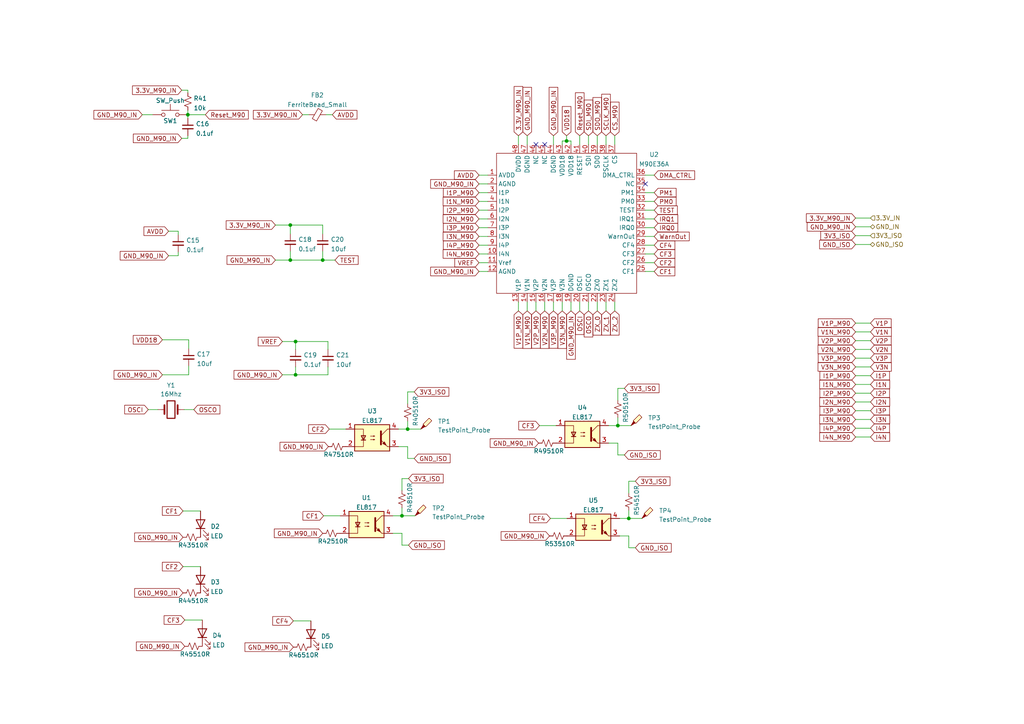
<source format=kicad_sch>
(kicad_sch
	(version 20231120)
	(generator "eeschema")
	(generator_version "8.0")
	(uuid "bd97ba91-037d-4c30-b431-7a7a71019263")
	(paper "A4")
	(lib_symbols
		(symbol "Connector:TestPoint_Probe"
			(pin_numbers hide)
			(pin_names
				(offset 0.762) hide)
			(exclude_from_sim no)
			(in_bom yes)
			(on_board yes)
			(property "Reference" "TP"
				(at 1.651 5.842 0)
				(effects
					(font
						(size 1.27 1.27)
					)
				)
			)
			(property "Value" "TestPoint_Probe"
				(at 1.651 4.064 0)
				(effects
					(font
						(size 1.27 1.27)
					)
				)
			)
			(property "Footprint" ""
				(at 5.08 0 0)
				(effects
					(font
						(size 1.27 1.27)
					)
					(hide yes)
				)
			)
			(property "Datasheet" "~"
				(at 5.08 0 0)
				(effects
					(font
						(size 1.27 1.27)
					)
					(hide yes)
				)
			)
			(property "Description" "test point (alternative probe-style design)"
				(at 0 0 0)
				(effects
					(font
						(size 1.27 1.27)
					)
					(hide yes)
				)
			)
			(property "ki_keywords" "test point tp"
				(at 0 0 0)
				(effects
					(font
						(size 1.27 1.27)
					)
					(hide yes)
				)
			)
			(property "ki_fp_filters" "Pin* Test*"
				(at 0 0 0)
				(effects
					(font
						(size 1.27 1.27)
					)
					(hide yes)
				)
			)
			(symbol "TestPoint_Probe_0_1"
				(polyline
					(pts
						(xy 1.27 0.762) (xy 0 0) (xy 0.762 1.27) (xy 1.27 0.762)
					)
					(stroke
						(width 0)
						(type default)
					)
					(fill
						(type outline)
					)
				)
				(polyline
					(pts
						(xy 1.397 0.635) (xy 0.635 1.397) (xy 2.413 3.175) (xy 3.175 2.413) (xy 1.397 0.635)
					)
					(stroke
						(width 0)
						(type default)
					)
					(fill
						(type background)
					)
				)
			)
			(symbol "TestPoint_Probe_1_1"
				(pin passive line
					(at 0 0 90)
					(length 0)
					(name "1"
						(effects
							(font
								(size 1.27 1.27)
							)
						)
					)
					(number "1"
						(effects
							(font
								(size 1.27 1.27)
							)
						)
					)
				)
			)
		)
		(symbol "Device:C_Small"
			(pin_numbers hide)
			(pin_names
				(offset 0.254) hide)
			(exclude_from_sim no)
			(in_bom yes)
			(on_board yes)
			(property "Reference" "C"
				(at 0.254 1.778 0)
				(effects
					(font
						(size 1.27 1.27)
					)
					(justify left)
				)
			)
			(property "Value" "C_Small"
				(at 0.254 -2.032 0)
				(effects
					(font
						(size 1.27 1.27)
					)
					(justify left)
				)
			)
			(property "Footprint" ""
				(at 0 0 0)
				(effects
					(font
						(size 1.27 1.27)
					)
					(hide yes)
				)
			)
			(property "Datasheet" "~"
				(at 0 0 0)
				(effects
					(font
						(size 1.27 1.27)
					)
					(hide yes)
				)
			)
			(property "Description" "Unpolarized capacitor, small symbol"
				(at 0 0 0)
				(effects
					(font
						(size 1.27 1.27)
					)
					(hide yes)
				)
			)
			(property "ki_keywords" "capacitor cap"
				(at 0 0 0)
				(effects
					(font
						(size 1.27 1.27)
					)
					(hide yes)
				)
			)
			(property "ki_fp_filters" "C_*"
				(at 0 0 0)
				(effects
					(font
						(size 1.27 1.27)
					)
					(hide yes)
				)
			)
			(symbol "C_Small_0_1"
				(polyline
					(pts
						(xy -1.524 -0.508) (xy 1.524 -0.508)
					)
					(stroke
						(width 0.3302)
						(type default)
					)
					(fill
						(type none)
					)
				)
				(polyline
					(pts
						(xy -1.524 0.508) (xy 1.524 0.508)
					)
					(stroke
						(width 0.3048)
						(type default)
					)
					(fill
						(type none)
					)
				)
			)
			(symbol "C_Small_1_1"
				(pin passive line
					(at 0 2.54 270)
					(length 2.032)
					(name "~"
						(effects
							(font
								(size 1.27 1.27)
							)
						)
					)
					(number "1"
						(effects
							(font
								(size 1.27 1.27)
							)
						)
					)
				)
				(pin passive line
					(at 0 -2.54 90)
					(length 2.032)
					(name "~"
						(effects
							(font
								(size 1.27 1.27)
							)
						)
					)
					(number "2"
						(effects
							(font
								(size 1.27 1.27)
							)
						)
					)
				)
			)
		)
		(symbol "Device:Crystal"
			(pin_numbers hide)
			(pin_names
				(offset 1.016) hide)
			(exclude_from_sim no)
			(in_bom yes)
			(on_board yes)
			(property "Reference" "Y"
				(at 0 3.81 0)
				(effects
					(font
						(size 1.27 1.27)
					)
				)
			)
			(property "Value" "Crystal"
				(at 0 -3.81 0)
				(effects
					(font
						(size 1.27 1.27)
					)
				)
			)
			(property "Footprint" ""
				(at 0 0 0)
				(effects
					(font
						(size 1.27 1.27)
					)
					(hide yes)
				)
			)
			(property "Datasheet" "~"
				(at 0 0 0)
				(effects
					(font
						(size 1.27 1.27)
					)
					(hide yes)
				)
			)
			(property "Description" "Two pin crystal"
				(at 0 0 0)
				(effects
					(font
						(size 1.27 1.27)
					)
					(hide yes)
				)
			)
			(property "ki_keywords" "quartz ceramic resonator oscillator"
				(at 0 0 0)
				(effects
					(font
						(size 1.27 1.27)
					)
					(hide yes)
				)
			)
			(property "ki_fp_filters" "Crystal*"
				(at 0 0 0)
				(effects
					(font
						(size 1.27 1.27)
					)
					(hide yes)
				)
			)
			(symbol "Crystal_0_1"
				(rectangle
					(start -1.143 2.54)
					(end 1.143 -2.54)
					(stroke
						(width 0.3048)
						(type default)
					)
					(fill
						(type none)
					)
				)
				(polyline
					(pts
						(xy -2.54 0) (xy -1.905 0)
					)
					(stroke
						(width 0)
						(type default)
					)
					(fill
						(type none)
					)
				)
				(polyline
					(pts
						(xy -1.905 -1.27) (xy -1.905 1.27)
					)
					(stroke
						(width 0.508)
						(type default)
					)
					(fill
						(type none)
					)
				)
				(polyline
					(pts
						(xy 1.905 -1.27) (xy 1.905 1.27)
					)
					(stroke
						(width 0.508)
						(type default)
					)
					(fill
						(type none)
					)
				)
				(polyline
					(pts
						(xy 2.54 0) (xy 1.905 0)
					)
					(stroke
						(width 0)
						(type default)
					)
					(fill
						(type none)
					)
				)
			)
			(symbol "Crystal_1_1"
				(pin passive line
					(at -3.81 0 0)
					(length 1.27)
					(name "1"
						(effects
							(font
								(size 1.27 1.27)
							)
						)
					)
					(number "1"
						(effects
							(font
								(size 1.27 1.27)
							)
						)
					)
				)
				(pin passive line
					(at 3.81 0 180)
					(length 1.27)
					(name "2"
						(effects
							(font
								(size 1.27 1.27)
							)
						)
					)
					(number "2"
						(effects
							(font
								(size 1.27 1.27)
							)
						)
					)
				)
			)
		)
		(symbol "Device:FerriteBead_Small"
			(pin_numbers hide)
			(pin_names
				(offset 0)
			)
			(exclude_from_sim no)
			(in_bom yes)
			(on_board yes)
			(property "Reference" "FB"
				(at 1.905 1.27 0)
				(effects
					(font
						(size 1.27 1.27)
					)
					(justify left)
				)
			)
			(property "Value" "FerriteBead_Small"
				(at 1.905 -1.27 0)
				(effects
					(font
						(size 1.27 1.27)
					)
					(justify left)
				)
			)
			(property "Footprint" ""
				(at -1.778 0 90)
				(effects
					(font
						(size 1.27 1.27)
					)
					(hide yes)
				)
			)
			(property "Datasheet" "~"
				(at 0 0 0)
				(effects
					(font
						(size 1.27 1.27)
					)
					(hide yes)
				)
			)
			(property "Description" "Ferrite bead, small symbol"
				(at 0 0 0)
				(effects
					(font
						(size 1.27 1.27)
					)
					(hide yes)
				)
			)
			(property "ki_keywords" "L ferrite bead inductor filter"
				(at 0 0 0)
				(effects
					(font
						(size 1.27 1.27)
					)
					(hide yes)
				)
			)
			(property "ki_fp_filters" "Inductor_* L_* *Ferrite*"
				(at 0 0 0)
				(effects
					(font
						(size 1.27 1.27)
					)
					(hide yes)
				)
			)
			(symbol "FerriteBead_Small_0_1"
				(polyline
					(pts
						(xy 0 -1.27) (xy 0 -0.7874)
					)
					(stroke
						(width 0)
						(type default)
					)
					(fill
						(type none)
					)
				)
				(polyline
					(pts
						(xy 0 0.889) (xy 0 1.2954)
					)
					(stroke
						(width 0)
						(type default)
					)
					(fill
						(type none)
					)
				)
				(polyline
					(pts
						(xy -1.8288 0.2794) (xy -1.1176 1.4986) (xy 1.8288 -0.2032) (xy 1.1176 -1.4224) (xy -1.8288 0.2794)
					)
					(stroke
						(width 0)
						(type default)
					)
					(fill
						(type none)
					)
				)
			)
			(symbol "FerriteBead_Small_1_1"
				(pin passive line
					(at 0 2.54 270)
					(length 1.27)
					(name "~"
						(effects
							(font
								(size 1.27 1.27)
							)
						)
					)
					(number "1"
						(effects
							(font
								(size 1.27 1.27)
							)
						)
					)
				)
				(pin passive line
					(at 0 -2.54 90)
					(length 1.27)
					(name "~"
						(effects
							(font
								(size 1.27 1.27)
							)
						)
					)
					(number "2"
						(effects
							(font
								(size 1.27 1.27)
							)
						)
					)
				)
			)
		)
		(symbol "Device:LED"
			(pin_numbers hide)
			(pin_names
				(offset 1.016) hide)
			(exclude_from_sim no)
			(in_bom yes)
			(on_board yes)
			(property "Reference" "D"
				(at 0 2.54 0)
				(effects
					(font
						(size 1.27 1.27)
					)
				)
			)
			(property "Value" "LED"
				(at 0 -2.54 0)
				(effects
					(font
						(size 1.27 1.27)
					)
				)
			)
			(property "Footprint" ""
				(at 0 0 0)
				(effects
					(font
						(size 1.27 1.27)
					)
					(hide yes)
				)
			)
			(property "Datasheet" "~"
				(at 0 0 0)
				(effects
					(font
						(size 1.27 1.27)
					)
					(hide yes)
				)
			)
			(property "Description" "Light emitting diode"
				(at 0 0 0)
				(effects
					(font
						(size 1.27 1.27)
					)
					(hide yes)
				)
			)
			(property "ki_keywords" "LED diode"
				(at 0 0 0)
				(effects
					(font
						(size 1.27 1.27)
					)
					(hide yes)
				)
			)
			(property "ki_fp_filters" "LED* LED_SMD:* LED_THT:*"
				(at 0 0 0)
				(effects
					(font
						(size 1.27 1.27)
					)
					(hide yes)
				)
			)
			(symbol "LED_0_1"
				(polyline
					(pts
						(xy -1.27 -1.27) (xy -1.27 1.27)
					)
					(stroke
						(width 0.254)
						(type default)
					)
					(fill
						(type none)
					)
				)
				(polyline
					(pts
						(xy -1.27 0) (xy 1.27 0)
					)
					(stroke
						(width 0)
						(type default)
					)
					(fill
						(type none)
					)
				)
				(polyline
					(pts
						(xy 1.27 -1.27) (xy 1.27 1.27) (xy -1.27 0) (xy 1.27 -1.27)
					)
					(stroke
						(width 0.254)
						(type default)
					)
					(fill
						(type none)
					)
				)
				(polyline
					(pts
						(xy -3.048 -0.762) (xy -4.572 -2.286) (xy -3.81 -2.286) (xy -4.572 -2.286) (xy -4.572 -1.524)
					)
					(stroke
						(width 0)
						(type default)
					)
					(fill
						(type none)
					)
				)
				(polyline
					(pts
						(xy -1.778 -0.762) (xy -3.302 -2.286) (xy -2.54 -2.286) (xy -3.302 -2.286) (xy -3.302 -1.524)
					)
					(stroke
						(width 0)
						(type default)
					)
					(fill
						(type none)
					)
				)
			)
			(symbol "LED_1_1"
				(pin passive line
					(at -3.81 0 0)
					(length 2.54)
					(name "K"
						(effects
							(font
								(size 1.27 1.27)
							)
						)
					)
					(number "1"
						(effects
							(font
								(size 1.27 1.27)
							)
						)
					)
				)
				(pin passive line
					(at 3.81 0 180)
					(length 2.54)
					(name "A"
						(effects
							(font
								(size 1.27 1.27)
							)
						)
					)
					(number "2"
						(effects
							(font
								(size 1.27 1.27)
							)
						)
					)
				)
			)
		)
		(symbol "Device:R_Small_US"
			(pin_numbers hide)
			(pin_names
				(offset 0.254) hide)
			(exclude_from_sim no)
			(in_bom yes)
			(on_board yes)
			(property "Reference" "R"
				(at 0.762 0.508 0)
				(effects
					(font
						(size 1.27 1.27)
					)
					(justify left)
				)
			)
			(property "Value" "R_Small_US"
				(at 0.762 -1.016 0)
				(effects
					(font
						(size 1.27 1.27)
					)
					(justify left)
				)
			)
			(property "Footprint" ""
				(at 0 0 0)
				(effects
					(font
						(size 1.27 1.27)
					)
					(hide yes)
				)
			)
			(property "Datasheet" "~"
				(at 0 0 0)
				(effects
					(font
						(size 1.27 1.27)
					)
					(hide yes)
				)
			)
			(property "Description" "Resistor, small US symbol"
				(at 0 0 0)
				(effects
					(font
						(size 1.27 1.27)
					)
					(hide yes)
				)
			)
			(property "ki_keywords" "r resistor"
				(at 0 0 0)
				(effects
					(font
						(size 1.27 1.27)
					)
					(hide yes)
				)
			)
			(property "ki_fp_filters" "R_*"
				(at 0 0 0)
				(effects
					(font
						(size 1.27 1.27)
					)
					(hide yes)
				)
			)
			(symbol "R_Small_US_1_1"
				(polyline
					(pts
						(xy 0 0) (xy 1.016 -0.381) (xy 0 -0.762) (xy -1.016 -1.143) (xy 0 -1.524)
					)
					(stroke
						(width 0)
						(type default)
					)
					(fill
						(type none)
					)
				)
				(polyline
					(pts
						(xy 0 1.524) (xy 1.016 1.143) (xy 0 0.762) (xy -1.016 0.381) (xy 0 0)
					)
					(stroke
						(width 0)
						(type default)
					)
					(fill
						(type none)
					)
				)
				(pin passive line
					(at 0 2.54 270)
					(length 1.016)
					(name "~"
						(effects
							(font
								(size 1.27 1.27)
							)
						)
					)
					(number "1"
						(effects
							(font
								(size 1.27 1.27)
							)
						)
					)
				)
				(pin passive line
					(at 0 -2.54 90)
					(length 1.016)
					(name "~"
						(effects
							(font
								(size 1.27 1.27)
							)
						)
					)
					(number "2"
						(effects
							(font
								(size 1.27 1.27)
							)
						)
					)
				)
			)
		)
		(symbol "Isolator:EL817"
			(pin_names
				(offset 1.016)
			)
			(exclude_from_sim no)
			(in_bom yes)
			(on_board yes)
			(property "Reference" "U"
				(at -5.08 5.08 0)
				(effects
					(font
						(size 1.27 1.27)
					)
					(justify left)
				)
			)
			(property "Value" "EL817"
				(at 0 5.08 0)
				(effects
					(font
						(size 1.27 1.27)
					)
					(justify left)
				)
			)
			(property "Footprint" "Package_DIP:DIP-4_W7.62mm"
				(at -5.08 -5.08 0)
				(effects
					(font
						(size 1.27 1.27)
						(italic yes)
					)
					(justify left)
					(hide yes)
				)
			)
			(property "Datasheet" "http://www.everlight.com/file/ProductFile/EL817.pdf"
				(at 0 0 0)
				(effects
					(font
						(size 1.27 1.27)
					)
					(justify left)
					(hide yes)
				)
			)
			(property "Description" "DC Optocoupler, Vce 35V, DIP-4"
				(at 0 0 0)
				(effects
					(font
						(size 1.27 1.27)
					)
					(hide yes)
				)
			)
			(property "ki_keywords" "NPN DC Optocoupler"
				(at 0 0 0)
				(effects
					(font
						(size 1.27 1.27)
					)
					(hide yes)
				)
			)
			(property "ki_fp_filters" "DIP*W7.62mm*"
				(at 0 0 0)
				(effects
					(font
						(size 1.27 1.27)
					)
					(hide yes)
				)
			)
			(symbol "EL817_0_1"
				(rectangle
					(start -5.08 3.81)
					(end 5.08 -3.81)
					(stroke
						(width 0.254)
						(type default)
					)
					(fill
						(type background)
					)
				)
				(polyline
					(pts
						(xy -3.175 -0.635) (xy -1.905 -0.635)
					)
					(stroke
						(width 0.254)
						(type default)
					)
					(fill
						(type none)
					)
				)
				(polyline
					(pts
						(xy 2.54 0.635) (xy 4.445 2.54)
					)
					(stroke
						(width 0)
						(type default)
					)
					(fill
						(type none)
					)
				)
				(polyline
					(pts
						(xy 4.445 -2.54) (xy 2.54 -0.635)
					)
					(stroke
						(width 0)
						(type default)
					)
					(fill
						(type outline)
					)
				)
				(polyline
					(pts
						(xy 4.445 -2.54) (xy 5.08 -2.54)
					)
					(stroke
						(width 0)
						(type default)
					)
					(fill
						(type none)
					)
				)
				(polyline
					(pts
						(xy 4.445 2.54) (xy 5.08 2.54)
					)
					(stroke
						(width 0)
						(type default)
					)
					(fill
						(type none)
					)
				)
				(polyline
					(pts
						(xy -5.08 2.54) (xy -2.54 2.54) (xy -2.54 -0.635)
					)
					(stroke
						(width 0)
						(type default)
					)
					(fill
						(type none)
					)
				)
				(polyline
					(pts
						(xy -2.54 -0.635) (xy -2.54 -2.54) (xy -5.08 -2.54)
					)
					(stroke
						(width 0)
						(type default)
					)
					(fill
						(type none)
					)
				)
				(polyline
					(pts
						(xy 2.54 1.905) (xy 2.54 -1.905) (xy 2.54 -1.905)
					)
					(stroke
						(width 0.508)
						(type default)
					)
					(fill
						(type none)
					)
				)
				(polyline
					(pts
						(xy -2.54 -0.635) (xy -3.175 0.635) (xy -1.905 0.635) (xy -2.54 -0.635)
					)
					(stroke
						(width 0.254)
						(type default)
					)
					(fill
						(type none)
					)
				)
				(polyline
					(pts
						(xy -0.508 -0.508) (xy 0.762 -0.508) (xy 0.381 -0.635) (xy 0.381 -0.381) (xy 0.762 -0.508)
					)
					(stroke
						(width 0)
						(type default)
					)
					(fill
						(type none)
					)
				)
				(polyline
					(pts
						(xy -0.508 0.508) (xy 0.762 0.508) (xy 0.381 0.381) (xy 0.381 0.635) (xy 0.762 0.508)
					)
					(stroke
						(width 0)
						(type default)
					)
					(fill
						(type none)
					)
				)
				(polyline
					(pts
						(xy 3.048 -1.651) (xy 3.556 -1.143) (xy 4.064 -2.159) (xy 3.048 -1.651) (xy 3.048 -1.651)
					)
					(stroke
						(width 0)
						(type default)
					)
					(fill
						(type outline)
					)
				)
			)
			(symbol "EL817_1_1"
				(pin passive line
					(at -7.62 2.54 0)
					(length 2.54)
					(name "~"
						(effects
							(font
								(size 1.27 1.27)
							)
						)
					)
					(number "1"
						(effects
							(font
								(size 1.27 1.27)
							)
						)
					)
				)
				(pin passive line
					(at -7.62 -2.54 0)
					(length 2.54)
					(name "~"
						(effects
							(font
								(size 1.27 1.27)
							)
						)
					)
					(number "2"
						(effects
							(font
								(size 1.27 1.27)
							)
						)
					)
				)
				(pin passive line
					(at 7.62 -2.54 180)
					(length 2.54)
					(name "~"
						(effects
							(font
								(size 1.27 1.27)
							)
						)
					)
					(number "3"
						(effects
							(font
								(size 1.27 1.27)
							)
						)
					)
				)
				(pin passive line
					(at 7.62 2.54 180)
					(length 2.54)
					(name "~"
						(effects
							(font
								(size 1.27 1.27)
							)
						)
					)
					(number "4"
						(effects
							(font
								(size 1.27 1.27)
							)
						)
					)
				)
			)
		)
		(symbol "New_Library_0:M90E36A"
			(exclude_from_sim no)
			(in_bom yes)
			(on_board yes)
			(property "Reference" "U"
				(at 0 1.27 0)
				(effects
					(font
						(size 1.27 1.27)
					)
				)
			)
			(property "Value" "M90E36A"
				(at 0 -1.27 0)
				(effects
					(font
						(size 1.27 1.27)
					)
				)
			)
			(property "Footprint" ""
				(at 0 0 0)
				(effects
					(font
						(size 1.27 1.27)
					)
					(hide yes)
				)
			)
			(property "Datasheet" ""
				(at 0 0 0)
				(effects
					(font
						(size 1.27 1.27)
					)
					(hide yes)
				)
			)
			(property "Description" ""
				(at 0 0 0)
				(effects
					(font
						(size 1.27 1.27)
					)
					(hide yes)
				)
			)
			(symbol "M90E36A_0_1"
				(rectangle
					(start -20.32 20.32)
					(end 20.32 -20.32)
					(stroke
						(width 0.1524)
						(type default)
					)
					(fill
						(type none)
					)
				)
			)
			(symbol "M90E36A_1_1"
				(pin input line
					(at -22.86 13.97 0)
					(length 2.54)
					(name "AVDD"
						(effects
							(font
								(size 1.27 1.27)
							)
						)
					)
					(number "1"
						(effects
							(font
								(size 1.27 1.27)
							)
						)
					)
				)
				(pin input line
					(at -22.86 -8.89 0)
					(length 2.54)
					(name "I4N"
						(effects
							(font
								(size 1.27 1.27)
							)
						)
					)
					(number "10"
						(effects
							(font
								(size 1.27 1.27)
							)
						)
					)
				)
				(pin input line
					(at -22.86 -11.43 0)
					(length 2.54)
					(name "Vref"
						(effects
							(font
								(size 1.27 1.27)
							)
						)
					)
					(number "11"
						(effects
							(font
								(size 1.27 1.27)
							)
						)
					)
				)
				(pin input line
					(at -22.86 -13.97 0)
					(length 2.54)
					(name "AGND"
						(effects
							(font
								(size 1.27 1.27)
							)
						)
					)
					(number "12"
						(effects
							(font
								(size 1.27 1.27)
							)
						)
					)
				)
				(pin input line
					(at -13.97 -22.86 90)
					(length 2.54)
					(name "V1P"
						(effects
							(font
								(size 1.27 1.27)
							)
						)
					)
					(number "13"
						(effects
							(font
								(size 1.27 1.27)
							)
						)
					)
				)
				(pin input line
					(at -11.43 -22.86 90)
					(length 2.54)
					(name "V1N"
						(effects
							(font
								(size 1.27 1.27)
							)
						)
					)
					(number "14"
						(effects
							(font
								(size 1.27 1.27)
							)
						)
					)
				)
				(pin input line
					(at -8.89 -22.86 90)
					(length 2.54)
					(name "V2P"
						(effects
							(font
								(size 1.27 1.27)
							)
						)
					)
					(number "15"
						(effects
							(font
								(size 1.27 1.27)
							)
						)
					)
				)
				(pin input line
					(at -6.35 -22.86 90)
					(length 2.54)
					(name "V2N"
						(effects
							(font
								(size 1.27 1.27)
							)
						)
					)
					(number "16"
						(effects
							(font
								(size 1.27 1.27)
							)
						)
					)
				)
				(pin input line
					(at -3.81 -22.86 90)
					(length 2.54)
					(name "V3P"
						(effects
							(font
								(size 1.27 1.27)
							)
						)
					)
					(number "17"
						(effects
							(font
								(size 1.27 1.27)
							)
						)
					)
				)
				(pin input line
					(at -1.27 -22.86 90)
					(length 2.54)
					(name "V3N"
						(effects
							(font
								(size 1.27 1.27)
							)
						)
					)
					(number "18"
						(effects
							(font
								(size 1.27 1.27)
							)
						)
					)
				)
				(pin input line
					(at 1.27 -22.86 90)
					(length 2.54)
					(name "DGND"
						(effects
							(font
								(size 1.27 1.27)
							)
						)
					)
					(number "19"
						(effects
							(font
								(size 1.27 1.27)
							)
						)
					)
				)
				(pin input line
					(at -22.86 11.43 0)
					(length 2.54)
					(name "AGND"
						(effects
							(font
								(size 1.27 1.27)
							)
						)
					)
					(number "2"
						(effects
							(font
								(size 1.27 1.27)
							)
						)
					)
				)
				(pin input line
					(at 3.81 -22.86 90)
					(length 2.54)
					(name "OSCI"
						(effects
							(font
								(size 1.27 1.27)
							)
						)
					)
					(number "20"
						(effects
							(font
								(size 1.27 1.27)
							)
						)
					)
				)
				(pin input line
					(at 6.35 -22.86 90)
					(length 2.54)
					(name "OSCO"
						(effects
							(font
								(size 1.27 1.27)
							)
						)
					)
					(number "21"
						(effects
							(font
								(size 1.27 1.27)
							)
						)
					)
				)
				(pin input line
					(at 8.89 -22.86 90)
					(length 2.54)
					(name "ZX0"
						(effects
							(font
								(size 1.27 1.27)
							)
						)
					)
					(number "22"
						(effects
							(font
								(size 1.27 1.27)
							)
						)
					)
				)
				(pin input line
					(at 11.43 -22.86 90)
					(length 2.54)
					(name "ZX1"
						(effects
							(font
								(size 1.27 1.27)
							)
						)
					)
					(number "23"
						(effects
							(font
								(size 1.27 1.27)
							)
						)
					)
				)
				(pin input line
					(at 13.97 -22.86 90)
					(length 2.54)
					(name "ZX2"
						(effects
							(font
								(size 1.27 1.27)
							)
						)
					)
					(number "24"
						(effects
							(font
								(size 1.27 1.27)
							)
						)
					)
				)
				(pin input line
					(at 22.86 -13.97 180)
					(length 2.54)
					(name "CF1"
						(effects
							(font
								(size 1.27 1.27)
							)
						)
					)
					(number "25"
						(effects
							(font
								(size 1.27 1.27)
							)
						)
					)
				)
				(pin input line
					(at 22.86 -11.43 180)
					(length 2.54)
					(name "CF2"
						(effects
							(font
								(size 1.27 1.27)
							)
						)
					)
					(number "26"
						(effects
							(font
								(size 1.27 1.27)
							)
						)
					)
				)
				(pin input line
					(at 22.86 -8.89 180)
					(length 2.54)
					(name "CF3"
						(effects
							(font
								(size 1.27 1.27)
							)
						)
					)
					(number "27"
						(effects
							(font
								(size 1.27 1.27)
							)
						)
					)
				)
				(pin input line
					(at 22.86 -6.35 180)
					(length 2.54)
					(name "CF4"
						(effects
							(font
								(size 1.27 1.27)
							)
						)
					)
					(number "28"
						(effects
							(font
								(size 1.27 1.27)
							)
						)
					)
				)
				(pin input line
					(at 22.86 -3.81 180)
					(length 2.54)
					(name "WarnOut"
						(effects
							(font
								(size 1.27 1.27)
							)
						)
					)
					(number "29"
						(effects
							(font
								(size 1.27 1.27)
							)
						)
					)
				)
				(pin input line
					(at -22.86 8.89 0)
					(length 2.54)
					(name "I1P"
						(effects
							(font
								(size 1.27 1.27)
							)
						)
					)
					(number "3"
						(effects
							(font
								(size 1.27 1.27)
							)
						)
					)
				)
				(pin input line
					(at 22.86 -1.27 180)
					(length 2.54)
					(name "IRQ0"
						(effects
							(font
								(size 1.27 1.27)
							)
						)
					)
					(number "30"
						(effects
							(font
								(size 1.27 1.27)
							)
						)
					)
				)
				(pin input line
					(at 22.86 1.27 180)
					(length 2.54)
					(name "IRQ1"
						(effects
							(font
								(size 1.27 1.27)
							)
						)
					)
					(number "31"
						(effects
							(font
								(size 1.27 1.27)
							)
						)
					)
				)
				(pin input line
					(at 22.86 3.81 180)
					(length 2.54)
					(name "TEST"
						(effects
							(font
								(size 1.27 1.27)
							)
						)
					)
					(number "32"
						(effects
							(font
								(size 1.27 1.27)
							)
						)
					)
				)
				(pin input line
					(at 22.86 6.35 180)
					(length 2.54)
					(name "PM0"
						(effects
							(font
								(size 1.27 1.27)
							)
						)
					)
					(number "33"
						(effects
							(font
								(size 1.27 1.27)
							)
						)
					)
				)
				(pin input line
					(at 22.86 8.89 180)
					(length 2.54)
					(name "PM1"
						(effects
							(font
								(size 1.27 1.27)
							)
						)
					)
					(number "34"
						(effects
							(font
								(size 1.27 1.27)
							)
						)
					)
				)
				(pin free line
					(at 22.86 11.43 180)
					(length 2.54)
					(name "NC"
						(effects
							(font
								(size 1.27 1.27)
							)
						)
					)
					(number "35"
						(effects
							(font
								(size 1.27 1.27)
							)
						)
					)
				)
				(pin input line
					(at 22.86 13.97 180)
					(length 2.54)
					(name "DMA_CTRL"
						(effects
							(font
								(size 1.27 1.27)
							)
						)
					)
					(number "36"
						(effects
							(font
								(size 1.27 1.27)
							)
						)
					)
				)
				(pin input line
					(at 13.97 22.86 270)
					(length 2.54)
					(name "CS"
						(effects
							(font
								(size 1.27 1.27)
							)
						)
					)
					(number "37"
						(effects
							(font
								(size 1.27 1.27)
							)
						)
					)
				)
				(pin input line
					(at 11.43 22.86 270)
					(length 2.54)
					(name "SCLK"
						(effects
							(font
								(size 1.27 1.27)
							)
						)
					)
					(number "38"
						(effects
							(font
								(size 1.27 1.27)
							)
						)
					)
				)
				(pin input line
					(at 8.89 22.86 270)
					(length 2.54)
					(name "SDO"
						(effects
							(font
								(size 1.27 1.27)
							)
						)
					)
					(number "39"
						(effects
							(font
								(size 1.27 1.27)
							)
						)
					)
				)
				(pin input line
					(at -22.86 6.35 0)
					(length 2.54)
					(name "I1N"
						(effects
							(font
								(size 1.27 1.27)
							)
						)
					)
					(number "4"
						(effects
							(font
								(size 1.27 1.27)
							)
						)
					)
				)
				(pin input line
					(at 6.35 22.86 270)
					(length 2.54)
					(name "SDI"
						(effects
							(font
								(size 1.27 1.27)
							)
						)
					)
					(number "40"
						(effects
							(font
								(size 1.27 1.27)
							)
						)
					)
				)
				(pin input line
					(at 3.81 22.86 270)
					(length 2.54)
					(name "RESET"
						(effects
							(font
								(size 1.27 1.27)
							)
						)
					)
					(number "41"
						(effects
							(font
								(size 1.27 1.27)
							)
						)
					)
				)
				(pin input line
					(at 1.27 22.86 270)
					(length 2.54)
					(name "VDD18"
						(effects
							(font
								(size 1.27 1.27)
							)
						)
					)
					(number "42"
						(effects
							(font
								(size 1.27 1.27)
							)
						)
					)
				)
				(pin input line
					(at -1.27 22.86 270)
					(length 2.54)
					(name "VDD18"
						(effects
							(font
								(size 1.27 1.27)
							)
						)
					)
					(number "43"
						(effects
							(font
								(size 1.27 1.27)
							)
						)
					)
				)
				(pin input line
					(at -3.81 22.86 270)
					(length 2.54)
					(name "DGND"
						(effects
							(font
								(size 1.27 1.27)
							)
						)
					)
					(number "44"
						(effects
							(font
								(size 1.27 1.27)
							)
						)
					)
				)
				(pin input line
					(at -6.35 22.86 270)
					(length 2.54)
					(name "NC"
						(effects
							(font
								(size 1.27 1.27)
							)
						)
					)
					(number "45"
						(effects
							(font
								(size 1.27 1.27)
							)
						)
					)
				)
				(pin input line
					(at -8.89 22.86 270)
					(length 2.54)
					(name "NC"
						(effects
							(font
								(size 1.27 1.27)
							)
						)
					)
					(number "46"
						(effects
							(font
								(size 1.27 1.27)
							)
						)
					)
				)
				(pin input line
					(at -11.43 22.86 270)
					(length 2.54)
					(name "DGND"
						(effects
							(font
								(size 1.27 1.27)
							)
						)
					)
					(number "47"
						(effects
							(font
								(size 1.27 1.27)
							)
						)
					)
				)
				(pin input line
					(at -13.97 22.86 270)
					(length 2.54)
					(name "DVDD"
						(effects
							(font
								(size 1.27 1.27)
							)
						)
					)
					(number "48"
						(effects
							(font
								(size 1.27 1.27)
							)
						)
					)
				)
				(pin input line
					(at -22.86 3.81 0)
					(length 2.54)
					(name "I2P"
						(effects
							(font
								(size 1.27 1.27)
							)
						)
					)
					(number "5"
						(effects
							(font
								(size 1.27 1.27)
							)
						)
					)
				)
				(pin input line
					(at -22.86 1.27 0)
					(length 2.54)
					(name "I2N"
						(effects
							(font
								(size 1.27 1.27)
							)
						)
					)
					(number "6"
						(effects
							(font
								(size 1.27 1.27)
							)
						)
					)
				)
				(pin input line
					(at -22.86 -1.27 0)
					(length 2.54)
					(name "I3P"
						(effects
							(font
								(size 1.27 1.27)
							)
						)
					)
					(number "7"
						(effects
							(font
								(size 1.27 1.27)
							)
						)
					)
				)
				(pin input line
					(at -22.86 -3.81 0)
					(length 2.54)
					(name "I3N"
						(effects
							(font
								(size 1.27 1.27)
							)
						)
					)
					(number "8"
						(effects
							(font
								(size 1.27 1.27)
							)
						)
					)
				)
				(pin input line
					(at -22.86 -6.35 0)
					(length 2.54)
					(name "I4P"
						(effects
							(font
								(size 1.27 1.27)
							)
						)
					)
					(number "9"
						(effects
							(font
								(size 1.27 1.27)
							)
						)
					)
				)
			)
		)
		(symbol "Switch:SW_Push"
			(pin_numbers hide)
			(pin_names
				(offset 1.016) hide)
			(exclude_from_sim no)
			(in_bom yes)
			(on_board yes)
			(property "Reference" "SW"
				(at 1.27 2.54 0)
				(effects
					(font
						(size 1.27 1.27)
					)
					(justify left)
				)
			)
			(property "Value" "SW_Push"
				(at 0 -1.524 0)
				(effects
					(font
						(size 1.27 1.27)
					)
				)
			)
			(property "Footprint" ""
				(at 0 5.08 0)
				(effects
					(font
						(size 1.27 1.27)
					)
					(hide yes)
				)
			)
			(property "Datasheet" "~"
				(at 0 5.08 0)
				(effects
					(font
						(size 1.27 1.27)
					)
					(hide yes)
				)
			)
			(property "Description" "Push button switch, generic, two pins"
				(at 0 0 0)
				(effects
					(font
						(size 1.27 1.27)
					)
					(hide yes)
				)
			)
			(property "ki_keywords" "switch normally-open pushbutton push-button"
				(at 0 0 0)
				(effects
					(font
						(size 1.27 1.27)
					)
					(hide yes)
				)
			)
			(symbol "SW_Push_0_1"
				(circle
					(center -2.032 0)
					(radius 0.508)
					(stroke
						(width 0)
						(type default)
					)
					(fill
						(type none)
					)
				)
				(polyline
					(pts
						(xy 0 1.27) (xy 0 3.048)
					)
					(stroke
						(width 0)
						(type default)
					)
					(fill
						(type none)
					)
				)
				(polyline
					(pts
						(xy 2.54 1.27) (xy -2.54 1.27)
					)
					(stroke
						(width 0)
						(type default)
					)
					(fill
						(type none)
					)
				)
				(circle
					(center 2.032 0)
					(radius 0.508)
					(stroke
						(width 0)
						(type default)
					)
					(fill
						(type none)
					)
				)
				(pin passive line
					(at -5.08 0 0)
					(length 2.54)
					(name "1"
						(effects
							(font
								(size 1.27 1.27)
							)
						)
					)
					(number "1"
						(effects
							(font
								(size 1.27 1.27)
							)
						)
					)
				)
				(pin passive line
					(at 5.08 0 180)
					(length 2.54)
					(name "2"
						(effects
							(font
								(size 1.27 1.27)
							)
						)
					)
					(number "2"
						(effects
							(font
								(size 1.27 1.27)
							)
						)
					)
				)
			)
		)
	)
	(junction
		(at 118.237 124.46)
		(diameter 0)
		(color 0 0 0 0)
		(uuid "1832ff0b-1ee3-4e10-a040-f307f1c34d1a")
	)
	(junction
		(at 116.586 149.606)
		(diameter 0)
		(color 0 0 0 0)
		(uuid "1a950e7f-1fe5-4131-ab49-ede8fabac9ca")
	)
	(junction
		(at 84.201 75.438)
		(diameter 0)
		(color 0 0 0 0)
		(uuid "317407a4-c4dc-4bfb-b89a-c671f5393d69")
	)
	(junction
		(at 85.725 108.712)
		(diameter 0)
		(color 0 0 0 0)
		(uuid "48ea789f-662e-4f2d-a772-3149b1e275f4")
	)
	(junction
		(at 54.483 33.274)
		(diameter 0)
		(color 0 0 0 0)
		(uuid "4b851365-4bca-4eff-824f-fafb1a4e9d37")
	)
	(junction
		(at 182.372 150.368)
		(diameter 0)
		(color 0 0 0 0)
		(uuid "4dd1cee4-86e2-4f4a-ab15-c1d16d4af210")
	)
	(junction
		(at 164.338 40.894)
		(diameter 0)
		(color 0 0 0 0)
		(uuid "4edf7ce2-2c15-441c-bc96-c77e715e3b41")
	)
	(junction
		(at 84.201 65.278)
		(diameter 0)
		(color 0 0 0 0)
		(uuid "703faee2-54ef-4588-98f5-efee123e69f4")
	)
	(junction
		(at 85.725 99.06)
		(diameter 0)
		(color 0 0 0 0)
		(uuid "780690f7-33fd-4967-a761-56680ed0a14c")
	)
	(junction
		(at 93.599 75.438)
		(diameter 0)
		(color 0 0 0 0)
		(uuid "90e2253b-8e08-4b74-be3a-4a05aff3592a")
	)
	(junction
		(at 179.197 123.444)
		(diameter 0)
		(color 0 0 0 0)
		(uuid "cf87cba0-dd0c-4e2f-bc67-0abc938f1a3b")
	)
	(no_connect
		(at 157.988 41.91)
		(uuid "5947057d-9878-4bd6-8ebd-78415245f3b9")
	)
	(no_connect
		(at 155.448 41.91)
		(uuid "69900029-ef39-4990-92eb-b59aed9b7cfc")
	)
	(no_connect
		(at 187.198 53.34)
		(uuid "98439ab2-cf5f-4498-963b-d46f94fc30f0")
	)
	(wire
		(pts
			(xy 248.158 116.586) (xy 252.476 116.586)
		)
		(stroke
			(width 0)
			(type default)
		)
		(uuid "002efa45-fe8a-4ede-a6e4-b24ec782c91d")
	)
	(wire
		(pts
			(xy 179.197 112.649) (xy 181.102 112.649)
		)
		(stroke
			(width 0)
			(type default)
		)
		(uuid "02d723b8-3e42-49c8-9433-dd931ef44d7d")
	)
	(wire
		(pts
			(xy 164.338 39.37) (xy 164.338 40.894)
		)
		(stroke
			(width 0)
			(type default)
		)
		(uuid "05dda812-23a3-4bf5-9af0-5f6241ca93e4")
	)
	(wire
		(pts
			(xy 187.198 68.58) (xy 189.738 68.58)
		)
		(stroke
			(width 0)
			(type default)
		)
		(uuid "06924cb4-483a-4060-afdc-c16fea8ece41")
	)
	(wire
		(pts
			(xy 95.504 124.46) (xy 100.33 124.46)
		)
		(stroke
			(width 0)
			(type default)
		)
		(uuid "072625d4-a0c7-476c-ae2e-546a173e82ad")
	)
	(wire
		(pts
			(xy 187.198 66.04) (xy 189.738 66.04)
		)
		(stroke
			(width 0)
			(type default)
		)
		(uuid "079b8a1d-9bf1-483a-9401-6fd4895d5143")
	)
	(wire
		(pts
			(xy 95.123 99.06) (xy 95.123 101.346)
		)
		(stroke
			(width 0)
			(type default)
		)
		(uuid "09b0c70e-8bd8-4d91-a92d-4f0d9531e6e6")
	)
	(wire
		(pts
			(xy 182.372 158.877) (xy 184.277 158.877)
		)
		(stroke
			(width 0)
			(type default)
		)
		(uuid "09fe7481-6442-466c-ab52-21bd782b6abb")
	)
	(wire
		(pts
			(xy 248.158 114.046) (xy 252.476 114.046)
		)
		(stroke
			(width 0)
			(type default)
		)
		(uuid "0a8f1056-79ef-42c0-8db7-3cdbfffa4f9f")
	)
	(wire
		(pts
			(xy 54.483 34.29) (xy 54.483 33.274)
		)
		(stroke
			(width 0)
			(type default)
		)
		(uuid "0abc259d-b1b3-450b-b0c0-4a7672417319")
	)
	(wire
		(pts
			(xy 81.915 99.06) (xy 85.725 99.06)
		)
		(stroke
			(width 0)
			(type default)
		)
		(uuid "100bfbc9-6173-424d-95cf-130663256631")
	)
	(wire
		(pts
			(xy 248.158 111.506) (xy 252.476 111.506)
		)
		(stroke
			(width 0)
			(type default)
		)
		(uuid "12929d05-7460-4fba-96df-7bcff419dac1")
	)
	(wire
		(pts
			(xy 182.372 139.573) (xy 184.277 139.573)
		)
		(stroke
			(width 0)
			(type default)
		)
		(uuid "14d93ffe-6975-4ab4-82bd-0f96e5b20bb4")
	)
	(wire
		(pts
			(xy 155.448 90.17) (xy 155.448 87.63)
		)
		(stroke
			(width 0)
			(type default)
		)
		(uuid "1862d80c-eb92-4298-834c-720458e0479b")
	)
	(wire
		(pts
			(xy 85.725 108.712) (xy 95.123 108.712)
		)
		(stroke
			(width 0)
			(type default)
		)
		(uuid "1d297c59-b7b6-46dc-8279-bedd29f813db")
	)
	(wire
		(pts
			(xy 187.198 78.74) (xy 189.738 78.74)
		)
		(stroke
			(width 0)
			(type default)
		)
		(uuid "1dbc40e4-2672-432e-996c-5b8126c54618")
	)
	(wire
		(pts
			(xy 173.228 90.17) (xy 173.228 87.63)
		)
		(stroke
			(width 0)
			(type default)
		)
		(uuid "1f348790-fc9e-41b1-a6d8-825bae6cc187")
	)
	(wire
		(pts
			(xy 248.158 101.346) (xy 252.476 101.346)
		)
		(stroke
			(width 0)
			(type default)
		)
		(uuid "1ffae3b3-b65b-42b9-b3d5-a519431ab221")
	)
	(wire
		(pts
			(xy 116.586 149.606) (xy 120.396 149.606)
		)
		(stroke
			(width 0)
			(type default)
		)
		(uuid "2092ad2c-8b5e-4bae-832d-da2b506b69d1")
	)
	(wire
		(pts
			(xy 54.737 106.172) (xy 54.737 108.712)
		)
		(stroke
			(width 0)
			(type default)
		)
		(uuid "209baed4-9a4a-41c9-9ebc-ee9850a69e80")
	)
	(wire
		(pts
			(xy 248.1072 68.3514) (xy 252.4252 68.3514)
		)
		(stroke
			(width 0)
			(type default)
		)
		(uuid "247fd332-4ced-4afa-b0d8-c8ef7047f657")
	)
	(wire
		(pts
			(xy 79.883 65.278) (xy 84.201 65.278)
		)
		(stroke
			(width 0)
			(type default)
		)
		(uuid "269953b1-51fe-444d-a562-789b70037dc9")
	)
	(wire
		(pts
			(xy 52.705 40.132) (xy 54.483 40.132)
		)
		(stroke
			(width 0)
			(type default)
		)
		(uuid "28579b6a-cb42-4f1d-910a-6a0965d6501d")
	)
	(wire
		(pts
			(xy 138.938 63.5) (xy 141.478 63.5)
		)
		(stroke
			(width 0)
			(type default)
		)
		(uuid "2cf1de0d-737d-4893-80b6-fe074b427082")
	)
	(wire
		(pts
			(xy 248.158 106.426) (xy 252.476 106.426)
		)
		(stroke
			(width 0)
			(type default)
		)
		(uuid "2da8664f-d239-4f7e-88eb-f5eb29097254")
	)
	(wire
		(pts
			(xy 116.586 142.24) (xy 116.586 138.811)
		)
		(stroke
			(width 0)
			(type default)
		)
		(uuid "2dc9599d-b023-42e4-b87f-ce9cd85fcb6e")
	)
	(wire
		(pts
			(xy 118.237 117.094) (xy 118.237 113.665)
		)
		(stroke
			(width 0)
			(type default)
		)
		(uuid "2eed058e-ec2a-4f19-b5a4-0d45252543df")
	)
	(wire
		(pts
			(xy 164.338 40.894) (xy 165.608 40.894)
		)
		(stroke
			(width 0)
			(type default)
		)
		(uuid "324abc0c-93b0-4810-b25a-3ebc554a3e57")
	)
	(wire
		(pts
			(xy 152.908 90.17) (xy 152.908 87.63)
		)
		(stroke
			(width 0)
			(type default)
		)
		(uuid "37a5b9b4-0126-42e6-8b3b-5573e13a9979")
	)
	(wire
		(pts
			(xy 95.123 108.712) (xy 95.123 106.426)
		)
		(stroke
			(width 0)
			(type default)
		)
		(uuid "3864b536-0e00-45e3-bdb0-799694416ba1")
	)
	(wire
		(pts
			(xy 187.198 58.42) (xy 189.738 58.42)
		)
		(stroke
			(width 0)
			(type default)
		)
		(uuid "388743d1-b619-4d5d-9e18-6e7cfda03d8e")
	)
	(wire
		(pts
			(xy 93.599 65.278) (xy 93.599 67.818)
		)
		(stroke
			(width 0)
			(type default)
		)
		(uuid "3b67a274-81d3-4cc3-9229-52efa3285224")
	)
	(wire
		(pts
			(xy 187.198 73.66) (xy 189.738 73.66)
		)
		(stroke
			(width 0)
			(type default)
		)
		(uuid "3c2f2cd2-83dc-47e0-8774-ff0f5a2e74d3")
	)
	(wire
		(pts
			(xy 248.158 93.726) (xy 252.476 93.726)
		)
		(stroke
			(width 0)
			(type default)
		)
		(uuid "3dc5a7cd-0e62-4dde-91d0-fc6a02add6ca")
	)
	(wire
		(pts
			(xy 138.938 71.12) (xy 141.478 71.12)
		)
		(stroke
			(width 0)
			(type default)
		)
		(uuid "44b52ad5-74ca-4cf3-8692-257c12055f65")
	)
	(wire
		(pts
			(xy 84.201 65.278) (xy 93.599 65.278)
		)
		(stroke
			(width 0)
			(type default)
		)
		(uuid "489af873-5778-43ce-b348-e8f7e86d5bde")
	)
	(wire
		(pts
			(xy 170.688 90.17) (xy 170.688 87.63)
		)
		(stroke
			(width 0)
			(type default)
		)
		(uuid "493f52a3-cb6f-460d-b045-5dc286bf1cd5")
	)
	(wire
		(pts
			(xy 163.068 41.91) (xy 163.068 40.894)
		)
		(stroke
			(width 0)
			(type default)
		)
		(uuid "4a357050-d9ff-4276-af6a-84e4cc1ab0df")
	)
	(wire
		(pts
			(xy 248.158 96.266) (xy 252.476 96.266)
		)
		(stroke
			(width 0)
			(type default)
		)
		(uuid "4db25bb8-a85c-4914-8d2c-4b705ff22a61")
	)
	(wire
		(pts
			(xy 173.228 39.37) (xy 173.228 41.91)
		)
		(stroke
			(width 0)
			(type default)
		)
		(uuid "4e156c59-5b6c-429c-98f3-2a0ff6028cb2")
	)
	(wire
		(pts
			(xy 248.158 108.966) (xy 252.476 108.966)
		)
		(stroke
			(width 0)
			(type default)
		)
		(uuid "4e8f5a88-ee1e-4d4e-a2cb-bc538a88f590")
	)
	(wire
		(pts
			(xy 53.4162 118.7958) (xy 56.2102 118.7958)
		)
		(stroke
			(width 0)
			(type default)
		)
		(uuid "5227d0a6-a254-4fe3-937e-15a611b1c3e0")
	)
	(wire
		(pts
			(xy 138.938 66.04) (xy 141.478 66.04)
		)
		(stroke
			(width 0)
			(type default)
		)
		(uuid "56709546-307c-4eb2-adcb-6bf33cd9daa2")
	)
	(wire
		(pts
			(xy 182.372 150.368) (xy 182.372 148.082)
		)
		(stroke
			(width 0)
			(type default)
		)
		(uuid "5b854e61-4b47-4e1b-8c98-788d17e20746")
	)
	(wire
		(pts
			(xy 248.158 98.806) (xy 252.476 98.806)
		)
		(stroke
			(width 0)
			(type default)
		)
		(uuid "5cbd1da0-7f06-410c-9833-3bbeab2a401d")
	)
	(wire
		(pts
			(xy 182.372 158.877) (xy 182.372 155.448)
		)
		(stroke
			(width 0)
			(type default)
		)
		(uuid "5d396d36-965f-4f1e-9d78-b5b974b480e9")
	)
	(wire
		(pts
			(xy 182.372 150.368) (xy 186.182 150.368)
		)
		(stroke
			(width 0)
			(type default)
		)
		(uuid "5d8be59c-ca96-4b09-adaa-1fa54188c9f0")
	)
	(wire
		(pts
			(xy 165.608 40.894) (xy 165.608 41.91)
		)
		(stroke
			(width 0)
			(type default)
		)
		(uuid "5e546ca2-e452-4346-b418-90aae10a4b69")
	)
	(wire
		(pts
			(xy 54.737 98.552) (xy 54.737 101.092)
		)
		(stroke
			(width 0)
			(type default)
		)
		(uuid "5fac0bcd-4eba-435c-80df-276c650070f9")
	)
	(wire
		(pts
			(xy 187.198 71.12) (xy 189.738 71.12)
		)
		(stroke
			(width 0)
			(type default)
		)
		(uuid "6266ca1f-d3a1-412e-b70a-9c202ed09194")
	)
	(wire
		(pts
			(xy 93.599 75.438) (xy 97.155 75.438)
		)
		(stroke
			(width 0)
			(type default)
		)
		(uuid "62db74c4-9e95-40ca-99d2-4e04cf23dcd3")
	)
	(wire
		(pts
			(xy 85.725 106.426) (xy 85.725 108.712)
		)
		(stroke
			(width 0)
			(type default)
		)
		(uuid "6434112c-4f0f-4f76-864c-3aad1ea8828a")
	)
	(wire
		(pts
			(xy 84.201 72.898) (xy 84.201 75.438)
		)
		(stroke
			(width 0)
			(type default)
		)
		(uuid "64bec652-38b8-4cb4-affb-7433c1fd3d16")
	)
	(wire
		(pts
			(xy 187.198 55.88) (xy 189.738 55.88)
		)
		(stroke
			(width 0)
			(type default)
		)
		(uuid "64c9470a-3304-41a3-816e-2e333d72f3a9")
	)
	(wire
		(pts
			(xy 41.275 33.274) (xy 44.323 33.274)
		)
		(stroke
			(width 0)
			(type default)
		)
		(uuid "65a70975-0ae7-4301-bb49-a8f90ec7486d")
	)
	(wire
		(pts
			(xy 152.908 41.91) (xy 152.908 39.37)
		)
		(stroke
			(width 0)
			(type default)
		)
		(uuid "681085cb-4c7b-4d50-9ed5-14186d9fe736")
	)
	(wire
		(pts
			(xy 179.197 123.444) (xy 183.007 123.444)
		)
		(stroke
			(width 0)
			(type default)
		)
		(uuid "6ab716e4-1881-42bf-b12a-64e6e7c963bc")
	)
	(wire
		(pts
			(xy 113.919 149.606) (xy 116.586 149.606)
		)
		(stroke
			(width 0)
			(type default)
		)
		(uuid "6bb0cf9c-2541-4733-b9cd-1dce094e5845")
	)
	(wire
		(pts
			(xy 116.586 149.606) (xy 116.586 147.32)
		)
		(stroke
			(width 0)
			(type default)
		)
		(uuid "6c491bab-f85a-4083-bb25-545fc0173a1d")
	)
	(wire
		(pts
			(xy 51.689 73.152) (xy 51.689 74.168)
		)
		(stroke
			(width 0)
			(type default)
		)
		(uuid "6c90a71b-c654-45cf-bc34-0fb908e75dfa")
	)
	(wire
		(pts
			(xy 51.689 67.056) (xy 51.689 68.072)
		)
		(stroke
			(width 0)
			(type default)
		)
		(uuid "6dcc3965-f928-4aa2-ac07-931783246165")
	)
	(wire
		(pts
			(xy 160.528 41.91) (xy 160.528 39.37)
		)
		(stroke
			(width 0)
			(type default)
		)
		(uuid "706ba560-3279-4991-a886-d71adfe70767")
	)
	(wire
		(pts
			(xy 248.1326 70.9168) (xy 252.4506 70.9168)
		)
		(stroke
			(width 0)
			(type default)
		)
		(uuid "716764a9-d4eb-437b-a8da-0881853ee1e3")
	)
	(wire
		(pts
			(xy 81.915 108.712) (xy 85.725 108.712)
		)
		(stroke
			(width 0)
			(type default)
		)
		(uuid "7196b748-5107-439b-b1b8-47c3d4e2648e")
	)
	(wire
		(pts
			(xy 47.117 98.552) (xy 54.737 98.552)
		)
		(stroke
			(width 0)
			(type default)
		)
		(uuid "75e4f9c0-94f5-4a05-8122-766dd8681267")
	)
	(wire
		(pts
			(xy 84.201 75.438) (xy 93.599 75.438)
		)
		(stroke
			(width 0)
			(type default)
		)
		(uuid "79b0448c-b3c9-462b-b6f7-2ff1542dce5d")
	)
	(wire
		(pts
			(xy 138.938 68.58) (xy 141.478 68.58)
		)
		(stroke
			(width 0)
			(type default)
		)
		(uuid "7a108555-3e0c-4872-977e-3a86b89b9656")
	)
	(wire
		(pts
			(xy 53.594 179.832) (xy 58.674 179.832)
		)
		(stroke
			(width 0)
			(type default)
		)
		(uuid "7ca1aaad-5bb8-4b15-af94-dcd49b3590f9")
	)
	(wire
		(pts
			(xy 168.148 90.17) (xy 168.148 87.63)
		)
		(stroke
			(width 0)
			(type default)
		)
		(uuid "7f3f31e5-8ef5-4d2c-a89c-c7e6d67f9ae8")
	)
	(wire
		(pts
			(xy 157.988 90.17) (xy 157.988 87.63)
		)
		(stroke
			(width 0)
			(type default)
		)
		(uuid "7f55ee9c-21c8-49a0-ae92-4896f119c9c2")
	)
	(wire
		(pts
			(xy 87.757 33.274) (xy 89.535 33.274)
		)
		(stroke
			(width 0)
			(type default)
		)
		(uuid "7ff260d1-a2d1-4765-8a22-2fd3cb4856a3")
	)
	(wire
		(pts
			(xy 54.483 39.37) (xy 54.483 40.132)
		)
		(stroke
			(width 0)
			(type default)
		)
		(uuid "81e636e5-73f8-4da4-880d-eaac47b99779")
	)
	(wire
		(pts
			(xy 179.197 131.953) (xy 179.197 128.524)
		)
		(stroke
			(width 0)
			(type default)
		)
		(uuid "859e9a43-789c-4d57-b94b-9497af398d19")
	)
	(wire
		(pts
			(xy 138.938 76.2) (xy 141.478 76.2)
		)
		(stroke
			(width 0)
			(type default)
		)
		(uuid "86a30ba7-1617-45c6-9357-6a7d4a8e48ac")
	)
	(wire
		(pts
			(xy 248.158 65.786) (xy 252.476 65.786)
		)
		(stroke
			(width 0)
			(type default)
		)
		(uuid "87c29f24-0beb-4ef2-b02d-b905c144ae9f")
	)
	(wire
		(pts
			(xy 138.938 73.66) (xy 141.478 73.66)
		)
		(stroke
			(width 0)
			(type default)
		)
		(uuid "88d31399-ee43-49d5-867b-2d98069cea79")
	)
	(wire
		(pts
			(xy 187.198 76.2) (xy 189.738 76.2)
		)
		(stroke
			(width 0)
			(type default)
		)
		(uuid "8b455061-37c4-4ca1-9d4e-9347eff636ba")
	)
	(wire
		(pts
			(xy 248.158 124.206) (xy 252.476 124.206)
		)
		(stroke
			(width 0)
			(type default)
		)
		(uuid "8c8e6ae9-c232-4bbc-b0a2-466131d8ba16")
	)
	(wire
		(pts
			(xy 48.895 74.168) (xy 51.689 74.168)
		)
		(stroke
			(width 0)
			(type default)
		)
		(uuid "8e725704-fe93-4db6-a103-5d717c6791bd")
	)
	(wire
		(pts
			(xy 43.0022 118.7958) (xy 45.7962 118.7958)
		)
		(stroke
			(width 0)
			(type default)
		)
		(uuid "902a3959-3074-4951-8fa3-256e1854ecbf")
	)
	(wire
		(pts
			(xy 182.372 143.002) (xy 182.372 139.573)
		)
		(stroke
			(width 0)
			(type default)
		)
		(uuid "928bbf08-519d-42aa-9fe9-c0b7c46079a3")
	)
	(wire
		(pts
			(xy 85.725 99.06) (xy 85.725 101.346)
		)
		(stroke
			(width 0)
			(type default)
		)
		(uuid "93129d9b-f22d-4f04-b342-7b94b81460ee")
	)
	(wire
		(pts
			(xy 187.198 60.96) (xy 189.738 60.96)
		)
		(stroke
			(width 0)
			(type default)
		)
		(uuid "95612e42-bcde-4873-adab-03eb97981302")
	)
	(wire
		(pts
			(xy 179.197 123.444) (xy 179.197 121.158)
		)
		(stroke
			(width 0)
			(type default)
		)
		(uuid "97407f92-e0d0-43ff-b50f-8f2c5e5966b7")
	)
	(wire
		(pts
			(xy 138.938 50.8) (xy 141.478 50.8)
		)
		(stroke
			(width 0)
			(type default)
		)
		(uuid "99942611-11be-4795-a9f8-d2f05be1e29d")
	)
	(wire
		(pts
			(xy 175.768 39.37) (xy 175.768 41.91)
		)
		(stroke
			(width 0)
			(type default)
		)
		(uuid "9c14d0b9-134c-4b75-8887-0f715378d5bf")
	)
	(wire
		(pts
			(xy 118.237 124.46) (xy 118.237 122.174)
		)
		(stroke
			(width 0)
			(type default)
		)
		(uuid "9deae04f-1387-482a-9ce5-394d2d350b2c")
	)
	(wire
		(pts
			(xy 179.705 155.448) (xy 182.372 155.448)
		)
		(stroke
			(width 0)
			(type default)
		)
		(uuid "9f95b327-6d76-47d4-b89a-e4350f9a4b34")
	)
	(wire
		(pts
			(xy 187.198 63.5) (xy 189.738 63.5)
		)
		(stroke
			(width 0)
			(type default)
		)
		(uuid "a03c1ffe-7e1f-4717-b6d2-e84800d87aec")
	)
	(wire
		(pts
			(xy 84.201 65.278) (xy 84.201 67.818)
		)
		(stroke
			(width 0)
			(type default)
		)
		(uuid "a0edabf2-ecaa-489a-8c2a-63e3bb55503d")
	)
	(wire
		(pts
			(xy 248.158 103.886) (xy 252.476 103.886)
		)
		(stroke
			(width 0)
			(type default)
		)
		(uuid "a36ae353-4e72-4147-bf4d-8eb7488b1703")
	)
	(wire
		(pts
			(xy 179.705 150.368) (xy 182.372 150.368)
		)
		(stroke
			(width 0)
			(type default)
		)
		(uuid "a67dd8d3-2981-40f5-971e-5425a1479cae")
	)
	(wire
		(pts
			(xy 48.895 67.056) (xy 51.689 67.056)
		)
		(stroke
			(width 0)
			(type default)
		)
		(uuid "a8504df1-b55c-48ab-abfb-5436bc35cdbe")
	)
	(wire
		(pts
			(xy 138.938 78.74) (xy 141.478 78.74)
		)
		(stroke
			(width 0)
			(type default)
		)
		(uuid "acab152a-d022-46e1-aad9-a077b29e4be0")
	)
	(wire
		(pts
			(xy 176.53 128.524) (xy 179.197 128.524)
		)
		(stroke
			(width 0)
			(type default)
		)
		(uuid "afc35c1c-7e06-4d49-97f8-864d5122188f")
	)
	(wire
		(pts
			(xy 79.883 75.438) (xy 84.201 75.438)
		)
		(stroke
			(width 0)
			(type default)
		)
		(uuid "b1aef8d6-bf84-4b39-98a5-03b83e9b4edd")
	)
	(wire
		(pts
			(xy 116.586 158.115) (xy 118.491 158.115)
		)
		(stroke
			(width 0)
			(type default)
		)
		(uuid "b28f768d-56b1-462a-aa32-e07d570d71e2")
	)
	(wire
		(pts
			(xy 179.197 116.078) (xy 179.197 112.649)
		)
		(stroke
			(width 0)
			(type default)
		)
		(uuid "b3361419-be3c-4ce2-aede-1ba8bb64cffe")
	)
	(wire
		(pts
			(xy 150.368 90.17) (xy 150.368 87.63)
		)
		(stroke
			(width 0)
			(type default)
		)
		(uuid "b3e81430-d534-4e47-9bbd-50d15d2d3939")
	)
	(wire
		(pts
			(xy 168.148 39.37) (xy 168.148 41.91)
		)
		(stroke
			(width 0)
			(type default)
		)
		(uuid "b6c8bfff-361d-45ae-84af-b9d1229e702e")
	)
	(wire
		(pts
			(xy 150.368 41.91) (xy 150.368 39.37)
		)
		(stroke
			(width 0)
			(type default)
		)
		(uuid "bac7d1fd-6eeb-4e4c-ab24-064f1080cd91")
	)
	(wire
		(pts
			(xy 159.639 150.368) (xy 164.465 150.368)
		)
		(stroke
			(width 0)
			(type default)
		)
		(uuid "bc11947a-be7a-4977-b010-dda068f4af06")
	)
	(wire
		(pts
			(xy 118.237 113.665) (xy 120.142 113.665)
		)
		(stroke
			(width 0)
			(type default)
		)
		(uuid "be29da01-189e-4395-b615-de1202d44dad")
	)
	(wire
		(pts
			(xy 175.768 90.17) (xy 175.768 87.63)
		)
		(stroke
			(width 0)
			(type default)
		)
		(uuid "be84e397-c995-4e2a-81f4-28929ae0412e")
	)
	(wire
		(pts
			(xy 116.586 158.115) (xy 116.586 154.686)
		)
		(stroke
			(width 0)
			(type default)
		)
		(uuid "bea42da8-fe21-462f-a70d-43ec2fb2bfea")
	)
	(wire
		(pts
			(xy 156.464 123.444) (xy 161.29 123.444)
		)
		(stroke
			(width 0)
			(type default)
		)
		(uuid "bf98127f-ad50-4871-b428-58706e62c568")
	)
	(wire
		(pts
			(xy 85.725 99.06) (xy 95.123 99.06)
		)
		(stroke
			(width 0)
			(type default)
		)
		(uuid "c32d42e1-e91d-4747-885a-507528e0c5f7")
	)
	(wire
		(pts
			(xy 93.853 149.606) (xy 98.679 149.606)
		)
		(stroke
			(width 0)
			(type default)
		)
		(uuid "c35600ed-8d32-47cd-8941-dfa90362f295")
	)
	(wire
		(pts
			(xy 163.068 40.894) (xy 164.338 40.894)
		)
		(stroke
			(width 0)
			(type default)
		)
		(uuid "c507fb86-2d8c-4389-9fb7-6662593073c7")
	)
	(wire
		(pts
			(xy 179.197 131.953) (xy 181.102 131.953)
		)
		(stroke
			(width 0)
			(type default)
		)
		(uuid "c510dc02-a824-45ee-988d-24920ea9d5f2")
	)
	(wire
		(pts
			(xy 47.117 108.712) (xy 54.737 108.712)
		)
		(stroke
			(width 0)
			(type default)
		)
		(uuid "c641f998-5c76-4828-aaf1-3d55f782140e")
	)
	(wire
		(pts
			(xy 138.938 55.88) (xy 141.478 55.88)
		)
		(stroke
			(width 0)
			(type default)
		)
		(uuid "c85fe6a5-aa97-4291-ba05-8bcffb8596d3")
	)
	(wire
		(pts
			(xy 160.528 90.17) (xy 160.528 87.63)
		)
		(stroke
			(width 0)
			(type default)
		)
		(uuid "c86ba1c7-a29f-404f-bf2b-6aecddd4280a")
	)
	(wire
		(pts
			(xy 118.237 132.969) (xy 120.142 132.969)
		)
		(stroke
			(width 0)
			(type default)
		)
		(uuid "ca593da3-4575-48dc-acb5-b1174549709b")
	)
	(wire
		(pts
			(xy 138.938 60.96) (xy 141.478 60.96)
		)
		(stroke
			(width 0)
			(type default)
		)
		(uuid "cb5e9e92-506c-4261-8ec0-592f8b4565dc")
	)
	(wire
		(pts
			(xy 54.483 26.162) (xy 54.483 26.924)
		)
		(stroke
			(width 0)
			(type default)
		)
		(uuid "d36cb80c-41af-4c93-8bf6-02cd352c11a0")
	)
	(wire
		(pts
			(xy 94.615 33.274) (xy 96.393 33.274)
		)
		(stroke
			(width 0)
			(type default)
		)
		(uuid "d610013b-ef7f-4971-8cf0-e29f4c6accf6")
	)
	(wire
		(pts
			(xy 248.158 63.246) (xy 252.476 63.246)
		)
		(stroke
			(width 0)
			(type default)
		)
		(uuid "d9d775b4-ee6c-44b6-a950-b64d288c4224")
	)
	(wire
		(pts
			(xy 54.483 32.004) (xy 54.483 33.274)
		)
		(stroke
			(width 0)
			(type default)
		)
		(uuid "da7681e9-45d5-431c-9ce0-65936f08c82d")
	)
	(wire
		(pts
			(xy 163.068 90.17) (xy 163.068 87.63)
		)
		(stroke
			(width 0)
			(type default)
		)
		(uuid "dc492ca4-eb46-49fb-9ce2-2e80e646378b")
	)
	(wire
		(pts
			(xy 52.705 26.162) (xy 54.483 26.162)
		)
		(stroke
			(width 0)
			(type default)
		)
		(uuid "dcc41da8-cc38-4a05-89ff-9ec04461ad26")
	)
	(wire
		(pts
			(xy 85.09 180.086) (xy 90.17 180.086)
		)
		(stroke
			(width 0)
			(type default)
		)
		(uuid "dd1d28b1-d341-46fe-b3bd-99c64bd713bf")
	)
	(wire
		(pts
			(xy 118.237 132.969) (xy 118.237 129.54)
		)
		(stroke
			(width 0)
			(type default)
		)
		(uuid "de0d95b4-8999-4039-a16e-a4a6121ec9a1")
	)
	(wire
		(pts
			(xy 115.57 124.46) (xy 118.237 124.46)
		)
		(stroke
			(width 0)
			(type default)
		)
		(uuid "de9d421b-78fc-489d-beea-c6d92b1b45e4")
	)
	(wire
		(pts
			(xy 165.608 90.17) (xy 165.608 87.63)
		)
		(stroke
			(width 0)
			(type default)
		)
		(uuid "decee397-8cb3-4da8-92a6-0882bcdadd5b")
	)
	(wire
		(pts
			(xy 248.158 126.746) (xy 252.476 126.746)
		)
		(stroke
			(width 0)
			(type default)
		)
		(uuid "df44bb99-0507-4ff4-874c-25240be00df1")
	)
	(wire
		(pts
			(xy 118.237 124.46) (xy 122.047 124.46)
		)
		(stroke
			(width 0)
			(type default)
		)
		(uuid "e0c20744-ddde-45fd-bc25-698845cc97fd")
	)
	(wire
		(pts
			(xy 248.158 119.126) (xy 252.476 119.126)
		)
		(stroke
			(width 0)
			(type default)
		)
		(uuid "e0f9e91c-529c-472f-b819-26aba21055a5")
	)
	(wire
		(pts
			(xy 178.308 90.17) (xy 178.308 87.63)
		)
		(stroke
			(width 0)
			(type default)
		)
		(uuid "e16a4cad-bbcc-4e34-ae70-2c4920fe6386")
	)
	(wire
		(pts
			(xy 138.938 58.42) (xy 141.478 58.42)
		)
		(stroke
			(width 0)
			(type default)
		)
		(uuid "e337cb16-63b9-4a95-bf70-f502431028cc")
	)
	(wire
		(pts
			(xy 54.483 33.274) (xy 59.563 33.274)
		)
		(stroke
			(width 0)
			(type default)
		)
		(uuid "e66c18fe-6eff-48f3-83c3-3c6e17afe230")
	)
	(wire
		(pts
			(xy 178.308 39.37) (xy 178.308 41.91)
		)
		(stroke
			(width 0)
			(type default)
		)
		(uuid "e88ee31e-a8d6-4ef5-85d2-72918f914bd7")
	)
	(wire
		(pts
			(xy 113.919 154.686) (xy 116.586 154.686)
		)
		(stroke
			(width 0)
			(type default)
		)
		(uuid "ee473ca7-06ac-4922-abe6-6886d60b72ac")
	)
	(wire
		(pts
			(xy 187.198 50.8) (xy 189.738 50.8)
		)
		(stroke
			(width 0)
			(type default)
		)
		(uuid "ef390065-ad0b-4b75-9aa2-69f867b1cd5d")
	)
	(wire
		(pts
			(xy 53.086 164.338) (xy 58.166 164.338)
		)
		(stroke
			(width 0)
			(type default)
		)
		(uuid "ef41c0a5-b1c2-4fa5-8738-26566b21a28f")
	)
	(wire
		(pts
			(xy 138.938 53.34) (xy 141.478 53.34)
		)
		(stroke
			(width 0)
			(type default)
		)
		(uuid "f6ff5d85-95dd-44d4-a24b-5523f2151414")
	)
	(wire
		(pts
			(xy 170.688 39.37) (xy 170.688 41.91)
		)
		(stroke
			(width 0)
			(type default)
		)
		(uuid "f8ff8403-afa6-46a6-bdfe-38970cc930c8")
	)
	(wire
		(pts
			(xy 176.53 123.444) (xy 179.197 123.444)
		)
		(stroke
			(width 0)
			(type default)
		)
		(uuid "f9f45d10-b3e2-4e6d-b55d-a321c886d1b5")
	)
	(wire
		(pts
			(xy 53.086 148.209) (xy 58.166 148.209)
		)
		(stroke
			(width 0)
			(type default)
		)
		(uuid "fa3d241e-ffec-497d-9661-6974568039ec")
	)
	(wire
		(pts
			(xy 248.158 121.666) (xy 252.476 121.666)
		)
		(stroke
			(width 0)
			(type default)
		)
		(uuid "fb014497-6b09-4209-9996-548afa46eb86")
	)
	(wire
		(pts
			(xy 115.57 129.54) (xy 118.237 129.54)
		)
		(stroke
			(width 0)
			(type default)
		)
		(uuid "fb56e087-6a3e-45b7-be15-bd56a13eba33")
	)
	(wire
		(pts
			(xy 93.599 75.438) (xy 93.599 72.898)
		)
		(stroke
			(width 0)
			(type default)
		)
		(uuid "ff59729e-a1b3-4d84-9bac-3ad40ad8147f")
	)
	(wire
		(pts
			(xy 116.586 138.811) (xy 118.491 138.811)
		)
		(stroke
			(width 0)
			(type default)
		)
		(uuid "ff7d4377-79d1-4a8e-9107-75f8c5e87ca1")
	)
	(global_label "I3P_M90"
		(shape input)
		(at 138.938 66.04 180)
		(fields_autoplaced yes)
		(effects
			(font
				(size 1.27 1.27)
			)
			(justify right)
		)
		(uuid "0053c998-cc59-46f8-aad2-01dee5f80489")
		(property "Intersheetrefs" "${INTERSHEET_REFS}"
			(at 128.6025 65.9606 0)
			(effects
				(font
					(size 1.27 1.27)
				)
				(justify right)
				(hide yes)
			)
		)
	)
	(global_label "V1N"
		(shape input)
		(at 252.476 96.266 0)
		(fields_autoplaced yes)
		(effects
			(font
				(size 1.27 1.27)
			)
			(justify left)
		)
		(uuid "01b8b2f8-6243-4091-8cf5-ea884f9b0bd5")
		(property "Intersheetrefs" "${INTERSHEET_REFS}"
			(at 259.0104 96.266 0)
			(effects
				(font
					(size 1.27 1.27)
				)
				(justify left)
				(hide yes)
			)
		)
	)
	(global_label "V1P_M90"
		(shape input)
		(at 248.158 93.726 180)
		(fields_autoplaced yes)
		(effects
			(font
				(size 1.27 1.27)
			)
			(justify right)
		)
		(uuid "03c26567-38f3-43f4-a014-92d078f18921")
		(property "Intersheetrefs" "${INTERSHEET_REFS}"
			(at 237.3387 93.6466 0)
			(effects
				(font
					(size 1.27 1.27)
				)
				(justify right)
				(hide yes)
			)
		)
	)
	(global_label "I3N_M90"
		(shape input)
		(at 248.158 121.666 180)
		(fields_autoplaced yes)
		(effects
			(font
				(size 1.27 1.27)
			)
			(justify right)
		)
		(uuid "0ae28931-d887-484f-8a04-0a3152f1d13f")
		(property "Intersheetrefs" "${INTERSHEET_REFS}"
			(at 237.762 121.5866 0)
			(effects
				(font
					(size 1.27 1.27)
				)
				(justify right)
				(hide yes)
			)
		)
	)
	(global_label "V2P_M90"
		(shape input)
		(at 155.448 90.17 270)
		(fields_autoplaced yes)
		(effects
			(font
				(size 1.27 1.27)
			)
			(justify right)
		)
		(uuid "0bf6f17e-1626-4ab2-a6e6-b8ae3482a03d")
		(property "Intersheetrefs" "${INTERSHEET_REFS}"
			(at 155.3686 100.9893 90)
			(effects
				(font
					(size 1.27 1.27)
				)
				(justify right)
				(hide yes)
			)
		)
	)
	(global_label "I4P"
		(shape input)
		(at 252.476 124.206 0)
		(fields_autoplaced yes)
		(effects
			(font
				(size 1.27 1.27)
			)
			(justify left)
		)
		(uuid "0ce2d500-475a-428b-818c-f2d9230eec2e")
		(property "Intersheetrefs" "${INTERSHEET_REFS}"
			(at 258.4661 124.206 0)
			(effects
				(font
					(size 1.27 1.27)
				)
				(justify left)
				(hide yes)
			)
		)
	)
	(global_label "SDI_M90"
		(shape input)
		(at 170.688 39.37 90)
		(fields_autoplaced yes)
		(effects
			(font
				(size 1.27 1.27)
			)
			(justify left)
		)
		(uuid "0d1ddfce-36a1-45ad-9e9b-247868456775")
		(property "Intersheetrefs" "${INTERSHEET_REFS}"
			(at 170.6086 29.0345 90)
			(effects
				(font
					(size 1.27 1.27)
				)
				(justify left)
				(hide yes)
			)
		)
	)
	(global_label "CF3"
		(shape input)
		(at 189.738 73.66 0)
		(fields_autoplaced yes)
		(effects
			(font
				(size 1.27 1.27)
			)
			(justify left)
		)
		(uuid "107e8a16-924c-4809-9d57-f15379ed2e13")
		(property "Intersheetrefs" "${INTERSHEET_REFS}"
			(at 196.2119 73.66 0)
			(effects
				(font
					(size 1.27 1.27)
				)
				(justify left)
				(hide yes)
			)
		)
	)
	(global_label "TEST"
		(shape input)
		(at 189.738 60.96 0)
		(fields_autoplaced yes)
		(effects
			(font
				(size 1.27 1.27)
			)
			(justify left)
		)
		(uuid "11accb23-9a82-4547-a9ae-a27723c3098f")
		(property "Intersheetrefs" "${INTERSHEET_REFS}"
			(at 196.4449 60.8806 0)
			(effects
				(font
					(size 1.27 1.27)
				)
				(justify left)
				(hide yes)
			)
		)
	)
	(global_label "GND_M90_IN"
		(shape input)
		(at 47.117 108.712 180)
		(fields_autoplaced yes)
		(effects
			(font
				(size 1.27 1.27)
			)
			(justify right)
		)
		(uuid "13d91a84-25a6-4b32-a5da-bdd2d0adfa1b")
		(property "Intersheetrefs" "${INTERSHEET_REFS}"
			(at 33.0925 108.7914 0)
			(effects
				(font
					(size 1.27 1.27)
				)
				(justify right)
				(hide yes)
			)
		)
	)
	(global_label "VDD18"
		(shape input)
		(at 47.117 98.552 180)
		(fields_autoplaced yes)
		(effects
			(font
				(size 1.27 1.27)
			)
			(justify right)
		)
		(uuid "168746f6-3f22-4225-ac6a-522479f0ad2a")
		(property "Intersheetrefs" "${INTERSHEET_REFS}"
			(at 38.6563 98.6314 0)
			(effects
				(font
					(size 1.27 1.27)
				)
				(justify right)
				(hide yes)
			)
		)
	)
	(global_label "SDO_M90"
		(shape input)
		(at 173.228 39.37 90)
		(fields_autoplaced yes)
		(effects
			(font
				(size 1.27 1.27)
			)
			(justify left)
		)
		(uuid "1a36f102-d6dc-4103-8eaf-b1a120e5ff9d")
		(property "Intersheetrefs" "${INTERSHEET_REFS}"
			(at 173.1486 28.3088 90)
			(effects
				(font
					(size 1.27 1.27)
				)
				(justify left)
				(hide yes)
			)
		)
	)
	(global_label "CF1"
		(shape input)
		(at 93.853 149.606 180)
		(fields_autoplaced yes)
		(effects
			(font
				(size 1.27 1.27)
			)
			(justify right)
		)
		(uuid "1ded52a3-063e-42ad-87d2-76cf51a9807d")
		(property "Intersheetrefs" "${INTERSHEET_REFS}"
			(at 87.3791 149.606 0)
			(effects
				(font
					(size 1.27 1.27)
				)
				(justify right)
				(hide yes)
			)
		)
	)
	(global_label "I1N_M90"
		(shape input)
		(at 138.938 58.42 180)
		(fields_autoplaced yes)
		(effects
			(font
				(size 1.27 1.27)
			)
			(justify right)
		)
		(uuid "1f4a79f0-8f4c-41f6-b169-4b743ad081ce")
		(property "Intersheetrefs" "${INTERSHEET_REFS}"
			(at 128.542 58.3406 0)
			(effects
				(font
					(size 1.27 1.27)
				)
				(justify right)
				(hide yes)
			)
		)
	)
	(global_label "SCLK_M90"
		(shape input)
		(at 175.768 39.37 90)
		(fields_autoplaced yes)
		(effects
			(font
				(size 1.27 1.27)
			)
			(justify left)
		)
		(uuid "20a6e000-fc5e-4a1a-b727-6afe268cb5fa")
		(property "Intersheetrefs" "${INTERSHEET_REFS}"
			(at 175.6886 27.3412 90)
			(effects
				(font
					(size 1.27 1.27)
				)
				(justify left)
				(hide yes)
			)
		)
	)
	(global_label "TEST"
		(shape input)
		(at 97.155 75.438 0)
		(fields_autoplaced yes)
		(effects
			(font
				(size 1.27 1.27)
			)
			(justify left)
		)
		(uuid "215605c3-d4e7-4151-91da-4da4860bf65d")
		(property "Intersheetrefs" "${INTERSHEET_REFS}"
			(at 103.8619 75.3586 0)
			(effects
				(font
					(size 1.27 1.27)
				)
				(justify left)
				(hide yes)
			)
		)
	)
	(global_label "GND_M90_IN"
		(shape input)
		(at 79.883 75.438 180)
		(fields_autoplaced yes)
		(effects
			(font
				(size 1.27 1.27)
			)
			(justify right)
		)
		(uuid "2579e8f3-23e1-4dea-85c5-56e77a1bcb0d")
		(property "Intersheetrefs" "${INTERSHEET_REFS}"
			(at 65.8585 75.5174 0)
			(effects
				(font
					(size 1.27 1.27)
				)
				(justify right)
				(hide yes)
			)
		)
	)
	(global_label "V2N_M90"
		(shape input)
		(at 157.988 90.17 270)
		(fields_autoplaced yes)
		(effects
			(font
				(size 1.27 1.27)
			)
			(justify right)
		)
		(uuid "26554575-6e60-43c2-9135-4fa26ba97a89")
		(property "Intersheetrefs" "${INTERSHEET_REFS}"
			(at 157.9086 101.0498 90)
			(effects
				(font
					(size 1.27 1.27)
				)
				(justify right)
				(hide yes)
			)
		)
	)
	(global_label "PM0"
		(shape input)
		(at 189.738 58.42 0)
		(fields_autoplaced yes)
		(effects
			(font
				(size 1.27 1.27)
			)
			(justify left)
		)
		(uuid "29e2bb20-c982-4d00-8bcd-808620d65d7b")
		(property "Intersheetrefs" "${INTERSHEET_REFS}"
			(at 196.0821 58.3406 0)
			(effects
				(font
					(size 1.27 1.27)
				)
				(justify left)
				(hide yes)
			)
		)
	)
	(global_label "CF2"
		(shape input)
		(at 53.086 164.338 180)
		(fields_autoplaced yes)
		(effects
			(font
				(size 1.27 1.27)
			)
			(justify right)
		)
		(uuid "29eff380-fa87-4921-b689-a4ef4cdce6bf")
		(property "Intersheetrefs" "${INTERSHEET_REFS}"
			(at 46.6121 164.338 0)
			(effects
				(font
					(size 1.27 1.27)
				)
				(justify right)
				(hide yes)
			)
		)
	)
	(global_label "GND_ISO"
		(shape input)
		(at 248.1326 70.9168 180)
		(fields_autoplaced yes)
		(effects
			(font
				(size 1.27 1.27)
			)
			(justify right)
		)
		(uuid "2abbbeba-4077-4b38-86a3-df924149bd2e")
		(property "Intersheetrefs" "${INTERSHEET_REFS}"
			(at 237.2439 70.9168 0)
			(effects
				(font
					(size 1.27 1.27)
				)
				(justify right)
				(hide yes)
			)
		)
	)
	(global_label "GND_M90_IN"
		(shape input)
		(at 95.25 129.54 180)
		(fields_autoplaced yes)
		(effects
			(font
				(size 1.27 1.27)
			)
			(justify right)
		)
		(uuid "2c87c2ad-801f-4f8c-9066-320b54a8a7ab")
		(property "Intersheetrefs" "${INTERSHEET_REFS}"
			(at 81.2255 129.6194 0)
			(effects
				(font
					(size 1.27 1.27)
				)
				(justify right)
				(hide yes)
			)
		)
	)
	(global_label "I4P_M90"
		(shape input)
		(at 138.938 71.12 180)
		(fields_autoplaced yes)
		(effects
			(font
				(size 1.27 1.27)
			)
			(justify right)
		)
		(uuid "2cfefdac-dcf4-47c4-ade8-9cad66c2be5f")
		(property "Intersheetrefs" "${INTERSHEET_REFS}"
			(at 128.1099 71.12 0)
			(effects
				(font
					(size 1.27 1.27)
				)
				(justify right)
				(hide yes)
			)
		)
	)
	(global_label "CF4"
		(shape input)
		(at 189.738 71.12 0)
		(fields_autoplaced yes)
		(effects
			(font
				(size 1.27 1.27)
			)
			(justify left)
		)
		(uuid "32ff5373-b87e-48b6-bcdc-d5243bb06c58")
		(property "Intersheetrefs" "${INTERSHEET_REFS}"
			(at 196.2119 71.12 0)
			(effects
				(font
					(size 1.27 1.27)
				)
				(justify left)
				(hide yes)
			)
		)
	)
	(global_label "V1P"
		(shape input)
		(at 252.476 93.726 0)
		(fields_autoplaced yes)
		(effects
			(font
				(size 1.27 1.27)
			)
			(justify left)
		)
		(uuid "351222a7-de60-4542-aa1b-8ef38b426d2d")
		(property "Intersheetrefs" "${INTERSHEET_REFS}"
			(at 258.9499 93.726 0)
			(effects
				(font
					(size 1.27 1.27)
				)
				(justify left)
				(hide yes)
			)
		)
	)
	(global_label "GND_M90_IN"
		(shape input)
		(at 52.705 40.132 180)
		(fields_autoplaced yes)
		(effects
			(font
				(size 1.27 1.27)
			)
			(justify right)
		)
		(uuid "360a1ea4-2b9b-470f-8317-f1471f9af8a4")
		(property "Intersheetrefs" "${INTERSHEET_REFS}"
			(at 38.6805 40.2114 0)
			(effects
				(font
					(size 1.27 1.27)
				)
				(justify right)
				(hide yes)
			)
		)
	)
	(global_label "OSCI"
		(shape input)
		(at 168.148 90.17 270)
		(fields_autoplaced yes)
		(effects
			(font
				(size 1.27 1.27)
			)
			(justify right)
		)
		(uuid "36a52c0f-736b-451b-a945-2417e0d81833")
		(property "Intersheetrefs" "${INTERSHEET_REFS}"
			(at 168.0686 96.9979 90)
			(effects
				(font
					(size 1.27 1.27)
				)
				(justify right)
				(hide yes)
			)
		)
	)
	(global_label "AVDD"
		(shape input)
		(at 138.938 50.8 180)
		(fields_autoplaced yes)
		(effects
			(font
				(size 1.27 1.27)
			)
			(justify right)
		)
		(uuid "39799d3c-f497-4fc7-9199-07740a1ee942")
		(property "Intersheetrefs" "${INTERSHEET_REFS}"
			(at 131.8078 50.8794 0)
			(effects
				(font
					(size 1.27 1.27)
				)
				(justify right)
				(hide yes)
			)
		)
	)
	(global_label "I1N_M90"
		(shape input)
		(at 248.158 111.506 180)
		(fields_autoplaced yes)
		(effects
			(font
				(size 1.27 1.27)
			)
			(justify right)
		)
		(uuid "39ec219f-2d3b-45dc-8885-dbb4687e025e")
		(property "Intersheetrefs" "${INTERSHEET_REFS}"
			(at 237.762 111.4266 0)
			(effects
				(font
					(size 1.27 1.27)
				)
				(justify right)
				(hide yes)
			)
		)
	)
	(global_label "V1N_M90"
		(shape input)
		(at 248.158 96.266 180)
		(fields_autoplaced yes)
		(effects
			(font
				(size 1.27 1.27)
			)
			(justify right)
		)
		(uuid "3d7397b9-76ea-479e-bb5f-3aea8ea36115")
		(property "Intersheetrefs" "${INTERSHEET_REFS}"
			(at 237.2782 96.1866 0)
			(effects
				(font
					(size 1.27 1.27)
				)
				(justify right)
				(hide yes)
			)
		)
	)
	(global_label "OSCO"
		(shape input)
		(at 170.688 90.17 270)
		(fields_autoplaced yes)
		(effects
			(font
				(size 1.27 1.27)
			)
			(justify right)
		)
		(uuid "40124504-0f17-4f32-ad10-ff6f31780ca1")
		(property "Intersheetrefs" "${INTERSHEET_REFS}"
			(at 170.6086 97.7236 90)
			(effects
				(font
					(size 1.27 1.27)
				)
				(justify right)
				(hide yes)
			)
		)
	)
	(global_label "GND_M90_IN"
		(shape input)
		(at 81.915 108.712 180)
		(fields_autoplaced yes)
		(effects
			(font
				(size 1.27 1.27)
			)
			(justify right)
		)
		(uuid "40da1760-9684-42f0-bfd7-7c8b306a7fc9")
		(property "Intersheetrefs" "${INTERSHEET_REFS}"
			(at 67.8905 108.7914 0)
			(effects
				(font
					(size 1.27 1.27)
				)
				(justify right)
				(hide yes)
			)
		)
	)
	(global_label "GND_ISO"
		(shape input)
		(at 118.491 158.115 0)
		(fields_autoplaced yes)
		(effects
			(font
				(size 1.27 1.27)
			)
			(justify left)
		)
		(uuid "413f5891-880f-4fe3-9789-5018013a8f16")
		(property "Intersheetrefs" "${INTERSHEET_REFS}"
			(at 129.3797 158.115 0)
			(effects
				(font
					(size 1.27 1.27)
				)
				(justify left)
				(hide yes)
			)
		)
	)
	(global_label "I3N"
		(shape input)
		(at 252.476 121.666 0)
		(fields_autoplaced yes)
		(effects
			(font
				(size 1.27 1.27)
			)
			(justify left)
		)
		(uuid "43af7459-faf0-4cd6-a8cb-60b11219275b")
		(property "Intersheetrefs" "${INTERSHEET_REFS}"
			(at 258.5266 121.666 0)
			(effects
				(font
					(size 1.27 1.27)
				)
				(justify left)
				(hide yes)
			)
		)
	)
	(global_label "Reset_M90"
		(shape input)
		(at 59.563 33.274 0)
		(fields_autoplaced yes)
		(effects
			(font
				(size 1.27 1.27)
			)
			(justify left)
		)
		(uuid "443cac5c-a8ab-4b97-bed0-6af34518570d")
		(property "Intersheetrefs" "${INTERSHEET_REFS}"
			(at 72.0151 33.1946 0)
			(effects
				(font
					(size 1.27 1.27)
				)
				(justify left)
				(hide yes)
			)
		)
	)
	(global_label "V2N_M90"
		(shape input)
		(at 248.158 101.346 180)
		(fields_autoplaced yes)
		(effects
			(font
				(size 1.27 1.27)
			)
			(justify right)
		)
		(uuid "464e9294-05a6-46e6-a490-9422c99d3a08")
		(property "Intersheetrefs" "${INTERSHEET_REFS}"
			(at 237.2782 101.2666 0)
			(effects
				(font
					(size 1.27 1.27)
				)
				(justify right)
				(hide yes)
			)
		)
	)
	(global_label "3.3V_M90_IN"
		(shape input)
		(at 150.368 39.37 90)
		(fields_autoplaced yes)
		(effects
			(font
				(size 1.27 1.27)
			)
			(justify left)
		)
		(uuid "46fe1d8d-829a-44cf-9af4-a725aa356f43")
		(property "Intersheetrefs" "${INTERSHEET_REFS}"
			(at 150.2886 25.1036 90)
			(effects
				(font
					(size 1.27 1.27)
				)
				(justify left)
				(hide yes)
			)
		)
	)
	(global_label "GND_ISO"
		(shape input)
		(at 181.102 131.953 0)
		(fields_autoplaced yes)
		(effects
			(font
				(size 1.27 1.27)
			)
			(justify left)
		)
		(uuid "4f63c1e6-2bfb-4861-aebc-7a8d525b0cd1")
		(property "Intersheetrefs" "${INTERSHEET_REFS}"
			(at 191.9907 131.953 0)
			(effects
				(font
					(size 1.27 1.27)
				)
				(justify left)
				(hide yes)
			)
		)
	)
	(global_label "I1P"
		(shape input)
		(at 252.476 108.966 0)
		(fields_autoplaced yes)
		(effects
			(font
				(size 1.27 1.27)
			)
			(justify left)
		)
		(uuid "50588921-c3bf-4066-9f57-dd886271fa2e")
		(property "Intersheetrefs" "${INTERSHEET_REFS}"
			(at 258.4661 108.966 0)
			(effects
				(font
					(size 1.27 1.27)
				)
				(justify left)
				(hide yes)
			)
		)
	)
	(global_label "GND_M90_IN"
		(shape input)
		(at 159.385 155.448 180)
		(fields_autoplaced yes)
		(effects
			(font
				(size 1.27 1.27)
			)
			(justify right)
		)
		(uuid "556d1bf2-1517-4edd-aca4-b7e389801f73")
		(property "Intersheetrefs" "${INTERSHEET_REFS}"
			(at 145.3605 155.5274 0)
			(effects
				(font
					(size 1.27 1.27)
				)
				(justify right)
				(hide yes)
			)
		)
	)
	(global_label "I4N_M90"
		(shape input)
		(at 248.158 126.746 180)
		(fields_autoplaced yes)
		(effects
			(font
				(size 1.27 1.27)
			)
			(justify right)
		)
		(uuid "57b547da-2fd6-4b3a-970b-ac7cf1673d7b")
		(property "Intersheetrefs" "${INTERSHEET_REFS}"
			(at 237.2694 126.746 0)
			(effects
				(font
					(size 1.27 1.27)
				)
				(justify right)
				(hide yes)
			)
		)
	)
	(global_label "GND_M90_IN"
		(shape input)
		(at 93.599 154.686 180)
		(fields_autoplaced yes)
		(effects
			(font
				(size 1.27 1.27)
			)
			(justify right)
		)
		(uuid "5cdd6dac-e2dd-4231-b424-99fa474d0271")
		(property "Intersheetrefs" "${INTERSHEET_REFS}"
			(at 79.5745 154.7654 0)
			(effects
				(font
					(size 1.27 1.27)
				)
				(justify right)
				(hide yes)
			)
		)
	)
	(global_label "GND_M90_IN"
		(shape input)
		(at 138.938 53.34 180)
		(fields_autoplaced yes)
		(effects
			(font
				(size 1.27 1.27)
			)
			(justify right)
		)
		(uuid "5d43ba83-216b-4d91-881d-dd73a2207121")
		(property "Intersheetrefs" "${INTERSHEET_REFS}"
			(at 124.9135 53.4194 0)
			(effects
				(font
					(size 1.27 1.27)
				)
				(justify right)
				(hide yes)
			)
		)
	)
	(global_label "V3P"
		(shape input)
		(at 252.476 103.886 0)
		(fields_autoplaced yes)
		(effects
			(font
				(size 1.27 1.27)
			)
			(justify left)
		)
		(uuid "5fc8454c-53ae-4b67-ae79-26b9cf58a48f")
		(property "Intersheetrefs" "${INTERSHEET_REFS}"
			(at 258.9499 103.886 0)
			(effects
				(font
					(size 1.27 1.27)
				)
				(justify left)
				(hide yes)
			)
		)
	)
	(global_label "GND_M90_IN"
		(shape input)
		(at 156.21 128.524 180)
		(fields_autoplaced yes)
		(effects
			(font
				(size 1.27 1.27)
			)
			(justify right)
		)
		(uuid "63f01597-78f0-4fa6-930d-761f5e566187")
		(property "Intersheetrefs" "${INTERSHEET_REFS}"
			(at 142.1855 128.6034 0)
			(effects
				(font
					(size 1.27 1.27)
				)
				(justify right)
				(hide yes)
			)
		)
	)
	(global_label "ZX_1"
		(shape input)
		(at 175.768 90.17 270)
		(fields_autoplaced yes)
		(effects
			(font
				(size 1.27 1.27)
			)
			(justify right)
		)
		(uuid "6d0405b9-8362-421f-b6cf-a7a5a4195b2f")
		(property "Intersheetrefs" "${INTERSHEET_REFS}"
			(at 175.768 97.6719 90)
			(effects
				(font
					(size 1.27 1.27)
				)
				(justify right)
				(hide yes)
			)
		)
	)
	(global_label "V2P"
		(shape input)
		(at 252.476 98.806 0)
		(fields_autoplaced yes)
		(effects
			(font
				(size 1.27 1.27)
			)
			(justify left)
		)
		(uuid "774d58e3-c9f7-4653-9c9e-687356c01736")
		(property "Intersheetrefs" "${INTERSHEET_REFS}"
			(at 258.9499 98.806 0)
			(effects
				(font
					(size 1.27 1.27)
				)
				(justify left)
				(hide yes)
			)
		)
	)
	(global_label "GND_M90_IN"
		(shape input)
		(at 160.528 39.37 90)
		(fields_autoplaced yes)
		(effects
			(font
				(size 1.27 1.27)
			)
			(justify left)
		)
		(uuid "7ac453db-cd62-412c-9289-54bc320e627a")
		(property "Intersheetrefs" "${INTERSHEET_REFS}"
			(at 160.4486 25.3455 90)
			(effects
				(font
					(size 1.27 1.27)
				)
				(justify left)
				(hide yes)
			)
		)
	)
	(global_label "3.3V_M90_IN"
		(shape input)
		(at 87.757 33.274 180)
		(fields_autoplaced yes)
		(effects
			(font
				(size 1.27 1.27)
			)
			(justify right)
		)
		(uuid "7be072a7-90d9-4ef8-ab73-c0dafa1c7115")
		(property "Intersheetrefs" "${INTERSHEET_REFS}"
			(at 73.4906 33.3534 0)
			(effects
				(font
					(size 1.27 1.27)
				)
				(justify right)
				(hide yes)
			)
		)
	)
	(global_label "I1N"
		(shape input)
		(at 252.476 111.506 0)
		(fields_autoplaced yes)
		(effects
			(font
				(size 1.27 1.27)
			)
			(justify left)
		)
		(uuid "7fc00e01-b78f-462b-a268-8d875b36a0d7")
		(property "Intersheetrefs" "${INTERSHEET_REFS}"
			(at 258.5266 111.506 0)
			(effects
				(font
					(size 1.27 1.27)
				)
				(justify left)
				(hide yes)
			)
		)
	)
	(global_label "CF3"
		(shape input)
		(at 53.594 179.832 180)
		(fields_autoplaced yes)
		(effects
			(font
				(size 1.27 1.27)
			)
			(justify right)
		)
		(uuid "813d1411-14ee-4089-94b5-a2a4398a6ad7")
		(property "Intersheetrefs" "${INTERSHEET_REFS}"
			(at 47.1201 179.832 0)
			(effects
				(font
					(size 1.27 1.27)
				)
				(justify right)
				(hide yes)
			)
		)
	)
	(global_label "I1P_M90"
		(shape input)
		(at 138.938 55.88 180)
		(fields_autoplaced yes)
		(effects
			(font
				(size 1.27 1.27)
			)
			(justify right)
		)
		(uuid "865700c6-b2ef-46f9-a450-d705773dd036")
		(property "Intersheetrefs" "${INTERSHEET_REFS}"
			(at 128.6025 55.8006 0)
			(effects
				(font
					(size 1.27 1.27)
				)
				(justify right)
				(hide yes)
			)
		)
	)
	(global_label "3V3_ISO"
		(shape input)
		(at 118.491 138.811 0)
		(fields_autoplaced yes)
		(effects
			(font
				(size 1.27 1.27)
			)
			(justify left)
		)
		(uuid "87117f93-3f66-4b5f-a28c-b77d7f636d7c")
		(property "Intersheetrefs" "${INTERSHEET_REFS}"
			(at 129.0168 138.811 0)
			(effects
				(font
					(size 1.27 1.27)
				)
				(justify left)
				(hide yes)
			)
		)
	)
	(global_label "CF2"
		(shape input)
		(at 95.504 124.46 180)
		(fields_autoplaced yes)
		(effects
			(font
				(size 1.27 1.27)
			)
			(justify right)
		)
		(uuid "8b66acfd-03db-4a93-b136-45ac5e170ae0")
		(property "Intersheetrefs" "${INTERSHEET_REFS}"
			(at 89.0301 124.46 0)
			(effects
				(font
					(size 1.27 1.27)
				)
				(justify right)
				(hide yes)
			)
		)
	)
	(global_label "I2N_M90"
		(shape input)
		(at 248.158 116.586 180)
		(fields_autoplaced yes)
		(effects
			(font
				(size 1.27 1.27)
			)
			(justify right)
		)
		(uuid "8d30f76c-5f40-4368-b089-3674f0cb3242")
		(property "Intersheetrefs" "${INTERSHEET_REFS}"
			(at 237.762 116.5066 0)
			(effects
				(font
					(size 1.27 1.27)
				)
				(justify right)
				(hide yes)
			)
		)
	)
	(global_label "3.3V_M90_IN"
		(shape input)
		(at 248.158 63.246 180)
		(fields_autoplaced yes)
		(effects
			(font
				(size 1.27 1.27)
			)
			(justify right)
		)
		(uuid "90a80d63-39fe-4a2e-9918-2c9dd6749d4e")
		(property "Intersheetrefs" "${INTERSHEET_REFS}"
			(at 233.8916 63.3254 0)
			(effects
				(font
					(size 1.27 1.27)
				)
				(justify right)
				(hide yes)
			)
		)
	)
	(global_label "I4N"
		(shape input)
		(at 252.476 126.746 0)
		(fields_autoplaced yes)
		(effects
			(font
				(size 1.27 1.27)
			)
			(justify left)
		)
		(uuid "92b6e5a8-77cb-4d85-a04f-0ea653d05102")
		(property "Intersheetrefs" "${INTERSHEET_REFS}"
			(at 258.5266 126.746 0)
			(effects
				(font
					(size 1.27 1.27)
				)
				(justify left)
				(hide yes)
			)
		)
	)
	(global_label "IRQ0"
		(shape input)
		(at 189.738 66.04 0)
		(fields_autoplaced yes)
		(effects
			(font
				(size 1.27 1.27)
			)
			(justify left)
		)
		(uuid "92b70dbd-4e6a-4278-a3d3-3255281f45b6")
		(property "Intersheetrefs" "${INTERSHEET_REFS}"
			(at 196.5659 65.9606 0)
			(effects
				(font
					(size 1.27 1.27)
				)
				(justify left)
				(hide yes)
			)
		)
	)
	(global_label "I2P_M90"
		(shape input)
		(at 248.158 114.046 180)
		(fields_autoplaced yes)
		(effects
			(font
				(size 1.27 1.27)
			)
			(justify right)
		)
		(uuid "9592c823-ea40-46fc-9125-e8aa9c69b06f")
		(property "Intersheetrefs" "${INTERSHEET_REFS}"
			(at 237.8225 113.9666 0)
			(effects
				(font
					(size 1.27 1.27)
				)
				(justify right)
				(hide yes)
			)
		)
	)
	(global_label "I2N_M90"
		(shape input)
		(at 138.938 63.5 180)
		(fields_autoplaced yes)
		(effects
			(font
				(size 1.27 1.27)
			)
			(justify right)
		)
		(uuid "95fde51c-fefe-4827-9eb9-2678b592888e")
		(property "Intersheetrefs" "${INTERSHEET_REFS}"
			(at 128.542 63.4206 0)
			(effects
				(font
					(size 1.27 1.27)
				)
				(justify right)
				(hide yes)
			)
		)
	)
	(global_label "GND_M90_IN"
		(shape input)
		(at 165.608 90.17 270)
		(fields_autoplaced yes)
		(effects
			(font
				(size 1.27 1.27)
			)
			(justify right)
		)
		(uuid "9835bb40-cf35-427a-b30e-acd8273e47c1")
		(property "Intersheetrefs" "${INTERSHEET_REFS}"
			(at 165.6874 104.1945 90)
			(effects
				(font
					(size 1.27 1.27)
				)
				(justify right)
				(hide yes)
			)
		)
	)
	(global_label "V3N"
		(shape input)
		(at 252.476 106.426 0)
		(fields_autoplaced yes)
		(effects
			(font
				(size 1.27 1.27)
			)
			(justify left)
		)
		(uuid "9c80e186-8f98-4d30-83b4-410025b0da29")
		(property "Intersheetrefs" "${INTERSHEET_REFS}"
			(at 259.0104 106.426 0)
			(effects
				(font
					(size 1.27 1.27)
				)
				(justify left)
				(hide yes)
			)
		)
	)
	(global_label "V3N_M90"
		(shape input)
		(at 248.158 106.426 180)
		(fields_autoplaced yes)
		(effects
			(font
				(size 1.27 1.27)
			)
			(justify right)
		)
		(uuid "9f9fcbc7-c34e-48e0-a04e-8f018bf30cac")
		(property "Intersheetrefs" "${INTERSHEET_REFS}"
			(at 237.2782 106.3466 0)
			(effects
				(font
					(size 1.27 1.27)
				)
				(justify right)
				(hide yes)
			)
		)
	)
	(global_label "V2P_M90"
		(shape input)
		(at 248.158 98.806 180)
		(fields_autoplaced yes)
		(effects
			(font
				(size 1.27 1.27)
			)
			(justify right)
		)
		(uuid "a367049c-a58b-4784-bcf1-bbb74613451d")
		(property "Intersheetrefs" "${INTERSHEET_REFS}"
			(at 237.3387 98.7266 0)
			(effects
				(font
					(size 1.27 1.27)
				)
				(justify right)
				(hide yes)
			)
		)
	)
	(global_label "IRQ1"
		(shape input)
		(at 189.738 63.5 0)
		(fields_autoplaced yes)
		(effects
			(font
				(size 1.27 1.27)
			)
			(justify left)
		)
		(uuid "a44d9445-baa5-4b41-8790-5b1856ae2b6e")
		(property "Intersheetrefs" "${INTERSHEET_REFS}"
			(at 196.5659 63.4206 0)
			(effects
				(font
					(size 1.27 1.27)
				)
				(justify left)
				(hide yes)
			)
		)
	)
	(global_label "DMA_CTRL"
		(shape input)
		(at 189.738 50.8 0)
		(fields_autoplaced yes)
		(effects
			(font
				(size 1.27 1.27)
			)
			(justify left)
		)
		(uuid "a4564ba4-88b7-4b3d-ba04-196ad371229b")
		(property "Intersheetrefs" "${INTERSHEET_REFS}"
			(at 201.4644 50.7206 0)
			(effects
				(font
					(size 1.27 1.27)
				)
				(justify left)
				(hide yes)
			)
		)
	)
	(global_label "3V3_ISO"
		(shape input)
		(at 184.277 139.573 0)
		(fields_autoplaced yes)
		(effects
			(font
				(size 1.27 1.27)
			)
			(justify left)
		)
		(uuid "a470cb69-1d77-461b-8301-3bf3174cec16")
		(property "Intersheetrefs" "${INTERSHEET_REFS}"
			(at 194.8028 139.573 0)
			(effects
				(font
					(size 1.27 1.27)
				)
				(justify left)
				(hide yes)
			)
		)
	)
	(global_label "VREF"
		(shape input)
		(at 81.915 99.06 180)
		(fields_autoplaced yes)
		(effects
			(font
				(size 1.27 1.27)
			)
			(justify right)
		)
		(uuid "a8dc644b-9c71-40a8-b33e-7c2a635266f3")
		(property "Intersheetrefs" "${INTERSHEET_REFS}"
			(at 74.9057 98.9806 0)
			(effects
				(font
					(size 1.27 1.27)
				)
				(justify right)
				(hide yes)
			)
		)
	)
	(global_label "3V3_ISO"
		(shape input)
		(at 120.142 113.665 0)
		(fields_autoplaced yes)
		(effects
			(font
				(size 1.27 1.27)
			)
			(justify left)
		)
		(uuid "a915166b-1f9e-41de-ae75-7df4b3e10439")
		(property "Intersheetrefs" "${INTERSHEET_REFS}"
			(at 130.6678 113.665 0)
			(effects
				(font
					(size 1.27 1.27)
				)
				(justify left)
				(hide yes)
			)
		)
	)
	(global_label "V3P_M90"
		(shape input)
		(at 248.158 103.886 180)
		(fields_autoplaced yes)
		(effects
			(font
				(size 1.27 1.27)
			)
			(justify right)
		)
		(uuid "ab1c4272-f0f6-4c28-b912-9c9a968b161a")
		(property "Intersheetrefs" "${INTERSHEET_REFS}"
			(at 237.3387 103.8066 0)
			(effects
				(font
					(size 1.27 1.27)
				)
				(justify right)
				(hide yes)
			)
		)
	)
	(global_label "I2P_M90"
		(shape input)
		(at 138.938 60.96 180)
		(fields_autoplaced yes)
		(effects
			(font
				(size 1.27 1.27)
			)
			(justify right)
		)
		(uuid "ad449b23-b5fe-4bc6-9cb0-dd6d094b8e0b")
		(property "Intersheetrefs" "${INTERSHEET_REFS}"
			(at 128.6025 60.8806 0)
			(effects
				(font
					(size 1.27 1.27)
				)
				(justify right)
				(hide yes)
			)
		)
	)
	(global_label "CF1"
		(shape input)
		(at 53.086 148.209 180)
		(fields_autoplaced yes)
		(effects
			(font
				(size 1.27 1.27)
			)
			(justify right)
		)
		(uuid "ada7bc64-ac13-4ac2-9114-4f9a82fa53a0")
		(property "Intersheetrefs" "${INTERSHEET_REFS}"
			(at 47.1048 148.2884 0)
			(effects
				(font
					(size 1.27 1.27)
				)
				(justify right)
				(hide yes)
			)
		)
	)
	(global_label "WarnOut"
		(shape input)
		(at 189.738 68.58 0)
		(fields_autoplaced yes)
		(effects
			(font
				(size 1.27 1.27)
			)
			(justify left)
		)
		(uuid "ae436b53-913a-4a41-bdd6-4a4e4c6df01a")
		(property "Intersheetrefs" "${INTERSHEET_REFS}"
			(at 199.8921 68.5006 0)
			(effects
				(font
					(size 1.27 1.27)
				)
				(justify left)
				(hide yes)
			)
		)
	)
	(global_label "GND_M90_IN"
		(shape input)
		(at 41.275 33.274 180)
		(fields_autoplaced yes)
		(effects
			(font
				(size 1.27 1.27)
			)
			(justify right)
		)
		(uuid "ae7c1c0b-f6e2-4103-bd1f-31cd258a115a")
		(property "Intersheetrefs" "${INTERSHEET_REFS}"
			(at 27.2505 33.3534 0)
			(effects
				(font
					(size 1.27 1.27)
				)
				(justify right)
				(hide yes)
			)
		)
	)
	(global_label "Reset_M90"
		(shape input)
		(at 168.148 39.37 90)
		(fields_autoplaced yes)
		(effects
			(font
				(size 1.27 1.27)
			)
			(justify left)
		)
		(uuid "af76c935-2644-48ab-947c-cf901903c101")
		(property "Intersheetrefs" "${INTERSHEET_REFS}"
			(at 168.0686 26.9179 90)
			(effects
				(font
					(size 1.27 1.27)
				)
				(justify left)
				(hide yes)
			)
		)
	)
	(global_label "I1P_M90"
		(shape input)
		(at 248.158 108.966 180)
		(fields_autoplaced yes)
		(effects
			(font
				(size 1.27 1.27)
			)
			(justify right)
		)
		(uuid "b08e956d-9a08-46e5-aad6-222da57e42d7")
		(property "Intersheetrefs" "${INTERSHEET_REFS}"
			(at 237.8225 108.8866 0)
			(effects
				(font
					(size 1.27 1.27)
				)
				(justify right)
				(hide yes)
			)
		)
	)
	(global_label "I3N_M90"
		(shape input)
		(at 138.938 68.58 180)
		(fields_autoplaced yes)
		(effects
			(font
				(size 1.27 1.27)
			)
			(justify right)
		)
		(uuid "b4709b28-fa02-4444-9fa2-897ea7174d2c")
		(property "Intersheetrefs" "${INTERSHEET_REFS}"
			(at 128.542 68.5006 0)
			(effects
				(font
					(size 1.27 1.27)
				)
				(justify right)
				(hide yes)
			)
		)
	)
	(global_label "VREF"
		(shape input)
		(at 138.938 76.2 180)
		(fields_autoplaced yes)
		(effects
			(font
				(size 1.27 1.27)
			)
			(justify right)
		)
		(uuid "b49c7fb4-ae3a-400d-98a9-abc6a8ee0683")
		(property "Intersheetrefs" "${INTERSHEET_REFS}"
			(at 131.9287 76.1206 0)
			(effects
				(font
					(size 1.27 1.27)
				)
				(justify right)
				(hide yes)
			)
		)
	)
	(global_label "GND_M90_IN"
		(shape input)
		(at 152.908 39.37 90)
		(fields_autoplaced yes)
		(effects
			(font
				(size 1.27 1.27)
			)
			(justify left)
		)
		(uuid "b58afeed-f5fe-4dc6-9f80-a454b3c495bb")
		(property "Intersheetrefs" "${INTERSHEET_REFS}"
			(at 152.8286 25.3455 90)
			(effects
				(font
					(size 1.27 1.27)
				)
				(justify left)
				(hide yes)
			)
		)
	)
	(global_label "CF1"
		(shape input)
		(at 189.738 78.74 0)
		(fields_autoplaced yes)
		(effects
			(font
				(size 1.27 1.27)
			)
			(justify left)
		)
		(uuid "b77d1c36-6427-442f-832f-5cc8e7d94ce0")
		(property "Intersheetrefs" "${INTERSHEET_REFS}"
			(at 195.7192 78.6606 0)
			(effects
				(font
					(size 1.27 1.27)
				)
				(justify left)
				(hide yes)
			)
		)
	)
	(global_label "ZX_2"
		(shape input)
		(at 178.308 90.17 270)
		(fields_autoplaced yes)
		(effects
			(font
				(size 1.27 1.27)
			)
			(justify right)
		)
		(uuid "b9c37bb4-fec7-4326-80d2-547b7ab5f789")
		(property "Intersheetrefs" "${INTERSHEET_REFS}"
			(at 178.308 97.6719 90)
			(effects
				(font
					(size 1.27 1.27)
				)
				(justify right)
				(hide yes)
			)
		)
	)
	(global_label "I3P"
		(shape input)
		(at 252.476 119.126 0)
		(fields_autoplaced yes)
		(effects
			(font
				(size 1.27 1.27)
			)
			(justify left)
		)
		(uuid "bb63baf6-5ec0-45c7-8751-d142d2da0221")
		(property "Intersheetrefs" "${INTERSHEET_REFS}"
			(at 258.4661 119.126 0)
			(effects
				(font
					(size 1.27 1.27)
				)
				(justify left)
				(hide yes)
			)
		)
	)
	(global_label "V3N_M90"
		(shape input)
		(at 163.068 90.17 270)
		(fields_autoplaced yes)
		(effects
			(font
				(size 1.27 1.27)
			)
			(justify right)
		)
		(uuid "c2a89696-e7a6-435c-8224-07148697c5b2")
		(property "Intersheetrefs" "${INTERSHEET_REFS}"
			(at 162.9886 101.0498 90)
			(effects
				(font
					(size 1.27 1.27)
				)
				(justify right)
				(hide yes)
			)
		)
	)
	(global_label "V2N"
		(shape input)
		(at 252.476 101.346 0)
		(fields_autoplaced yes)
		(effects
			(font
				(size 1.27 1.27)
			)
			(justify left)
		)
		(uuid "c2cb9a20-aa0f-4a57-ba35-3d2d4d6c5c13")
		(property "Intersheetrefs" "${INTERSHEET_REFS}"
			(at 259.0104 101.346 0)
			(effects
				(font
					(size 1.27 1.27)
				)
				(justify left)
				(hide yes)
			)
		)
	)
	(global_label "GND_M90_IN"
		(shape input)
		(at 248.158 65.786 180)
		(fields_autoplaced yes)
		(effects
			(font
				(size 1.27 1.27)
			)
			(justify right)
		)
		(uuid "c450ad43-141e-494b-96e8-2cbf22765231")
		(property "Intersheetrefs" "${INTERSHEET_REFS}"
			(at 234.1335 65.8654 0)
			(effects
				(font
					(size 1.27 1.27)
				)
				(justify right)
				(hide yes)
			)
		)
	)
	(global_label "I3P_M90"
		(shape input)
		(at 248.158 119.126 180)
		(fields_autoplaced yes)
		(effects
			(font
				(size 1.27 1.27)
			)
			(justify right)
		)
		(uuid "c4d238f4-4501-496e-8658-148ca53bbe26")
		(property "Intersheetrefs" "${INTERSHEET_REFS}"
			(at 237.8225 119.0466 0)
			(effects
				(font
					(size 1.27 1.27)
				)
				(justify right)
				(hide yes)
			)
		)
	)
	(global_label "CS_M90"
		(shape input)
		(at 178.308 39.37 90)
		(fields_autoplaced yes)
		(effects
			(font
				(size 1.27 1.27)
			)
			(justify left)
		)
		(uuid "c933fa0a-96c0-406f-9392-7872bf551bfb")
		(property "Intersheetrefs" "${INTERSHEET_REFS}"
			(at 178.2286 29.6393 90)
			(effects
				(font
					(size 1.27 1.27)
				)
				(justify left)
				(hide yes)
			)
		)
	)
	(global_label "I4N_M90"
		(shape input)
		(at 138.938 73.66 180)
		(fields_autoplaced yes)
		(effects
			(font
				(size 1.27 1.27)
			)
			(justify right)
		)
		(uuid "c9ace2a7-4b10-4f8b-8429-4f007253e5b5")
		(property "Intersheetrefs" "${INTERSHEET_REFS}"
			(at 128.0494 73.66 0)
			(effects
				(font
					(size 1.27 1.27)
				)
				(justify right)
				(hide yes)
			)
		)
	)
	(global_label "CF2"
		(shape input)
		(at 189.738 76.2 0)
		(fields_autoplaced yes)
		(effects
			(font
				(size 1.27 1.27)
			)
			(justify left)
		)
		(uuid "cc0fbdea-6149-450d-8c6e-f6e1ad0420bf")
		(property "Intersheetrefs" "${INTERSHEET_REFS}"
			(at 196.2119 76.2 0)
			(effects
				(font
					(size 1.27 1.27)
				)
				(justify left)
				(hide yes)
			)
		)
	)
	(global_label "OSCO"
		(shape input)
		(at 56.2102 118.7958 0)
		(fields_autoplaced yes)
		(effects
			(font
				(size 1.27 1.27)
			)
			(justify left)
		)
		(uuid "ce855c87-17fd-43a1-a598-5430f67ffefc")
		(property "Intersheetrefs" "${INTERSHEET_REFS}"
			(at 63.7638 118.7164 0)
			(effects
				(font
					(size 1.27 1.27)
				)
				(justify left)
				(hide yes)
			)
		)
	)
	(global_label "AVDD"
		(shape input)
		(at 96.393 33.274 0)
		(fields_autoplaced yes)
		(effects
			(font
				(size 1.27 1.27)
			)
			(justify left)
		)
		(uuid "d37e6803-bb35-4238-9311-a241aa6ced21")
		(property "Intersheetrefs" "${INTERSHEET_REFS}"
			(at 103.5232 33.1946 0)
			(effects
				(font
					(size 1.27 1.27)
				)
				(justify left)
				(hide yes)
			)
		)
	)
	(global_label "3V3_ISO"
		(shape input)
		(at 181.102 112.649 0)
		(fields_autoplaced yes)
		(effects
			(font
				(size 1.27 1.27)
			)
			(justify left)
		)
		(uuid "d6cebee5-b886-4e8d-a3db-e45c5aed2b91")
		(property "Intersheetrefs" "${INTERSHEET_REFS}"
			(at 191.6278 112.649 0)
			(effects
				(font
					(size 1.27 1.27)
				)
				(justify left)
				(hide yes)
			)
		)
	)
	(global_label "GND_M90_IN"
		(shape input)
		(at 53.086 155.829 180)
		(fields_autoplaced yes)
		(effects
			(font
				(size 1.27 1.27)
			)
			(justify right)
		)
		(uuid "d7d93726-1567-4673-8add-239cc1ad7930")
		(property "Intersheetrefs" "${INTERSHEET_REFS}"
			(at 39.0615 155.9084 0)
			(effects
				(font
					(size 1.27 1.27)
				)
				(justify right)
				(hide yes)
			)
		)
	)
	(global_label "3.3V_M90_IN"
		(shape input)
		(at 52.705 26.162 180)
		(fields_autoplaced yes)
		(effects
			(font
				(size 1.27 1.27)
			)
			(justify right)
		)
		(uuid "d8a29e5c-6512-4e19-a265-f4d9bb6641eb")
		(property "Intersheetrefs" "${INTERSHEET_REFS}"
			(at 38.4386 26.2414 0)
			(effects
				(font
					(size 1.27 1.27)
				)
				(justify right)
				(hide yes)
			)
		)
	)
	(global_label "GND_ISO"
		(shape input)
		(at 184.277 158.877 0)
		(fields_autoplaced yes)
		(effects
			(font
				(size 1.27 1.27)
			)
			(justify left)
		)
		(uuid "d9307a3a-5709-4456-98d7-715d8274513b")
		(property "Intersheetrefs" "${INTERSHEET_REFS}"
			(at 195.1657 158.877 0)
			(effects
				(font
					(size 1.27 1.27)
				)
				(justify left)
				(hide yes)
			)
		)
	)
	(global_label "3.3V_M90_IN"
		(shape input)
		(at 79.883 65.278 180)
		(fields_autoplaced yes)
		(effects
			(font
				(size 1.27 1.27)
			)
			(justify right)
		)
		(uuid "d96bb246-4c16-4542-a1a8-8acaf2152d25")
		(property "Intersheetrefs" "${INTERSHEET_REFS}"
			(at 65.6166 65.3574 0)
			(effects
				(font
					(size 1.27 1.27)
				)
				(justify right)
				(hide yes)
			)
		)
	)
	(global_label "ZX_0"
		(shape input)
		(at 173.228 90.17 270)
		(fields_autoplaced yes)
		(effects
			(font
				(size 1.27 1.27)
			)
			(justify right)
		)
		(uuid "db6abf3a-9ac9-497d-9707-ed21bbc7803a")
		(property "Intersheetrefs" "${INTERSHEET_REFS}"
			(at 173.228 97.6719 90)
			(effects
				(font
					(size 1.27 1.27)
				)
				(justify right)
				(hide yes)
			)
		)
	)
	(global_label "V1P_M90"
		(shape input)
		(at 150.368 90.17 270)
		(fields_autoplaced yes)
		(effects
			(font
				(size 1.27 1.27)
			)
			(justify right)
		)
		(uuid "dd537de9-3654-4b30-b564-a292cee0eef4")
		(property "Intersheetrefs" "${INTERSHEET_REFS}"
			(at 150.2886 100.9893 90)
			(effects
				(font
					(size 1.27 1.27)
				)
				(justify right)
				(hide yes)
			)
		)
	)
	(global_label "GND_M90_IN"
		(shape input)
		(at 53.086 171.958 180)
		(fields_autoplaced yes)
		(effects
			(font
				(size 1.27 1.27)
			)
			(justify right)
		)
		(uuid "dd9fcb16-b55a-434c-998a-612a2b0bae6b")
		(property "Intersheetrefs" "${INTERSHEET_REFS}"
			(at 39.0615 172.0374 0)
			(effects
				(font
					(size 1.27 1.27)
				)
				(justify right)
				(hide yes)
			)
		)
	)
	(global_label "GND_M90_IN"
		(shape input)
		(at 138.938 78.74 180)
		(fields_autoplaced yes)
		(effects
			(font
				(size 1.27 1.27)
			)
			(justify right)
		)
		(uuid "df65d6eb-1aa0-4716-abf8-630c43c85360")
		(property "Intersheetrefs" "${INTERSHEET_REFS}"
			(at 124.9135 78.8194 0)
			(effects
				(font
					(size 1.27 1.27)
				)
				(justify right)
				(hide yes)
			)
		)
	)
	(global_label "CF4"
		(shape input)
		(at 159.639 150.368 180)
		(fields_autoplaced yes)
		(effects
			(font
				(size 1.27 1.27)
			)
			(justify right)
		)
		(uuid "e2eb5e23-5b3a-4aec-9258-18f3e7ebbbf6")
		(property "Intersheetrefs" "${INTERSHEET_REFS}"
			(at 153.6578 150.4474 0)
			(effects
				(font
					(size 1.27 1.27)
				)
				(justify right)
				(hide yes)
			)
		)
	)
	(global_label "I4P_M90"
		(shape input)
		(at 248.158 124.206 180)
		(fields_autoplaced yes)
		(effects
			(font
				(size 1.27 1.27)
			)
			(justify right)
		)
		(uuid "e4542fd4-2b81-46cd-8464-35fd8370c0e0")
		(property "Intersheetrefs" "${INTERSHEET_REFS}"
			(at 237.3299 124.206 0)
			(effects
				(font
					(size 1.27 1.27)
				)
				(justify right)
				(hide yes)
			)
		)
	)
	(global_label "V1N_M90"
		(shape input)
		(at 152.908 90.17 270)
		(fields_autoplaced yes)
		(effects
			(font
				(size 1.27 1.27)
			)
			(justify right)
		)
		(uuid "e5928f2f-f5e5-4e6b-8e03-70748f78c16e")
		(property "Intersheetrefs" "${INTERSHEET_REFS}"
			(at 152.8286 101.0498 90)
			(effects
				(font
					(size 1.27 1.27)
				)
				(justify right)
				(hide yes)
			)
		)
	)
	(global_label "GND_ISO"
		(shape input)
		(at 120.142 132.969 0)
		(fields_autoplaced yes)
		(effects
			(font
				(size 1.27 1.27)
			)
			(justify left)
		)
		(uuid "e7639f7a-7eb8-468c-b215-de125f775a7a")
		(property "Intersheetrefs" "${INTERSHEET_REFS}"
			(at 131.0307 132.969 0)
			(effects
				(font
					(size 1.27 1.27)
				)
				(justify left)
				(hide yes)
			)
		)
	)
	(global_label "GND_M90_IN"
		(shape input)
		(at 48.895 74.168 180)
		(fields_autoplaced yes)
		(effects
			(font
				(size 1.27 1.27)
			)
			(justify right)
		)
		(uuid "ea4f1708-bd93-4538-bc6f-c058d7b8f9af")
		(property "Intersheetrefs" "${INTERSHEET_REFS}"
			(at 34.8705 74.2474 0)
			(effects
				(font
					(size 1.27 1.27)
				)
				(justify right)
				(hide yes)
			)
		)
	)
	(global_label "V3P_M90"
		(shape input)
		(at 160.528 90.17 270)
		(fields_autoplaced yes)
		(effects
			(font
				(size 1.27 1.27)
			)
			(justify right)
		)
		(uuid "eabb3af5-c4e8-4a74-8139-7b6018cd7389")
		(property "Intersheetrefs" "${INTERSHEET_REFS}"
			(at 160.4486 100.9893 90)
			(effects
				(font
					(size 1.27 1.27)
				)
				(justify right)
				(hide yes)
			)
		)
	)
	(global_label "I2P"
		(shape input)
		(at 252.476 114.046 0)
		(fields_autoplaced yes)
		(effects
			(font
				(size 1.27 1.27)
			)
			(justify left)
		)
		(uuid "ed89d6f1-5e5a-4c01-9f3f-b5f1ee4ab746")
		(property "Intersheetrefs" "${INTERSHEET_REFS}"
			(at 258.4661 114.046 0)
			(effects
				(font
					(size 1.27 1.27)
				)
				(justify left)
				(hide yes)
			)
		)
	)
	(global_label "OSCI"
		(shape input)
		(at 43.0022 118.7958 180)
		(fields_autoplaced yes)
		(effects
			(font
				(size 1.27 1.27)
			)
			(justify right)
		)
		(uuid "ee8b144c-e687-4e4e-b5bc-2a35e07b810b")
		(property "Intersheetrefs" "${INTERSHEET_REFS}"
			(at 36.1743 118.7164 0)
			(effects
				(font
					(size 1.27 1.27)
				)
				(justify right)
				(hide yes)
			)
		)
	)
	(global_label "CF4"
		(shape input)
		(at 85.09 180.086 180)
		(fields_autoplaced yes)
		(effects
			(font
				(size 1.27 1.27)
			)
			(justify right)
		)
		(uuid "eeb48cf0-5c30-44b8-9d11-97ed574bc25f")
		(property "Intersheetrefs" "${INTERSHEET_REFS}"
			(at 78.6161 180.086 0)
			(effects
				(font
					(size 1.27 1.27)
				)
				(justify right)
				(hide yes)
			)
		)
	)
	(global_label "PM1"
		(shape input)
		(at 189.738 55.88 0)
		(fields_autoplaced yes)
		(effects
			(font
				(size 1.27 1.27)
			)
			(justify left)
		)
		(uuid "efd533df-7a3e-4ddc-a55c-de3ca207d773")
		(property "Intersheetrefs" "${INTERSHEET_REFS}"
			(at 196.0821 55.8006 0)
			(effects
				(font
					(size 1.27 1.27)
				)
				(justify left)
				(hide yes)
			)
		)
	)
	(global_label "GND_M90_IN"
		(shape input)
		(at 85.09 187.706 180)
		(fields_autoplaced yes)
		(effects
			(font
				(size 1.27 1.27)
			)
			(justify right)
		)
		(uuid "f00da615-1d68-491a-bc62-5d2c59853c7c")
		(property "Intersheetrefs" "${INTERSHEET_REFS}"
			(at 71.0655 187.7854 0)
			(effects
				(font
					(size 1.27 1.27)
				)
				(justify right)
				(hide yes)
			)
		)
	)
	(global_label "AVDD"
		(shape input)
		(at 48.895 67.056 180)
		(fields_autoplaced yes)
		(effects
			(font
				(size 1.27 1.27)
			)
			(justify right)
		)
		(uuid "f162c928-d804-4f48-9338-cec088946080")
		(property "Intersheetrefs" "${INTERSHEET_REFS}"
			(at 41.7648 67.1354 0)
			(effects
				(font
					(size 1.27 1.27)
				)
				(justify right)
				(hide yes)
			)
		)
	)
	(global_label "CF3"
		(shape input)
		(at 156.464 123.444 180)
		(fields_autoplaced yes)
		(effects
			(font
				(size 1.27 1.27)
			)
			(justify right)
		)
		(uuid "f360ecfa-90fe-434b-938a-989b837b3737")
		(property "Intersheetrefs" "${INTERSHEET_REFS}"
			(at 149.9901 123.444 0)
			(effects
				(font
					(size 1.27 1.27)
				)
				(justify right)
				(hide yes)
			)
		)
	)
	(global_label "3V3_ISO"
		(shape input)
		(at 248.1072 68.3514 180)
		(fields_autoplaced yes)
		(effects
			(font
				(size 1.27 1.27)
			)
			(justify right)
		)
		(uuid "f5244209-6ff5-4c87-9e9a-0268b70bacc6")
		(property "Intersheetrefs" "${INTERSHEET_REFS}"
			(at 237.5814 68.3514 0)
			(effects
				(font
					(size 1.27 1.27)
				)
				(justify right)
				(hide yes)
			)
		)
	)
	(global_label "I2N"
		(shape input)
		(at 252.476 116.586 0)
		(fields_autoplaced yes)
		(effects
			(font
				(size 1.27 1.27)
			)
			(justify left)
		)
		(uuid "f540904b-8ce5-4d65-b187-872dfbe6d2ed")
		(property "Intersheetrefs" "${INTERSHEET_REFS}"
			(at 258.5266 116.586 0)
			(effects
				(font
					(size 1.27 1.27)
				)
				(justify left)
				(hide yes)
			)
		)
	)
	(global_label "VDD18"
		(shape input)
		(at 164.338 39.37 90)
		(fields_autoplaced yes)
		(effects
			(font
				(size 1.27 1.27)
			)
			(justify left)
		)
		(uuid "f65607b4-cb04-4f61-a25f-83188422f0ab")
		(property "Intersheetrefs" "${INTERSHEET_REFS}"
			(at 164.2586 30.9093 90)
			(effects
				(font
					(size 1.27 1.27)
				)
				(justify left)
				(hide yes)
			)
		)
	)
	(global_label "GND_M90_IN"
		(shape input)
		(at 53.594 187.452 180)
		(fields_autoplaced yes)
		(effects
			(font
				(size 1.27 1.27)
			)
			(justify right)
		)
		(uuid "fbc835d7-9d3b-43db-9600-268537d4458f")
		(property "Intersheetrefs" "${INTERSHEET_REFS}"
			(at 39.5695 187.5314 0)
			(effects
				(font
					(size 1.27 1.27)
				)
				(justify right)
				(hide yes)
			)
		)
	)
	(hierarchical_label "3V3_ISO"
		(shape input)
		(at 252.4252 68.3514 0)
		(fields_autoplaced yes)
		(effects
			(font
				(size 1.27 1.27)
			)
			(justify left)
		)
		(uuid "7d57de1b-8592-4fea-8ec6-2cb5c8def392")
	)
	(hierarchical_label "GND_ISO"
		(shape bidirectional)
		(at 252.4506 70.9168 0)
		(fields_autoplaced yes)
		(effects
			(font
				(size 1.27 1.27)
			)
			(justify left)
		)
		(uuid "85e1a75f-8eef-4f38-bbeb-997104beccc1")
	)
	(hierarchical_label "3.3V_IN"
		(shape input)
		(at 252.476 63.246 0)
		(fields_autoplaced yes)
		(effects
			(font
				(size 1.27 1.27)
			)
			(justify left)
		)
		(uuid "945ca096-d046-4bb6-b8e4-faa375080f43")
	)
	(hierarchical_label "GND_IN"
		(shape bidirectional)
		(at 252.476 65.786 0)
		(fields_autoplaced yes)
		(effects
			(font
				(size 1.27 1.27)
			)
			(justify left)
		)
		(uuid "fc7ba11b-5c64-438f-8bd6-1650b406628b")
	)
	(symbol
		(lib_id "Connector:TestPoint_Probe")
		(at 183.007 123.444 0)
		(unit 1)
		(exclude_from_sim no)
		(in_bom yes)
		(on_board yes)
		(dnp no)
		(fields_autoplaced yes)
		(uuid "02b2b25d-4bf2-4bdd-a7c1-d056014fb63e")
		(property "Reference" "TP3"
			(at 187.96 121.2215 0)
			(effects
				(font
					(size 1.27 1.27)
				)
				(justify left)
			)
		)
		(property "Value" "TestPoint_Probe"
			(at 187.96 123.7615 0)
			(effects
				(font
					(size 1.27 1.27)
				)
				(justify left)
			)
		)
		(property "Footprint" "TestPoint:TestPoint_Loop_D1.80mm_Drill1.0mm_Beaded"
			(at 188.087 123.444 0)
			(effects
				(font
					(size 1.27 1.27)
				)
				(hide yes)
			)
		)
		(property "Datasheet" "~"
			(at 188.087 123.444 0)
			(effects
				(font
					(size 1.27 1.27)
				)
				(hide yes)
			)
		)
		(property "Description" ""
			(at 183.007 123.444 0)
			(effects
				(font
					(size 1.27 1.27)
				)
				(hide yes)
			)
		)
		(pin "1"
			(uuid "e02d039b-e26e-42ca-b2e9-82a294627fd4")
		)
		(instances
			(project "ST_Node"
				(path "/5e8c30f3-de14-4fc0-8b73-d4747672d79c/834a3d6e-a892-492a-992a-0a5363e3328a"
					(reference "TP3")
					(unit 1)
				)
			)
		)
	)
	(symbol
		(lib_id "Device:LED")
		(at 58.674 183.642 90)
		(unit 1)
		(exclude_from_sim no)
		(in_bom yes)
		(on_board yes)
		(dnp no)
		(fields_autoplaced yes)
		(uuid "05b7b287-6032-4e0e-a50f-14cc97e16665")
		(property "Reference" "D4"
			(at 61.595 184.321 90)
			(effects
				(font
					(size 1.27 1.27)
				)
				(justify right)
			)
		)
		(property "Value" "LED"
			(at 61.595 187.0961 90)
			(effects
				(font
					(size 1.27 1.27)
				)
				(justify right)
			)
		)
		(property "Footprint" "LED_SMD:LED_0603_1608Metric"
			(at 58.674 183.642 0)
			(effects
				(font
					(size 1.27 1.27)
				)
				(hide yes)
			)
		)
		(property "Datasheet" "~"
			(at 58.674 183.642 0)
			(effects
				(font
					(size 1.27 1.27)
				)
				(hide yes)
			)
		)
		(property "Description" ""
			(at 58.674 183.642 0)
			(effects
				(font
					(size 1.27 1.27)
				)
				(hide yes)
			)
		)
		(pin "1"
			(uuid "1ac1e161-4f6c-4322-b4a2-fd490cc719eb")
		)
		(pin "2"
			(uuid "a799a8af-c3af-4f23-860d-e48328e4e9f9")
		)
		(instances
			(project "ST_Node"
				(path "/5e8c30f3-de14-4fc0-8b73-d4747672d79c/834a3d6e-a892-492a-992a-0a5363e3328a"
					(reference "D4")
					(unit 1)
				)
			)
			(project "Node_Preproduction_2.0"
				(path "/9b648737-cadd-4b2b-8743-5020103d9edc/b21a9da8-7ee7-4ba1-a146-f3966a5941bd"
					(reference "D4")
					(unit 1)
				)
			)
			(project "Node Board Design"
				(path "/e63e39d7-6ac0-4ffd-8aa3-1841a4541b55/6b59327f-c0c2-413b-a94a-3394a8a40b62"
					(reference "D7")
					(unit 1)
				)
			)
		)
	)
	(symbol
		(lib_id "Device:C_Small")
		(at 54.483 36.83 0)
		(unit 1)
		(exclude_from_sim no)
		(in_bom yes)
		(on_board yes)
		(dnp no)
		(fields_autoplaced yes)
		(uuid "0ef9a3e3-82f7-4efb-994e-f2a8da0e518f")
		(property "Reference" "C16"
			(at 56.8071 35.9278 0)
			(effects
				(font
					(size 1.27 1.27)
				)
				(justify left)
			)
		)
		(property "Value" "0.1uf"
			(at 56.8071 38.7029 0)
			(effects
				(font
					(size 1.27 1.27)
				)
				(justify left)
			)
		)
		(property "Footprint" "Capacitor_SMD:C_0402_1005Metric"
			(at 54.483 36.83 0)
			(effects
				(font
					(size 1.27 1.27)
				)
				(hide yes)
			)
		)
		(property "Datasheet" "~"
			(at 54.483 36.83 0)
			(effects
				(font
					(size 1.27 1.27)
				)
				(hide yes)
			)
		)
		(property "Description" ""
			(at 54.483 36.83 0)
			(effects
				(font
					(size 1.27 1.27)
				)
				(hide yes)
			)
		)
		(pin "1"
			(uuid "f37589ca-15e9-4437-a4f0-e107c318ffad")
		)
		(pin "2"
			(uuid "c7e48450-7542-4fd4-b1b0-aa25c3272c25")
		)
		(instances
			(project "ST_Node"
				(path "/5e8c30f3-de14-4fc0-8b73-d4747672d79c/834a3d6e-a892-492a-992a-0a5363e3328a"
					(reference "C16")
					(unit 1)
				)
			)
			(project "Node_Preproduction_2.0"
				(path "/9b648737-cadd-4b2b-8743-5020103d9edc/b21a9da8-7ee7-4ba1-a146-f3966a5941bd"
					(reference "C29")
					(unit 1)
				)
			)
			(project "Node Board Design"
				(path "/e63e39d7-6ac0-4ffd-8aa3-1841a4541b55/6b59327f-c0c2-413b-a94a-3394a8a40b62"
					(reference "C23")
					(unit 1)
				)
			)
		)
	)
	(symbol
		(lib_id "Device:C_Small")
		(at 51.689 70.612 0)
		(unit 1)
		(exclude_from_sim no)
		(in_bom yes)
		(on_board yes)
		(dnp no)
		(fields_autoplaced yes)
		(uuid "1067e1b0-67a7-483c-85de-d73027473cda")
		(property "Reference" "C15"
			(at 54.0131 69.7098 0)
			(effects
				(font
					(size 1.27 1.27)
				)
				(justify left)
			)
		)
		(property "Value" "0.1uf"
			(at 54.0131 72.4849 0)
			(effects
				(font
					(size 1.27 1.27)
				)
				(justify left)
			)
		)
		(property "Footprint" "Capacitor_SMD:C_0402_1005Metric"
			(at 51.689 70.612 0)
			(effects
				(font
					(size 1.27 1.27)
				)
				(hide yes)
			)
		)
		(property "Datasheet" "~"
			(at 51.689 70.612 0)
			(effects
				(font
					(size 1.27 1.27)
				)
				(hide yes)
			)
		)
		(property "Description" ""
			(at 51.689 70.612 0)
			(effects
				(font
					(size 1.27 1.27)
				)
				(hide yes)
			)
		)
		(pin "1"
			(uuid "b4750ba5-6625-4458-8a2a-20d688742b22")
		)
		(pin "2"
			(uuid "e3fc602a-2ec5-401c-927c-773f0a571a18")
		)
		(instances
			(project "ST_Node"
				(path "/5e8c30f3-de14-4fc0-8b73-d4747672d79c/834a3d6e-a892-492a-992a-0a5363e3328a"
					(reference "C15")
					(unit 1)
				)
			)
			(project "Node_Preproduction_2.0"
				(path "/9b648737-cadd-4b2b-8743-5020103d9edc/b21a9da8-7ee7-4ba1-a146-f3966a5941bd"
					(reference "C28")
					(unit 1)
				)
			)
			(project "Node Board Design"
				(path "/e63e39d7-6ac0-4ffd-8aa3-1841a4541b55/6b59327f-c0c2-413b-a94a-3394a8a40b62"
					(reference "C22")
					(unit 1)
				)
			)
		)
	)
	(symbol
		(lib_id "Device:C_Small")
		(at 85.725 103.886 0)
		(unit 1)
		(exclude_from_sim no)
		(in_bom yes)
		(on_board yes)
		(dnp no)
		(fields_autoplaced yes)
		(uuid "18a572f1-2ec6-4b98-9c5e-96a2efe89740")
		(property "Reference" "C19"
			(at 88.0491 102.9838 0)
			(effects
				(font
					(size 1.27 1.27)
				)
				(justify left)
			)
		)
		(property "Value" "0.1uf"
			(at 88.0491 105.7589 0)
			(effects
				(font
					(size 1.27 1.27)
				)
				(justify left)
			)
		)
		(property "Footprint" "Capacitor_SMD:C_0402_1005Metric"
			(at 85.725 103.886 0)
			(effects
				(font
					(size 1.27 1.27)
				)
				(hide yes)
			)
		)
		(property "Datasheet" "~"
			(at 85.725 103.886 0)
			(effects
				(font
					(size 1.27 1.27)
				)
				(hide yes)
			)
		)
		(property "Description" ""
			(at 85.725 103.886 0)
			(effects
				(font
					(size 1.27 1.27)
				)
				(hide yes)
			)
		)
		(pin "1"
			(uuid "8a175de2-d940-40ae-9472-8f59e1d3c88b")
		)
		(pin "2"
			(uuid "e6aa8124-8e10-44cf-8286-ac54ab159e48")
		)
		(instances
			(project "ST_Node"
				(path "/5e8c30f3-de14-4fc0-8b73-d4747672d79c/834a3d6e-a892-492a-992a-0a5363e3328a"
					(reference "C19")
					(unit 1)
				)
			)
			(project "Node_Preproduction_2.0"
				(path "/9b648737-cadd-4b2b-8743-5020103d9edc/b21a9da8-7ee7-4ba1-a146-f3966a5941bd"
					(reference "C32")
					(unit 1)
				)
			)
			(project "Node Board Design"
				(path "/e63e39d7-6ac0-4ffd-8aa3-1841a4541b55/6b59327f-c0c2-413b-a94a-3394a8a40b62"
					(reference "C27")
					(unit 1)
				)
			)
		)
	)
	(symbol
		(lib_id "Isolator:EL817")
		(at 106.299 152.146 0)
		(unit 1)
		(exclude_from_sim no)
		(in_bom yes)
		(on_board yes)
		(dnp no)
		(fields_autoplaced yes)
		(uuid "22c6ad3c-27df-44fa-9e2f-51c183343d3e")
		(property "Reference" "U1"
			(at 106.299 144.3695 0)
			(effects
				(font
					(size 1.27 1.27)
				)
			)
		)
		(property "Value" "EL817"
			(at 106.299 147.1446 0)
			(effects
				(font
					(size 1.27 1.27)
				)
			)
		)
		(property "Footprint" "Package_SO:SO-4_4.4x3.6mm_P2.54mm"
			(at 101.219 157.226 0)
			(effects
				(font
					(size 1.27 1.27)
					(italic yes)
				)
				(justify left)
				(hide yes)
			)
		)
		(property "Datasheet" "http://www.everlight.com/file/ProductFile/EL817.pdf"
			(at 106.299 152.146 0)
			(effects
				(font
					(size 1.27 1.27)
				)
				(justify left)
				(hide yes)
			)
		)
		(property "Description" ""
			(at 106.299 152.146 0)
			(effects
				(font
					(size 1.27 1.27)
				)
				(hide yes)
			)
		)
		(pin "1"
			(uuid "edf8691a-cead-4199-b2f5-11297399af66")
		)
		(pin "2"
			(uuid "7a57a218-41a5-4ff2-94ae-ad5530751b91")
		)
		(pin "3"
			(uuid "6fbd4ab2-e29d-4652-95d9-7e11c60565cb")
		)
		(pin "4"
			(uuid "225e5ebe-ae56-415b-9fec-1e9ecc293b2d")
		)
		(instances
			(project "ST_Node"
				(path "/5e8c30f3-de14-4fc0-8b73-d4747672d79c/834a3d6e-a892-492a-992a-0a5363e3328a"
					(reference "U1")
					(unit 1)
				)
			)
			(project "Node Board Design"
				(path "/e63e39d7-6ac0-4ffd-8aa3-1841a4541b55/6b59327f-c0c2-413b-a94a-3394a8a40b62"
					(reference "U5")
					(unit 1)
				)
			)
		)
	)
	(symbol
		(lib_id "Device:C_Small")
		(at 95.123 103.886 0)
		(unit 1)
		(exclude_from_sim no)
		(in_bom yes)
		(on_board yes)
		(dnp no)
		(fields_autoplaced yes)
		(uuid "2335f7c7-a7d4-4db8-853e-7861d63833a9")
		(property "Reference" "C21"
			(at 97.4471 102.9838 0)
			(effects
				(font
					(size 1.27 1.27)
				)
				(justify left)
			)
		)
		(property "Value" "10uf"
			(at 97.4471 105.7589 0)
			(effects
				(font
					(size 1.27 1.27)
				)
				(justify left)
			)
		)
		(property "Footprint" "Capacitor_SMD:C_0402_1005Metric"
			(at 95.123 103.886 0)
			(effects
				(font
					(size 1.27 1.27)
				)
				(hide yes)
			)
		)
		(property "Datasheet" "~"
			(at 95.123 103.886 0)
			(effects
				(font
					(size 1.27 1.27)
				)
				(hide yes)
			)
		)
		(property "Description" ""
			(at 95.123 103.886 0)
			(effects
				(font
					(size 1.27 1.27)
				)
				(hide yes)
			)
		)
		(pin "1"
			(uuid "6a3735e9-8d9f-4294-844d-24b0dfe71800")
		)
		(pin "2"
			(uuid "3c48ad10-ac51-4de2-93e6-e9f37910c2b0")
		)
		(instances
			(project "ST_Node"
				(path "/5e8c30f3-de14-4fc0-8b73-d4747672d79c/834a3d6e-a892-492a-992a-0a5363e3328a"
					(reference "C21")
					(unit 1)
				)
			)
			(project "Node_Preproduction_2.0"
				(path "/9b648737-cadd-4b2b-8743-5020103d9edc/b21a9da8-7ee7-4ba1-a146-f3966a5941bd"
					(reference "C34")
					(unit 1)
				)
			)
			(project "Node Board Design"
				(path "/e63e39d7-6ac0-4ffd-8aa3-1841a4541b55/6b59327f-c0c2-413b-a94a-3394a8a40b62"
					(reference "C28")
					(unit 1)
				)
			)
		)
	)
	(symbol
		(lib_id "Switch:SW_Push")
		(at 49.403 33.274 0)
		(unit 1)
		(exclude_from_sim no)
		(in_bom yes)
		(on_board yes)
		(dnp no)
		(uuid "2a005d50-b52c-405f-8a45-89e84d92100c")
		(property "Reference" "SW1"
			(at 49.403 35.052 0)
			(effects
				(font
					(size 1.27 1.27)
				)
			)
		)
		(property "Value" "SW_Push"
			(at 49.403 29.1616 0)
			(effects
				(font
					(size 1.27 1.27)
				)
			)
		)
		(property "Footprint" "Button_Switch_SMD:SW_SPST_SKQG_WithStem"
			(at 49.403 28.194 0)
			(effects
				(font
					(size 1.27 1.27)
				)
				(hide yes)
			)
		)
		(property "Datasheet" "~"
			(at 49.403 28.194 0)
			(effects
				(font
					(size 1.27 1.27)
				)
				(hide yes)
			)
		)
		(property "Description" ""
			(at 49.403 33.274 0)
			(effects
				(font
					(size 1.27 1.27)
				)
				(hide yes)
			)
		)
		(pin "1"
			(uuid "37704b90-77cf-4636-8e1b-4f6f44d93337")
		)
		(pin "2"
			(uuid "1d12dbb2-0280-452d-9bb5-d2ef4632f544")
		)
		(instances
			(project "ST_Node"
				(path "/5e8c30f3-de14-4fc0-8b73-d4747672d79c/834a3d6e-a892-492a-992a-0a5363e3328a"
					(reference "SW1")
					(unit 1)
				)
			)
			(project "Node_Preproduction_2.0"
				(path "/9b648737-cadd-4b2b-8743-5020103d9edc/b21a9da8-7ee7-4ba1-a146-f3966a5941bd"
					(reference "SW1")
					(unit 1)
				)
			)
			(project "Node Board Design"
				(path "/e63e39d7-6ac0-4ffd-8aa3-1841a4541b55/6b59327f-c0c2-413b-a94a-3394a8a40b62"
					(reference "SW3")
					(unit 1)
				)
			)
		)
	)
	(symbol
		(lib_id "Device:FerriteBead_Small")
		(at 92.075 33.274 90)
		(unit 1)
		(exclude_from_sim no)
		(in_bom yes)
		(on_board yes)
		(dnp no)
		(fields_autoplaced yes)
		(uuid "3952a925-23c6-47d7-a411-b8f29d3b9c50")
		(property "Reference" "FB2"
			(at 92.0369 27.6057 90)
			(effects
				(font
					(size 1.27 1.27)
				)
			)
		)
		(property "Value" "FerriteBead_Small"
			(at 92.0369 30.3808 90)
			(effects
				(font
					(size 1.27 1.27)
				)
			)
		)
		(property "Footprint" "Fuse:Fuse_0402_1005Metric"
			(at 92.075 35.052 90)
			(effects
				(font
					(size 1.27 1.27)
				)
				(hide yes)
			)
		)
		(property "Datasheet" "~"
			(at 92.075 33.274 0)
			(effects
				(font
					(size 1.27 1.27)
				)
				(hide yes)
			)
		)
		(property "Description" ""
			(at 92.075 33.274 0)
			(effects
				(font
					(size 1.27 1.27)
				)
				(hide yes)
			)
		)
		(pin "1"
			(uuid "200ad05a-fb82-4798-95f0-d9cebfd9d7ba")
		)
		(pin "2"
			(uuid "da528a84-dadf-4023-bb95-7eacacc15fb8")
		)
		(instances
			(project "ST_Node"
				(path "/5e8c30f3-de14-4fc0-8b73-d4747672d79c/834a3d6e-a892-492a-992a-0a5363e3328a"
					(reference "FB2")
					(unit 1)
				)
			)
			(project "Node_Preproduction_2.0"
				(path "/9b648737-cadd-4b2b-8743-5020103d9edc/b21a9da8-7ee7-4ba1-a146-f3966a5941bd"
					(reference "FB1")
					(unit 1)
				)
			)
			(project "Node Board Design"
				(path "/e63e39d7-6ac0-4ffd-8aa3-1841a4541b55/6b59327f-c0c2-413b-a94a-3394a8a40b62"
					(reference "FB1")
					(unit 1)
				)
			)
		)
	)
	(symbol
		(lib_id "Device:R_Small_US")
		(at 97.79 129.54 90)
		(unit 1)
		(exclude_from_sim no)
		(in_bom yes)
		(on_board yes)
		(dnp no)
		(uuid "3cbc8f02-9623-4446-8fdd-56c56d25a971")
		(property "Reference" "R47"
			(at 95.758 131.826 90)
			(effects
				(font
					(size 1.27 1.27)
				)
			)
		)
		(property "Value" "510R"
			(at 100.076 131.826 90)
			(effects
				(font
					(size 1.27 1.27)
				)
			)
		)
		(property "Footprint" "Resistor_SMD:R_0603_1608Metric"
			(at 97.79 129.54 0)
			(effects
				(font
					(size 1.27 1.27)
				)
				(hide yes)
			)
		)
		(property "Datasheet" "~"
			(at 97.79 129.54 0)
			(effects
				(font
					(size 1.27 1.27)
				)
				(hide yes)
			)
		)
		(property "Description" ""
			(at 97.79 129.54 0)
			(effects
				(font
					(size 1.27 1.27)
				)
				(hide yes)
			)
		)
		(pin "1"
			(uuid "91d6d0c1-03b8-4ac2-8816-e75c658fea91")
		)
		(pin "2"
			(uuid "806b3820-a7ec-441e-97ef-bf24fe46a56e")
		)
		(instances
			(project "ST_Node"
				(path "/5e8c30f3-de14-4fc0-8b73-d4747672d79c/834a3d6e-a892-492a-992a-0a5363e3328a"
					(reference "R47")
					(unit 1)
				)
			)
			(project "Node Board Design"
				(path "/e63e39d7-6ac0-4ffd-8aa3-1841a4541b55/6b59327f-c0c2-413b-a94a-3394a8a40b62"
					(reference "R58")
					(unit 1)
				)
			)
		)
	)
	(symbol
		(lib_id "New_Library_0:M90E36A")
		(at 164.338 64.77 0)
		(unit 1)
		(exclude_from_sim no)
		(in_bom yes)
		(on_board yes)
		(dnp no)
		(fields_autoplaced yes)
		(uuid "3dac56b9-09c1-4dce-ac39-d95848fe92b3")
		(property "Reference" "U2"
			(at 189.7121 44.8267 0)
			(effects
				(font
					(size 1.27 1.27)
				)
			)
		)
		(property "Value" "M90E36A"
			(at 189.7121 47.6018 0)
			(effects
				(font
					(size 1.27 1.27)
				)
			)
		)
		(property "Footprint" "Package_QFP:LQFP-48_7x7mm_P0.5mm"
			(at 164.338 64.77 0)
			(effects
				(font
					(size 1.27 1.27)
				)
				(hide yes)
			)
		)
		(property "Datasheet" ""
			(at 164.338 64.77 0)
			(effects
				(font
					(size 1.27 1.27)
				)
				(hide yes)
			)
		)
		(property "Description" ""
			(at 164.338 64.77 0)
			(effects
				(font
					(size 1.27 1.27)
				)
				(hide yes)
			)
		)
		(pin "1"
			(uuid "d04e63b4-997c-4455-af2d-889233e6bfac")
		)
		(pin "10"
			(uuid "2efd10a0-3640-43c8-9528-c24fe06293a2")
		)
		(pin "11"
			(uuid "3b426daa-743e-4750-8b84-b0072719fbb9")
		)
		(pin "12"
			(uuid "def71fa0-db9e-4aeb-8a92-ddb4de51788a")
		)
		(pin "13"
			(uuid "e2558620-f1d2-4be6-b647-51e2bbcf9cae")
		)
		(pin "14"
			(uuid "9de0689e-7f34-4c22-b396-d082fe2ee78c")
		)
		(pin "15"
			(uuid "3c26942d-9cc4-483e-b49a-fbaeb24599ea")
		)
		(pin "16"
			(uuid "71a55169-b4e1-4b34-9195-b87dc6054a7a")
		)
		(pin "17"
			(uuid "0a603bd4-3fd1-4592-91c7-c288e8024c2e")
		)
		(pin "18"
			(uuid "7b5dfed7-152c-4d43-ae48-9f24c4708f97")
		)
		(pin "19"
			(uuid "d54d38fd-a70c-4edb-b27f-87ca3695eb25")
		)
		(pin "2"
			(uuid "96c759d4-2e3c-4890-8159-fa1a28687e59")
		)
		(pin "20"
			(uuid "53e11559-9c0c-426e-95ab-761089cbac23")
		)
		(pin "21"
			(uuid "662b5d8e-7e39-437b-a991-1a27ddab0ec1")
		)
		(pin "22"
			(uuid "0c903614-8956-45b1-ae83-e1aa38fc760f")
		)
		(pin "23"
			(uuid "d6f2a889-7526-4c12-ad7a-db2c0c2674dc")
		)
		(pin "24"
			(uuid "2d820883-acc3-4c08-88f8-741de67411fe")
		)
		(pin "25"
			(uuid "251a4e0e-c844-4d7d-a9cb-7846c7fac615")
		)
		(pin "26"
			(uuid "bbd210ad-1309-4fef-96b7-608eaee6a61b")
		)
		(pin "27"
			(uuid "246d306b-47eb-4ec9-8ae3-2bd4241caac4")
		)
		(pin "28"
			(uuid "f76308f4-ba6c-4602-abdd-9afdb18f9b4f")
		)
		(pin "29"
			(uuid "a5bff65f-dcb5-4e60-b5dd-989ba97b6324")
		)
		(pin "3"
			(uuid "f6d23267-a347-43cf-8456-98778cbba07c")
		)
		(pin "30"
			(uuid "84c5b48d-afee-4ca0-b8f0-e73cf869939f")
		)
		(pin "31"
			(uuid "7db48789-5585-4421-b094-a613ca499bd0")
		)
		(pin "32"
			(uuid "4a907e3f-2324-4d0b-be1b-2f6900f65241")
		)
		(pin "33"
			(uuid "f17a7e35-e869-41f0-9029-8c7ceaa3168b")
		)
		(pin "34"
			(uuid "bc2af863-b662-41b8-b598-abe2501a2d79")
		)
		(pin "35"
			(uuid "7c9112b5-1aff-47a8-9a00-f6b469df0861")
		)
		(pin "36"
			(uuid "8db201c9-182d-48be-866a-d4551a2681c5")
		)
		(pin "37"
			(uuid "e7d17696-9c6f-4f2d-a443-560ae8fa1c94")
		)
		(pin "38"
			(uuid "69ff514f-4622-4bf8-a9d5-340eeb455ad2")
		)
		(pin "39"
			(uuid "ba8ae65b-ccc5-4016-99a6-57eca43bfaec")
		)
		(pin "4"
			(uuid "e79c0b54-d91d-4d41-a791-d6915ebd15ac")
		)
		(pin "40"
			(uuid "082d3942-f862-49fb-b3ed-37803c777fcd")
		)
		(pin "41"
			(uuid "4d63427c-2b0f-403c-830f-24eee2e3d546")
		)
		(pin "42"
			(uuid "c2c4e0da-32e6-46f7-b0bd-cecf3ec7e0d4")
		)
		(pin "43"
			(uuid "2706ad8b-d5bb-4fea-a659-98cbfc893a89")
		)
		(pin "44"
			(uuid "33f50afd-f840-49ac-8fb8-68542fcab4a7")
		)
		(pin "45"
			(uuid "6670a757-d8d9-4fb2-8185-3c7b985222d4")
		)
		(pin "46"
			(uuid "b47e975c-e3d6-4731-97ad-792a3e67a6a2")
		)
		(pin "47"
			(uuid "0a788f8c-2bf1-47a4-9d0f-32be1544ea2e")
		)
		(pin "48"
			(uuid "3941b396-7334-4664-9133-76201909b444")
		)
		(pin "5"
			(uuid "899419fb-7df6-4b37-b38e-fe5a30feb7eb")
		)
		(pin "6"
			(uuid "866e51b8-1b93-4d35-bff5-0e1efe95cd81")
		)
		(pin "7"
			(uuid "21604ef9-ca39-4af1-8736-75923b164980")
		)
		(pin "8"
			(uuid "586b86be-312a-4338-b541-ecdbe96d1c3e")
		)
		(pin "9"
			(uuid "5ba315ee-effa-4056-bc5d-0b43da18903c")
		)
		(instances
			(project "ST_Node"
				(path "/5e8c30f3-de14-4fc0-8b73-d4747672d79c/834a3d6e-a892-492a-992a-0a5363e3328a"
					(reference "U2")
					(unit 1)
				)
			)
			(project "Node_Preproduction_2.0"
				(path "/9b648737-cadd-4b2b-8743-5020103d9edc/b21a9da8-7ee7-4ba1-a146-f3966a5941bd"
					(reference "U4")
					(unit 1)
				)
			)
			(project "Node Board Design"
				(path "/e63e39d7-6ac0-4ffd-8aa3-1841a4541b55/6b59327f-c0c2-413b-a94a-3394a8a40b62"
					(reference "U2")
					(unit 1)
				)
			)
		)
	)
	(symbol
		(lib_id "Device:R_Small_US")
		(at 54.483 29.464 0)
		(unit 1)
		(exclude_from_sim no)
		(in_bom yes)
		(on_board yes)
		(dnp no)
		(fields_autoplaced yes)
		(uuid "3e264c5f-d8ab-4c96-b9e9-c0f48448ac3d")
		(property "Reference" "R41"
			(at 56.134 28.5555 0)
			(effects
				(font
					(size 1.27 1.27)
				)
				(justify left)
			)
		)
		(property "Value" "10k"
			(at 56.134 31.3306 0)
			(effects
				(font
					(size 1.27 1.27)
				)
				(justify left)
			)
		)
		(property "Footprint" "Resistor_SMD:R_0402_1005Metric"
			(at 54.483 29.464 0)
			(effects
				(font
					(size 1.27 1.27)
				)
				(hide yes)
			)
		)
		(property "Datasheet" "~"
			(at 54.483 29.464 0)
			(effects
				(font
					(size 1.27 1.27)
				)
				(hide yes)
			)
		)
		(property "Description" ""
			(at 54.483 29.464 0)
			(effects
				(font
					(size 1.27 1.27)
				)
				(hide yes)
			)
		)
		(pin "1"
			(uuid "22c64965-10a3-47f0-8512-7d510536f86a")
		)
		(pin "2"
			(uuid "35bca210-2728-4cea-825e-fb65d3932d98")
		)
		(instances
			(project "ST_Node"
				(path "/5e8c30f3-de14-4fc0-8b73-d4747672d79c/834a3d6e-a892-492a-992a-0a5363e3328a"
					(reference "R41")
					(unit 1)
				)
			)
			(project "Node_Preproduction_2.0"
				(path "/9b648737-cadd-4b2b-8743-5020103d9edc/b21a9da8-7ee7-4ba1-a146-f3966a5941bd"
					(reference "R43")
					(unit 1)
				)
			)
			(project "Node Board Design"
				(path "/e63e39d7-6ac0-4ffd-8aa3-1841a4541b55/6b59327f-c0c2-413b-a94a-3394a8a40b62"
					(reference "R52")
					(unit 1)
				)
			)
		)
	)
	(symbol
		(lib_id "Device:R_Small_US")
		(at 161.925 155.448 90)
		(unit 1)
		(exclude_from_sim no)
		(in_bom yes)
		(on_board yes)
		(dnp no)
		(uuid "416dbf1f-14ba-4f68-ac58-2530dffe2d83")
		(property "Reference" "R53"
			(at 159.893 157.734 90)
			(effects
				(font
					(size 1.27 1.27)
				)
			)
		)
		(property "Value" "510R"
			(at 164.211 157.734 90)
			(effects
				(font
					(size 1.27 1.27)
				)
			)
		)
		(property "Footprint" "Resistor_SMD:R_0603_1608Metric"
			(at 161.925 155.448 0)
			(effects
				(font
					(size 1.27 1.27)
				)
				(hide yes)
			)
		)
		(property "Datasheet" "~"
			(at 161.925 155.448 0)
			(effects
				(font
					(size 1.27 1.27)
				)
				(hide yes)
			)
		)
		(property "Description" ""
			(at 161.925 155.448 0)
			(effects
				(font
					(size 1.27 1.27)
				)
				(hide yes)
			)
		)
		(pin "1"
			(uuid "3e651cfb-8020-4615-8a5e-fec25008a9a3")
		)
		(pin "2"
			(uuid "fe47032b-43b3-41d7-82c7-bfe37a6fba2c")
		)
		(instances
			(project "ST_Node"
				(path "/5e8c30f3-de14-4fc0-8b73-d4747672d79c/834a3d6e-a892-492a-992a-0a5363e3328a"
					(reference "R53")
					(unit 1)
				)
			)
			(project "Node Board Design"
				(path "/e63e39d7-6ac0-4ffd-8aa3-1841a4541b55/6b59327f-c0c2-413b-a94a-3394a8a40b62"
					(reference "R58")
					(unit 1)
				)
			)
		)
	)
	(symbol
		(lib_id "Device:R_Small_US")
		(at 158.75 128.524 90)
		(unit 1)
		(exclude_from_sim no)
		(in_bom yes)
		(on_board yes)
		(dnp no)
		(uuid "41fd278e-4ba1-4d69-abc8-63b18d390736")
		(property "Reference" "R49"
			(at 156.718 130.81 90)
			(effects
				(font
					(size 1.27 1.27)
				)
			)
		)
		(property "Value" "510R"
			(at 161.036 130.81 90)
			(effects
				(font
					(size 1.27 1.27)
				)
			)
		)
		(property "Footprint" "Resistor_SMD:R_0603_1608Metric"
			(at 158.75 128.524 0)
			(effects
				(font
					(size 1.27 1.27)
				)
				(hide yes)
			)
		)
		(property "Datasheet" "~"
			(at 158.75 128.524 0)
			(effects
				(font
					(size 1.27 1.27)
				)
				(hide yes)
			)
		)
		(property "Description" ""
			(at 158.75 128.524 0)
			(effects
				(font
					(size 1.27 1.27)
				)
				(hide yes)
			)
		)
		(pin "1"
			(uuid "b1126113-0255-459a-a238-0151beedb15b")
		)
		(pin "2"
			(uuid "5dfb910c-d000-4671-9daf-7d5cfbad21aa")
		)
		(instances
			(project "ST_Node"
				(path "/5e8c30f3-de14-4fc0-8b73-d4747672d79c/834a3d6e-a892-492a-992a-0a5363e3328a"
					(reference "R49")
					(unit 1)
				)
			)
			(project "Node Board Design"
				(path "/e63e39d7-6ac0-4ffd-8aa3-1841a4541b55/6b59327f-c0c2-413b-a94a-3394a8a40b62"
					(reference "R58")
					(unit 1)
				)
			)
		)
	)
	(symbol
		(lib_id "Connector:TestPoint_Probe")
		(at 186.182 150.368 0)
		(unit 1)
		(exclude_from_sim no)
		(in_bom yes)
		(on_board yes)
		(dnp no)
		(fields_autoplaced yes)
		(uuid "447b7074-4807-430d-b23c-807e85e1c034")
		(property "Reference" "TP4"
			(at 191.135 148.1455 0)
			(effects
				(font
					(size 1.27 1.27)
				)
				(justify left)
			)
		)
		(property "Value" "TestPoint_Probe"
			(at 191.135 150.6855 0)
			(effects
				(font
					(size 1.27 1.27)
				)
				(justify left)
			)
		)
		(property "Footprint" "TestPoint:TestPoint_Loop_D1.80mm_Drill1.0mm_Beaded"
			(at 191.262 150.368 0)
			(effects
				(font
					(size 1.27 1.27)
				)
				(hide yes)
			)
		)
		(property "Datasheet" "~"
			(at 191.262 150.368 0)
			(effects
				(font
					(size 1.27 1.27)
				)
				(hide yes)
			)
		)
		(property "Description" ""
			(at 186.182 150.368 0)
			(effects
				(font
					(size 1.27 1.27)
				)
				(hide yes)
			)
		)
		(pin "1"
			(uuid "ba2c6c31-a61d-479b-b4f3-594c2ee4ace4")
		)
		(instances
			(project "ST_Node"
				(path "/5e8c30f3-de14-4fc0-8b73-d4747672d79c/834a3d6e-a892-492a-992a-0a5363e3328a"
					(reference "TP4")
					(unit 1)
				)
			)
		)
	)
	(symbol
		(lib_id "Device:R_Small_US")
		(at 118.237 119.634 180)
		(unit 1)
		(exclude_from_sim no)
		(in_bom yes)
		(on_board yes)
		(dnp no)
		(uuid "4b3e715b-226e-42c6-a71a-d35d2eb108d5")
		(property "Reference" "R40"
			(at 120.523 121.666 90)
			(effects
				(font
					(size 1.27 1.27)
				)
			)
		)
		(property "Value" "510R"
			(at 120.523 117.348 90)
			(effects
				(font
					(size 1.27 1.27)
				)
			)
		)
		(property "Footprint" "Resistor_SMD:R_0603_1608Metric"
			(at 118.237 119.634 0)
			(effects
				(font
					(size 1.27 1.27)
				)
				(hide yes)
			)
		)
		(property "Datasheet" "~"
			(at 118.237 119.634 0)
			(effects
				(font
					(size 1.27 1.27)
				)
				(hide yes)
			)
		)
		(property "Description" ""
			(at 118.237 119.634 0)
			(effects
				(font
					(size 1.27 1.27)
				)
				(hide yes)
			)
		)
		(pin "1"
			(uuid "fb34c01f-9037-4865-957c-9d347c1409e1")
		)
		(pin "2"
			(uuid "d95f41d9-c695-4860-927e-be6790fbb04d")
		)
		(instances
			(project "ST_Node"
				(path "/5e8c30f3-de14-4fc0-8b73-d4747672d79c/834a3d6e-a892-492a-992a-0a5363e3328a"
					(reference "R40")
					(unit 1)
				)
			)
			(project "Node Board Design"
				(path "/e63e39d7-6ac0-4ffd-8aa3-1841a4541b55/6b59327f-c0c2-413b-a94a-3394a8a40b62"
					(reference "R58")
					(unit 1)
				)
			)
		)
	)
	(symbol
		(lib_id "Device:R_Small_US")
		(at 87.63 187.706 90)
		(unit 1)
		(exclude_from_sim no)
		(in_bom yes)
		(on_board yes)
		(dnp no)
		(uuid "4bae87f5-c4b1-4f68-abb3-1f4a470c9886")
		(property "Reference" "R46"
			(at 85.598 189.992 90)
			(effects
				(font
					(size 1.27 1.27)
				)
			)
		)
		(property "Value" "510R"
			(at 89.916 189.992 90)
			(effects
				(font
					(size 1.27 1.27)
				)
			)
		)
		(property "Footprint" "Resistor_SMD:R_0603_1608Metric"
			(at 87.63 187.706 0)
			(effects
				(font
					(size 1.27 1.27)
				)
				(hide yes)
			)
		)
		(property "Datasheet" "~"
			(at 87.63 187.706 0)
			(effects
				(font
					(size 1.27 1.27)
				)
				(hide yes)
			)
		)
		(property "Description" ""
			(at 87.63 187.706 0)
			(effects
				(font
					(size 1.27 1.27)
				)
				(hide yes)
			)
		)
		(pin "1"
			(uuid "83b95049-92b7-4972-aaae-a878b50d1589")
		)
		(pin "2"
			(uuid "0ef6530a-6702-404e-8d15-97cdd8235bf0")
		)
		(instances
			(project "ST_Node"
				(path "/5e8c30f3-de14-4fc0-8b73-d4747672d79c/834a3d6e-a892-492a-992a-0a5363e3328a"
					(reference "R46")
					(unit 1)
				)
			)
			(project "Node_Preproduction_2.0"
				(path "/9b648737-cadd-4b2b-8743-5020103d9edc/b21a9da8-7ee7-4ba1-a146-f3966a5941bd"
					(reference "R44")
					(unit 1)
				)
			)
			(project "Node Board Design"
				(path "/e63e39d7-6ac0-4ffd-8aa3-1841a4541b55/6b59327f-c0c2-413b-a94a-3394a8a40b62"
					(reference "R62")
					(unit 1)
				)
			)
		)
	)
	(symbol
		(lib_id "Device:LED")
		(at 90.17 183.896 90)
		(unit 1)
		(exclude_from_sim no)
		(in_bom yes)
		(on_board yes)
		(dnp no)
		(fields_autoplaced yes)
		(uuid "4e807d6c-2589-4a70-89b8-4092cbbc8043")
		(property "Reference" "D5"
			(at 93.091 184.575 90)
			(effects
				(font
					(size 1.27 1.27)
				)
				(justify right)
			)
		)
		(property "Value" "LED"
			(at 93.091 187.3501 90)
			(effects
				(font
					(size 1.27 1.27)
				)
				(justify right)
			)
		)
		(property "Footprint" "LED_SMD:LED_0603_1608Metric"
			(at 90.17 183.896 0)
			(effects
				(font
					(size 1.27 1.27)
				)
				(hide yes)
			)
		)
		(property "Datasheet" "~"
			(at 90.17 183.896 0)
			(effects
				(font
					(size 1.27 1.27)
				)
				(hide yes)
			)
		)
		(property "Description" ""
			(at 90.17 183.896 0)
			(effects
				(font
					(size 1.27 1.27)
				)
				(hide yes)
			)
		)
		(pin "1"
			(uuid "6a0689ea-ad9a-4044-94e5-0b27d035b53c")
		)
		(pin "2"
			(uuid "9ed1fc26-ed60-40a4-9f7a-02758351f899")
		)
		(instances
			(project "ST_Node"
				(path "/5e8c30f3-de14-4fc0-8b73-d4747672d79c/834a3d6e-a892-492a-992a-0a5363e3328a"
					(reference "D5")
					(unit 1)
				)
			)
			(project "Node_Preproduction_2.0"
				(path "/9b648737-cadd-4b2b-8743-5020103d9edc/b21a9da8-7ee7-4ba1-a146-f3966a5941bd"
					(reference "D4")
					(unit 1)
				)
			)
			(project "Node Board Design"
				(path "/e63e39d7-6ac0-4ffd-8aa3-1841a4541b55/6b59327f-c0c2-413b-a94a-3394a8a40b62"
					(reference "D7")
					(unit 1)
				)
			)
		)
	)
	(symbol
		(lib_id "Device:LED")
		(at 58.166 168.148 90)
		(unit 1)
		(exclude_from_sim no)
		(in_bom yes)
		(on_board yes)
		(dnp no)
		(fields_autoplaced yes)
		(uuid "596dba8a-2b0c-4cbb-a371-3f6e9a0e21b9")
		(property "Reference" "D3"
			(at 61.087 168.827 90)
			(effects
				(font
					(size 1.27 1.27)
				)
				(justify right)
			)
		)
		(property "Value" "LED"
			(at 61.087 171.6021 90)
			(effects
				(font
					(size 1.27 1.27)
				)
				(justify right)
			)
		)
		(property "Footprint" "LED_SMD:LED_0603_1608Metric"
			(at 58.166 168.148 0)
			(effects
				(font
					(size 1.27 1.27)
				)
				(hide yes)
			)
		)
		(property "Datasheet" "~"
			(at 58.166 168.148 0)
			(effects
				(font
					(size 1.27 1.27)
				)
				(hide yes)
			)
		)
		(property "Description" ""
			(at 58.166 168.148 0)
			(effects
				(font
					(size 1.27 1.27)
				)
				(hide yes)
			)
		)
		(pin "1"
			(uuid "d938bcda-0a76-469b-9f00-526e1d267c44")
		)
		(pin "2"
			(uuid "28ec21cc-725d-48bd-a329-bcea1a8ea22b")
		)
		(instances
			(project "ST_Node"
				(path "/5e8c30f3-de14-4fc0-8b73-d4747672d79c/834a3d6e-a892-492a-992a-0a5363e3328a"
					(reference "D3")
					(unit 1)
				)
			)
			(project "Node_Preproduction_2.0"
				(path "/9b648737-cadd-4b2b-8743-5020103d9edc/b21a9da8-7ee7-4ba1-a146-f3966a5941bd"
					(reference "D4")
					(unit 1)
				)
			)
			(project "Node Board Design"
				(path "/e63e39d7-6ac0-4ffd-8aa3-1841a4541b55/6b59327f-c0c2-413b-a94a-3394a8a40b62"
					(reference "D7")
					(unit 1)
				)
			)
		)
	)
	(symbol
		(lib_id "Device:R_Small_US")
		(at 56.134 187.452 90)
		(unit 1)
		(exclude_from_sim no)
		(in_bom yes)
		(on_board yes)
		(dnp no)
		(uuid "7112cb9e-4d74-4c56-936a-23440064403b")
		(property "Reference" "R45"
			(at 54.102 189.738 90)
			(effects
				(font
					(size 1.27 1.27)
				)
			)
		)
		(property "Value" "510R"
			(at 58.42 189.738 90)
			(effects
				(font
					(size 1.27 1.27)
				)
			)
		)
		(property "Footprint" "Resistor_SMD:R_0603_1608Metric"
			(at 56.134 187.452 0)
			(effects
				(font
					(size 1.27 1.27)
				)
				(hide yes)
			)
		)
		(property "Datasheet" "~"
			(at 56.134 187.452 0)
			(effects
				(font
					(size 1.27 1.27)
				)
				(hide yes)
			)
		)
		(property "Description" ""
			(at 56.134 187.452 0)
			(effects
				(font
					(size 1.27 1.27)
				)
				(hide yes)
			)
		)
		(pin "1"
			(uuid "03708b56-2569-49cc-b37c-317395786b9d")
		)
		(pin "2"
			(uuid "7b14c511-d400-42fb-a7d9-fb369aac24b4")
		)
		(instances
			(project "ST_Node"
				(path "/5e8c30f3-de14-4fc0-8b73-d4747672d79c/834a3d6e-a892-492a-992a-0a5363e3328a"
					(reference "R45")
					(unit 1)
				)
			)
			(project "Node_Preproduction_2.0"
				(path "/9b648737-cadd-4b2b-8743-5020103d9edc/b21a9da8-7ee7-4ba1-a146-f3966a5941bd"
					(reference "R44")
					(unit 1)
				)
			)
			(project "Node Board Design"
				(path "/e63e39d7-6ac0-4ffd-8aa3-1841a4541b55/6b59327f-c0c2-413b-a94a-3394a8a40b62"
					(reference "R62")
					(unit 1)
				)
			)
		)
	)
	(symbol
		(lib_id "Isolator:EL817")
		(at 107.95 127 0)
		(unit 1)
		(exclude_from_sim no)
		(in_bom yes)
		(on_board yes)
		(dnp no)
		(fields_autoplaced yes)
		(uuid "77ea3ecd-f9fd-4276-8714-b666ebe65b29")
		(property "Reference" "U3"
			(at 107.95 119.2235 0)
			(effects
				(font
					(size 1.27 1.27)
				)
			)
		)
		(property "Value" "EL817"
			(at 107.95 121.9986 0)
			(effects
				(font
					(size 1.27 1.27)
				)
			)
		)
		(property "Footprint" "Package_SO:SO-4_4.4x3.6mm_P2.54mm"
			(at 102.87 132.08 0)
			(effects
				(font
					(size 1.27 1.27)
					(italic yes)
				)
				(justify left)
				(hide yes)
			)
		)
		(property "Datasheet" "http://www.everlight.com/file/ProductFile/EL817.pdf"
			(at 107.95 127 0)
			(effects
				(font
					(size 1.27 1.27)
				)
				(justify left)
				(hide yes)
			)
		)
		(property "Description" ""
			(at 107.95 127 0)
			(effects
				(font
					(size 1.27 1.27)
				)
				(hide yes)
			)
		)
		(pin "1"
			(uuid "2bd3a9ff-7802-4bb6-ae8a-2e4e2c863106")
		)
		(pin "2"
			(uuid "78e7be49-ef62-4d94-93c1-23534e016b91")
		)
		(pin "3"
			(uuid "1fc48bb1-dcef-4a6f-b2b2-3da95bae384f")
		)
		(pin "4"
			(uuid "50c03c10-685b-41f7-a014-7ec1fbc25ae7")
		)
		(instances
			(project "ST_Node"
				(path "/5e8c30f3-de14-4fc0-8b73-d4747672d79c/834a3d6e-a892-492a-992a-0a5363e3328a"
					(reference "U3")
					(unit 1)
				)
			)
			(project "Node Board Design"
				(path "/e63e39d7-6ac0-4ffd-8aa3-1841a4541b55/6b59327f-c0c2-413b-a94a-3394a8a40b62"
					(reference "U5")
					(unit 1)
				)
			)
		)
	)
	(symbol
		(lib_id "Device:R_Small_US")
		(at 55.626 155.829 90)
		(unit 1)
		(exclude_from_sim no)
		(in_bom yes)
		(on_board yes)
		(dnp no)
		(uuid "7943022f-ca42-471a-9fd8-9b512d7060f0")
		(property "Reference" "R43"
			(at 53.594 158.115 90)
			(effects
				(font
					(size 1.27 1.27)
				)
			)
		)
		(property "Value" "510R"
			(at 57.912 158.115 90)
			(effects
				(font
					(size 1.27 1.27)
				)
			)
		)
		(property "Footprint" "Resistor_SMD:R_0603_1608Metric"
			(at 55.626 155.829 0)
			(effects
				(font
					(size 1.27 1.27)
				)
				(hide yes)
			)
		)
		(property "Datasheet" "~"
			(at 55.626 155.829 0)
			(effects
				(font
					(size 1.27 1.27)
				)
				(hide yes)
			)
		)
		(property "Description" ""
			(at 55.626 155.829 0)
			(effects
				(font
					(size 1.27 1.27)
				)
				(hide yes)
			)
		)
		(pin "1"
			(uuid "e4c42d4b-08a0-4823-9c36-87ac202d6b22")
		)
		(pin "2"
			(uuid "a56f2552-4abc-418c-ac25-46831dd6d7c7")
		)
		(instances
			(project "ST_Node"
				(path "/5e8c30f3-de14-4fc0-8b73-d4747672d79c/834a3d6e-a892-492a-992a-0a5363e3328a"
					(reference "R43")
					(unit 1)
				)
			)
			(project "Node_Preproduction_2.0"
				(path "/9b648737-cadd-4b2b-8743-5020103d9edc/b21a9da8-7ee7-4ba1-a146-f3966a5941bd"
					(reference "R44")
					(unit 1)
				)
			)
			(project "Node Board Design"
				(path "/e63e39d7-6ac0-4ffd-8aa3-1841a4541b55/6b59327f-c0c2-413b-a94a-3394a8a40b62"
					(reference "R62")
					(unit 1)
				)
			)
		)
	)
	(symbol
		(lib_id "Isolator:EL817")
		(at 172.085 152.908 0)
		(unit 1)
		(exclude_from_sim no)
		(in_bom yes)
		(on_board yes)
		(dnp no)
		(fields_autoplaced yes)
		(uuid "882316ea-a2bc-4f54-bcca-09a7392219ed")
		(property "Reference" "U5"
			(at 172.085 145.1315 0)
			(effects
				(font
					(size 1.27 1.27)
				)
			)
		)
		(property "Value" "EL817"
			(at 172.085 147.9066 0)
			(effects
				(font
					(size 1.27 1.27)
				)
			)
		)
		(property "Footprint" "Package_SO:SO-4_4.4x3.6mm_P2.54mm"
			(at 167.005 157.988 0)
			(effects
				(font
					(size 1.27 1.27)
					(italic yes)
				)
				(justify left)
				(hide yes)
			)
		)
		(property "Datasheet" "http://www.everlight.com/file/ProductFile/EL817.pdf"
			(at 172.085 152.908 0)
			(effects
				(font
					(size 1.27 1.27)
				)
				(justify left)
				(hide yes)
			)
		)
		(property "Description" ""
			(at 172.085 152.908 0)
			(effects
				(font
					(size 1.27 1.27)
				)
				(hide yes)
			)
		)
		(pin "1"
			(uuid "3f865921-bc9c-430d-8de5-265a35708b1d")
		)
		(pin "2"
			(uuid "814672b5-2f00-4f95-b659-cc955785cd15")
		)
		(pin "3"
			(uuid "00fc9bdd-b762-48ce-aa26-e34888324710")
		)
		(pin "4"
			(uuid "25175836-15c7-47bb-9bc4-7fe4d6ad5a82")
		)
		(instances
			(project "ST_Node"
				(path "/5e8c30f3-de14-4fc0-8b73-d4747672d79c/834a3d6e-a892-492a-992a-0a5363e3328a"
					(reference "U5")
					(unit 1)
				)
			)
			(project "Node Board Design"
				(path "/e63e39d7-6ac0-4ffd-8aa3-1841a4541b55/6b59327f-c0c2-413b-a94a-3394a8a40b62"
					(reference "U5")
					(unit 1)
				)
			)
		)
	)
	(symbol
		(lib_id "Device:LED")
		(at 58.166 152.019 90)
		(unit 1)
		(exclude_from_sim no)
		(in_bom yes)
		(on_board yes)
		(dnp no)
		(fields_autoplaced yes)
		(uuid "8c8227cb-4ae1-42fa-9ad4-bb2cf25bec56")
		(property "Reference" "D2"
			(at 61.087 152.698 90)
			(effects
				(font
					(size 1.27 1.27)
				)
				(justify right)
			)
		)
		(property "Value" "LED"
			(at 61.087 155.4731 90)
			(effects
				(font
					(size 1.27 1.27)
				)
				(justify right)
			)
		)
		(property "Footprint" "LED_SMD:LED_0603_1608Metric"
			(at 58.166 152.019 0)
			(effects
				(font
					(size 1.27 1.27)
				)
				(hide yes)
			)
		)
		(property "Datasheet" "~"
			(at 58.166 152.019 0)
			(effects
				(font
					(size 1.27 1.27)
				)
				(hide yes)
			)
		)
		(property "Description" ""
			(at 58.166 152.019 0)
			(effects
				(font
					(size 1.27 1.27)
				)
				(hide yes)
			)
		)
		(pin "1"
			(uuid "a8099928-87f0-496e-9ea2-3c9017112762")
		)
		(pin "2"
			(uuid "501d1711-2e78-4289-9693-8e61d5322a33")
		)
		(instances
			(project "ST_Node"
				(path "/5e8c30f3-de14-4fc0-8b73-d4747672d79c/834a3d6e-a892-492a-992a-0a5363e3328a"
					(reference "D2")
					(unit 1)
				)
			)
			(project "Node_Preproduction_2.0"
				(path "/9b648737-cadd-4b2b-8743-5020103d9edc/b21a9da8-7ee7-4ba1-a146-f3966a5941bd"
					(reference "D4")
					(unit 1)
				)
			)
			(project "Node Board Design"
				(path "/e63e39d7-6ac0-4ffd-8aa3-1841a4541b55/6b59327f-c0c2-413b-a94a-3394a8a40b62"
					(reference "D7")
					(unit 1)
				)
			)
		)
	)
	(symbol
		(lib_id "Device:C_Small")
		(at 93.599 70.358 0)
		(unit 1)
		(exclude_from_sim no)
		(in_bom yes)
		(on_board yes)
		(dnp no)
		(fields_autoplaced yes)
		(uuid "9b5af1b0-3cbe-4c90-8876-4b8a334d3596")
		(property "Reference" "C20"
			(at 95.9231 69.4558 0)
			(effects
				(font
					(size 1.27 1.27)
				)
				(justify left)
			)
		)
		(property "Value" "10uf"
			(at 95.9231 72.2309 0)
			(effects
				(font
					(size 1.27 1.27)
				)
				(justify left)
			)
		)
		(property "Footprint" "Capacitor_SMD:C_0402_1005Metric"
			(at 93.599 70.358 0)
			(effects
				(font
					(size 1.27 1.27)
				)
				(hide yes)
			)
		)
		(property "Datasheet" "~"
			(at 93.599 70.358 0)
			(effects
				(font
					(size 1.27 1.27)
				)
				(hide yes)
			)
		)
		(property "Description" ""
			(at 93.599 70.358 0)
			(effects
				(font
					(size 1.27 1.27)
				)
				(hide yes)
			)
		)
		(pin "1"
			(uuid "378bd60f-07c9-4a5a-ad1c-420b49babfbe")
		)
		(pin "2"
			(uuid "60c0fcee-ff97-42e5-8f33-e07e53a0094c")
		)
		(instances
			(project "ST_Node"
				(path "/5e8c30f3-de14-4fc0-8b73-d4747672d79c/834a3d6e-a892-492a-992a-0a5363e3328a"
					(reference "C20")
					(unit 1)
				)
			)
			(project "Node_Preproduction_2.0"
				(path "/9b648737-cadd-4b2b-8743-5020103d9edc/b21a9da8-7ee7-4ba1-a146-f3966a5941bd"
					(reference "C33")
					(unit 1)
				)
			)
			(project "Node Board Design"
				(path "/e63e39d7-6ac0-4ffd-8aa3-1841a4541b55/6b59327f-c0c2-413b-a94a-3394a8a40b62"
					(reference "C26")
					(unit 1)
				)
			)
		)
	)
	(symbol
		(lib_id "Device:C_Small")
		(at 84.201 70.358 0)
		(unit 1)
		(exclude_from_sim no)
		(in_bom yes)
		(on_board yes)
		(dnp no)
		(fields_autoplaced yes)
		(uuid "9d0b81d4-a330-44db-ad23-215b3b7b03c1")
		(property "Reference" "C18"
			(at 86.5251 69.4558 0)
			(effects
				(font
					(size 1.27 1.27)
				)
				(justify left)
			)
		)
		(property "Value" "0.1uf"
			(at 86.5251 72.2309 0)
			(effects
				(font
					(size 1.27 1.27)
				)
				(justify left)
			)
		)
		(property "Footprint" "Capacitor_SMD:C_0402_1005Metric"
			(at 84.201 70.358 0)
			(effects
				(font
					(size 1.27 1.27)
				)
				(hide yes)
			)
		)
		(property "Datasheet" "~"
			(at 84.201 70.358 0)
			(effects
				(font
					(size 1.27 1.27)
				)
				(hide yes)
			)
		)
		(property "Description" ""
			(at 84.201 70.358 0)
			(effects
				(font
					(size 1.27 1.27)
				)
				(hide yes)
			)
		)
		(pin "1"
			(uuid "5f7054f3-98e5-49e2-a956-13a81aef7f26")
		)
		(pin "2"
			(uuid "a9d5ac4b-7084-4be5-9d4f-af1f67159bb4")
		)
		(instances
			(project "ST_Node"
				(path "/5e8c30f3-de14-4fc0-8b73-d4747672d79c/834a3d6e-a892-492a-992a-0a5363e3328a"
					(reference "C18")
					(unit 1)
				)
			)
			(project "Node_Preproduction_2.0"
				(path "/9b648737-cadd-4b2b-8743-5020103d9edc/b21a9da8-7ee7-4ba1-a146-f3966a5941bd"
					(reference "C31")
					(unit 1)
				)
			)
			(project "Node Board Design"
				(path "/e63e39d7-6ac0-4ffd-8aa3-1841a4541b55/6b59327f-c0c2-413b-a94a-3394a8a40b62"
					(reference "C25")
					(unit 1)
				)
			)
		)
	)
	(symbol
		(lib_id "Connector:TestPoint_Probe")
		(at 122.047 124.46 0)
		(unit 1)
		(exclude_from_sim no)
		(in_bom yes)
		(on_board yes)
		(dnp no)
		(fields_autoplaced yes)
		(uuid "9ffd9c3d-3d6f-44de-9f13-0e9f6dad3b95")
		(property "Reference" "TP1"
			(at 127 122.2375 0)
			(effects
				(font
					(size 1.27 1.27)
				)
				(justify left)
			)
		)
		(property "Value" "TestPoint_Probe"
			(at 127 124.7775 0)
			(effects
				(font
					(size 1.27 1.27)
				)
				(justify left)
			)
		)
		(property "Footprint" "TestPoint:TestPoint_Loop_D1.80mm_Drill1.0mm_Beaded"
			(at 127.127 124.46 0)
			(effects
				(font
					(size 1.27 1.27)
				)
				(hide yes)
			)
		)
		(property "Datasheet" "~"
			(at 127.127 124.46 0)
			(effects
				(font
					(size 1.27 1.27)
				)
				(hide yes)
			)
		)
		(property "Description" ""
			(at 122.047 124.46 0)
			(effects
				(font
					(size 1.27 1.27)
				)
				(hide yes)
			)
		)
		(pin "1"
			(uuid "ce825ec5-e62d-4aa1-be4f-7b306e477ef4")
		)
		(instances
			(project "ST_Node"
				(path "/5e8c30f3-de14-4fc0-8b73-d4747672d79c/834a3d6e-a892-492a-992a-0a5363e3328a"
					(reference "TP1")
					(unit 1)
				)
			)
		)
	)
	(symbol
		(lib_id "Isolator:EL817")
		(at 168.91 125.984 0)
		(unit 1)
		(exclude_from_sim no)
		(in_bom yes)
		(on_board yes)
		(dnp no)
		(fields_autoplaced yes)
		(uuid "b7bc119c-9d81-4db7-a640-ddae0c7361c1")
		(property "Reference" "U4"
			(at 168.91 118.2075 0)
			(effects
				(font
					(size 1.27 1.27)
				)
			)
		)
		(property "Value" "EL817"
			(at 168.91 120.9826 0)
			(effects
				(font
					(size 1.27 1.27)
				)
			)
		)
		(property "Footprint" "Package_SO:SO-4_4.4x3.6mm_P2.54mm"
			(at 163.83 131.064 0)
			(effects
				(font
					(size 1.27 1.27)
					(italic yes)
				)
				(justify left)
				(hide yes)
			)
		)
		(property "Datasheet" "http://www.everlight.com/file/ProductFile/EL817.pdf"
			(at 168.91 125.984 0)
			(effects
				(font
					(size 1.27 1.27)
				)
				(justify left)
				(hide yes)
			)
		)
		(property "Description" ""
			(at 168.91 125.984 0)
			(effects
				(font
					(size 1.27 1.27)
				)
				(hide yes)
			)
		)
		(pin "1"
			(uuid "1d2c1b63-64b6-485c-b23f-7dd76c62f171")
		)
		(pin "2"
			(uuid "f8dbec55-5229-4efa-a513-a9e7d4b896a2")
		)
		(pin "3"
			(uuid "cb5fd565-4af6-4a1a-8939-d4b754e1d628")
		)
		(pin "4"
			(uuid "0d84cfda-9daa-44b1-8588-946448800644")
		)
		(instances
			(project "ST_Node"
				(path "/5e8c30f3-de14-4fc0-8b73-d4747672d79c/834a3d6e-a892-492a-992a-0a5363e3328a"
					(reference "U4")
					(unit 1)
				)
			)
			(project "Node Board Design"
				(path "/e63e39d7-6ac0-4ffd-8aa3-1841a4541b55/6b59327f-c0c2-413b-a94a-3394a8a40b62"
					(reference "U5")
					(unit 1)
				)
			)
		)
	)
	(symbol
		(lib_id "Device:R_Small_US")
		(at 96.139 154.686 90)
		(unit 1)
		(exclude_from_sim no)
		(in_bom yes)
		(on_board yes)
		(dnp no)
		(uuid "b7d7f694-00e5-424a-9436-c94ba3589343")
		(property "Reference" "R42"
			(at 94.107 156.972 90)
			(effects
				(font
					(size 1.27 1.27)
				)
			)
		)
		(property "Value" "510R"
			(at 98.425 156.972 90)
			(effects
				(font
					(size 1.27 1.27)
				)
			)
		)
		(property "Footprint" "Resistor_SMD:R_0603_1608Metric"
			(at 96.139 154.686 0)
			(effects
				(font
					(size 1.27 1.27)
				)
				(hide yes)
			)
		)
		(property "Datasheet" "~"
			(at 96.139 154.686 0)
			(effects
				(font
					(size 1.27 1.27)
				)
				(hide yes)
			)
		)
		(property "Description" ""
			(at 96.139 154.686 0)
			(effects
				(font
					(size 1.27 1.27)
				)
				(hide yes)
			)
		)
		(pin "1"
			(uuid "2a25931f-51ac-44e8-a994-cbe324b417d0")
		)
		(pin "2"
			(uuid "168d3656-72fd-4999-9ac0-d0c72a78f313")
		)
		(instances
			(project "ST_Node"
				(path "/5e8c30f3-de14-4fc0-8b73-d4747672d79c/834a3d6e-a892-492a-992a-0a5363e3328a"
					(reference "R42")
					(unit 1)
				)
			)
			(project "Node Board Design"
				(path "/e63e39d7-6ac0-4ffd-8aa3-1841a4541b55/6b59327f-c0c2-413b-a94a-3394a8a40b62"
					(reference "R58")
					(unit 1)
				)
			)
		)
	)
	(symbol
		(lib_id "Device:R_Small_US")
		(at 55.626 171.958 90)
		(unit 1)
		(exclude_from_sim no)
		(in_bom yes)
		(on_board yes)
		(dnp no)
		(uuid "ceb549cc-baf5-46f2-bd42-cdd2cefedb5b")
		(property "Reference" "R44"
			(at 53.594 174.244 90)
			(effects
				(font
					(size 1.27 1.27)
				)
			)
		)
		(property "Value" "510R"
			(at 57.912 174.244 90)
			(effects
				(font
					(size 1.27 1.27)
				)
			)
		)
		(property "Footprint" "Resistor_SMD:R_0603_1608Metric"
			(at 55.626 171.958 0)
			(effects
				(font
					(size 1.27 1.27)
				)
				(hide yes)
			)
		)
		(property "Datasheet" "~"
			(at 55.626 171.958 0)
			(effects
				(font
					(size 1.27 1.27)
				)
				(hide yes)
			)
		)
		(property "Description" ""
			(at 55.626 171.958 0)
			(effects
				(font
					(size 1.27 1.27)
				)
				(hide yes)
			)
		)
		(pin "1"
			(uuid "8a42feda-db4f-4b58-ae44-94b347a1c90c")
		)
		(pin "2"
			(uuid "db59a8cc-4729-43a3-bcf8-6730ebbbd071")
		)
		(instances
			(project "ST_Node"
				(path "/5e8c30f3-de14-4fc0-8b73-d4747672d79c/834a3d6e-a892-492a-992a-0a5363e3328a"
					(reference "R44")
					(unit 1)
				)
			)
			(project "Node_Preproduction_2.0"
				(path "/9b648737-cadd-4b2b-8743-5020103d9edc/b21a9da8-7ee7-4ba1-a146-f3966a5941bd"
					(reference "R44")
					(unit 1)
				)
			)
			(project "Node Board Design"
				(path "/e63e39d7-6ac0-4ffd-8aa3-1841a4541b55/6b59327f-c0c2-413b-a94a-3394a8a40b62"
					(reference "R62")
					(unit 1)
				)
			)
		)
	)
	(symbol
		(lib_id "Connector:TestPoint_Probe")
		(at 120.396 149.606 0)
		(unit 1)
		(exclude_from_sim no)
		(in_bom yes)
		(on_board yes)
		(dnp no)
		(fields_autoplaced yes)
		(uuid "d33b6c92-f5f0-4732-9ae8-d945c5de91aa")
		(property "Reference" "TP2"
			(at 125.349 147.3835 0)
			(effects
				(font
					(size 1.27 1.27)
				)
				(justify left)
			)
		)
		(property "Value" "TestPoint_Probe"
			(at 125.349 149.9235 0)
			(effects
				(font
					(size 1.27 1.27)
				)
				(justify left)
			)
		)
		(property "Footprint" "TestPoint:TestPoint_Loop_D1.80mm_Drill1.0mm_Beaded"
			(at 125.476 149.606 0)
			(effects
				(font
					(size 1.27 1.27)
				)
				(hide yes)
			)
		)
		(property "Datasheet" "~"
			(at 125.476 149.606 0)
			(effects
				(font
					(size 1.27 1.27)
				)
				(hide yes)
			)
		)
		(property "Description" ""
			(at 120.396 149.606 0)
			(effects
				(font
					(size 1.27 1.27)
				)
				(hide yes)
			)
		)
		(pin "1"
			(uuid "3a191229-06f3-45de-b502-e5423b7244c1")
		)
		(instances
			(project "ST_Node"
				(path "/5e8c30f3-de14-4fc0-8b73-d4747672d79c/834a3d6e-a892-492a-992a-0a5363e3328a"
					(reference "TP2")
					(unit 1)
				)
			)
		)
	)
	(symbol
		(lib_id "Device:C_Small")
		(at 54.737 103.632 0)
		(unit 1)
		(exclude_from_sim no)
		(in_bom yes)
		(on_board yes)
		(dnp no)
		(fields_autoplaced yes)
		(uuid "d646f21d-a756-49dd-ad21-1137f3b65c92")
		(property "Reference" "C17"
			(at 57.0611 102.7298 0)
			(effects
				(font
					(size 1.27 1.27)
				)
				(justify left)
			)
		)
		(property "Value" "10uf"
			(at 57.0611 105.5049 0)
			(effects
				(font
					(size 1.27 1.27)
				)
				(justify left)
			)
		)
		(property "Footprint" "Capacitor_SMD:C_0402_1005Metric"
			(at 54.737 103.632 0)
			(effects
				(font
					(size 1.27 1.27)
				)
				(hide yes)
			)
		)
		(property "Datasheet" "~"
			(at 54.737 103.632 0)
			(effects
				(font
					(size 1.27 1.27)
				)
				(hide yes)
			)
		)
		(property "Description" ""
			(at 54.737 103.632 0)
			(effects
				(font
					(size 1.27 1.27)
				)
				(hide yes)
			)
		)
		(pin "1"
			(uuid "c90c7efe-d16d-4ec6-970a-b2c474bdea4d")
		)
		(pin "2"
			(uuid "47c39b0c-7a34-4c01-867d-8b5c77976e48")
		)
		(instances
			(project "ST_Node"
				(path "/5e8c30f3-de14-4fc0-8b73-d4747672d79c/834a3d6e-a892-492a-992a-0a5363e3328a"
					(reference "C17")
					(unit 1)
				)
			)
			(project "Node_Preproduction_2.0"
				(path "/9b648737-cadd-4b2b-8743-5020103d9edc/b21a9da8-7ee7-4ba1-a146-f3966a5941bd"
					(reference "C30")
					(unit 1)
				)
			)
			(project "Node Board Design"
				(path "/e63e39d7-6ac0-4ffd-8aa3-1841a4541b55/6b59327f-c0c2-413b-a94a-3394a8a40b62"
					(reference "C24")
					(unit 1)
				)
			)
		)
	)
	(symbol
		(lib_id "Device:R_Small_US")
		(at 116.586 144.78 180)
		(unit 1)
		(exclude_from_sim no)
		(in_bom yes)
		(on_board yes)
		(dnp no)
		(uuid "de70d60c-e2c8-4bc1-b69e-9594f9dcaf37")
		(property "Reference" "R48"
			(at 118.872 146.812 90)
			(effects
				(font
					(size 1.27 1.27)
				)
			)
		)
		(property "Value" "510R"
			(at 118.872 142.494 90)
			(effects
				(font
					(size 1.27 1.27)
				)
			)
		)
		(property "Footprint" "Resistor_SMD:R_0603_1608Metric"
			(at 116.586 144.78 0)
			(effects
				(font
					(size 1.27 1.27)
				)
				(hide yes)
			)
		)
		(property "Datasheet" "~"
			(at 116.586 144.78 0)
			(effects
				(font
					(size 1.27 1.27)
				)
				(hide yes)
			)
		)
		(property "Description" ""
			(at 116.586 144.78 0)
			(effects
				(font
					(size 1.27 1.27)
				)
				(hide yes)
			)
		)
		(pin "1"
			(uuid "9e53d8dc-62ec-448d-9d92-bb1d4d1626cf")
		)
		(pin "2"
			(uuid "11f3d7c8-8280-4a95-84f8-68131feb0214")
		)
		(instances
			(project "ST_Node"
				(path "/5e8c30f3-de14-4fc0-8b73-d4747672d79c/834a3d6e-a892-492a-992a-0a5363e3328a"
					(reference "R48")
					(unit 1)
				)
			)
			(project "Node Board Design"
				(path "/e63e39d7-6ac0-4ffd-8aa3-1841a4541b55/6b59327f-c0c2-413b-a94a-3394a8a40b62"
					(reference "R58")
					(unit 1)
				)
			)
		)
	)
	(symbol
		(lib_id "Device:R_Small_US")
		(at 182.372 145.542 180)
		(unit 1)
		(exclude_from_sim no)
		(in_bom yes)
		(on_board yes)
		(dnp no)
		(uuid "dff4e04e-8e1a-4ff3-b617-316e7b20d7fb")
		(property "Reference" "R54"
			(at 184.658 147.574 90)
			(effects
				(font
					(size 1.27 1.27)
				)
			)
		)
		(property "Value" "510R"
			(at 184.658 143.256 90)
			(effects
				(font
					(size 1.27 1.27)
				)
			)
		)
		(property "Footprint" "Resistor_SMD:R_0603_1608Metric"
			(at 182.372 145.542 0)
			(effects
				(font
					(size 1.27 1.27)
				)
				(hide yes)
			)
		)
		(property "Datasheet" "~"
			(at 182.372 145.542 0)
			(effects
				(font
					(size 1.27 1.27)
				)
				(hide yes)
			)
		)
		(property "Description" ""
			(at 182.372 145.542 0)
			(effects
				(font
					(size 1.27 1.27)
				)
				(hide yes)
			)
		)
		(pin "1"
			(uuid "ccc4bf58-81da-4b94-bbe5-701f45060078")
		)
		(pin "2"
			(uuid "ef25a638-671c-428d-ad15-79601892b88a")
		)
		(instances
			(project "ST_Node"
				(path "/5e8c30f3-de14-4fc0-8b73-d4747672d79c/834a3d6e-a892-492a-992a-0a5363e3328a"
					(reference "R54")
					(unit 1)
				)
			)
			(project "Node Board Design"
				(path "/e63e39d7-6ac0-4ffd-8aa3-1841a4541b55/6b59327f-c0c2-413b-a94a-3394a8a40b62"
					(reference "R58")
					(unit 1)
				)
			)
		)
	)
	(symbol
		(lib_id "Device:Crystal")
		(at 49.6062 118.7958 0)
		(unit 1)
		(exclude_from_sim no)
		(in_bom yes)
		(on_board yes)
		(dnp no)
		(fields_autoplaced yes)
		(uuid "ec4319e5-d90c-423d-9379-c01cc529b124")
		(property "Reference" "Y1"
			(at 49.6062 111.76 0)
			(effects
				(font
					(size 1.27 1.27)
				)
			)
		)
		(property "Value" "16Mhz"
			(at 49.6062 114.3 0)
			(effects
				(font
					(size 1.27 1.27)
				)
			)
		)
		(property "Footprint" "Crystal:Crystal_SMD_HC49-SD"
			(at 49.6062 118.7958 0)
			(effects
				(font
					(size 1.27 1.27)
				)
				(hide yes)
			)
		)
		(property "Datasheet" "~"
			(at 49.6062 118.7958 0)
			(effects
				(font
					(size 1.27 1.27)
				)
				(hide yes)
			)
		)
		(property "Description" ""
			(at 49.6062 118.7958 0)
			(effects
				(font
					(size 1.27 1.27)
				)
				(hide yes)
			)
		)
		(pin "1"
			(uuid "b319f3a9-90c0-4046-b75e-cff7dc42f035")
		)
		(pin "2"
			(uuid "ded77711-abad-4991-a9b9-b8932fc65db5")
		)
		(instances
			(project "ST_Node"
				(path "/5e8c30f3-de14-4fc0-8b73-d4747672d79c/834a3d6e-a892-492a-992a-0a5363e3328a"
					(reference "Y1")
					(unit 1)
				)
			)
		)
	)
	(symbol
		(lib_id "Device:R_Small_US")
		(at 179.197 118.618 180)
		(unit 1)
		(exclude_from_sim no)
		(in_bom yes)
		(on_board yes)
		(dnp no)
		(uuid "f4ce1e9e-e467-47d3-b18f-e87d14ac0669")
		(property "Reference" "R50"
			(at 181.483 120.65 90)
			(effects
				(font
					(size 1.27 1.27)
				)
			)
		)
		(property "Value" "510R"
			(at 181.483 116.332 90)
			(effects
				(font
					(size 1.27 1.27)
				)
			)
		)
		(property "Footprint" "Resistor_SMD:R_0603_1608Metric"
			(at 179.197 118.618 0)
			(effects
				(font
					(size 1.27 1.27)
				)
				(hide yes)
			)
		)
		(property "Datasheet" "~"
			(at 179.197 118.618 0)
			(effects
				(font
					(size 1.27 1.27)
				)
				(hide yes)
			)
		)
		(property "Description" ""
			(at 179.197 118.618 0)
			(effects
				(font
					(size 1.27 1.27)
				)
				(hide yes)
			)
		)
		(pin "1"
			(uuid "51282196-b5a2-442a-87d1-d74639865dd3")
		)
		(pin "2"
			(uuid "416aaf9a-225c-49fd-8e55-fd4478a9fb1c")
		)
		(instances
			(project "ST_Node"
				(path "/5e8c30f3-de14-4fc0-8b73-d4747672d79c/834a3d6e-a892-492a-992a-0a5363e3328a"
					(reference "R50")
					(unit 1)
				)
			)
			(project "Node Board Design"
				(path "/e63e39d7-6ac0-4ffd-8aa3-1841a4541b55/6b59327f-c0c2-413b-a94a-3394a8a40b62"
					(reference "R58")
					(unit 1)
				)
			)
		)
	)
)

</source>
